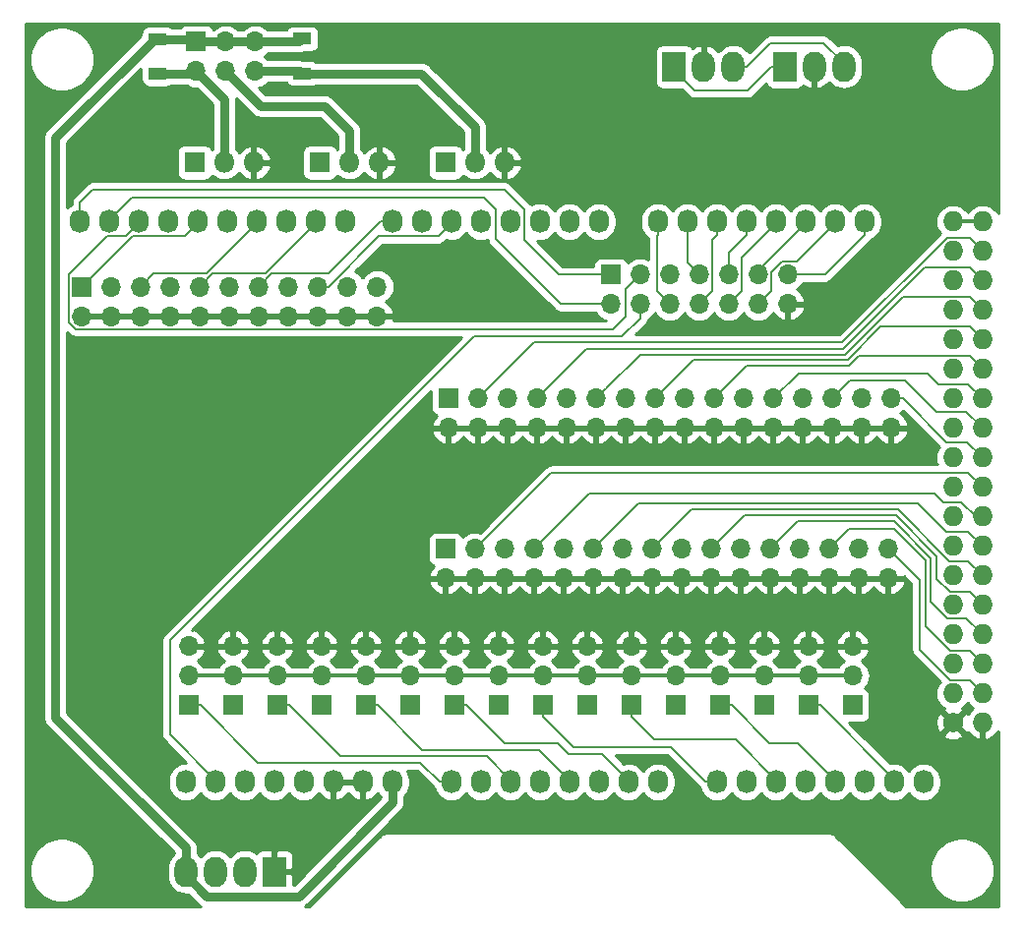
<source format=gbr>
G04 #@! TF.GenerationSoftware,KiCad,Pcbnew,(5.1.4)-1*
G04 #@! TF.CreationDate,2019-12-11T21:30:26-08:00*
G04 #@! TF.ProjectId,MEGA IO,4d454741-2049-44f2-9e6b-696361645f70,-*
G04 #@! TF.SameCoordinates,Original*
G04 #@! TF.FileFunction,Copper,L2,Bot*
G04 #@! TF.FilePolarity,Positive*
%FSLAX46Y46*%
G04 Gerber Fmt 4.6, Leading zero omitted, Abs format (unit mm)*
G04 Created by KiCad (PCBNEW (5.1.4)-1) date 2019-12-11 21:30:26*
%MOMM*%
%LPD*%
G04 APERTURE LIST*
%ADD10R,2.000000X2.600000*%
%ADD11O,2.000000X2.600000*%
%ADD12R,1.700000X1.700000*%
%ADD13O,1.700000X1.700000*%
%ADD14R,1.600000X1.000000*%
%ADD15R,1.800000X1.800000*%
%ADD16O,1.800000X1.800000*%
%ADD17C,1.727200*%
%ADD18O,1.727200X1.727200*%
%ADD19O,1.727200X2.032000*%
%ADD20C,0.152400*%
%ADD21C,0.304800*%
%ADD22C,0.762000*%
%ADD23C,0.228600*%
%ADD24C,0.254000*%
G04 APERTURE END LIST*
D10*
X136398000Y-126873000D03*
D11*
X133858000Y-126873000D03*
X131318000Y-126873000D03*
X128778000Y-126873000D03*
D12*
X129667000Y-55372000D03*
D13*
X129667000Y-57912000D03*
X132207000Y-55372000D03*
X132207000Y-57912000D03*
X134747000Y-55372000D03*
X134747000Y-57912000D03*
D14*
X138800000Y-55118000D03*
X138800000Y-58118000D03*
X126365000Y-55142000D03*
X126365000Y-58142000D03*
D15*
X140335000Y-65786000D03*
D16*
X142875000Y-65786000D03*
X145415000Y-65786000D03*
D17*
X194818000Y-114046000D03*
D18*
X197358000Y-114046000D03*
X194818000Y-111506000D03*
X197358000Y-111506000D03*
X194818000Y-108966000D03*
X197358000Y-108966000D03*
X194818000Y-106426000D03*
X197358000Y-106426000D03*
X194818000Y-103886000D03*
X197358000Y-103886000D03*
X194818000Y-101346000D03*
X197358000Y-101346000D03*
X194818000Y-98806000D03*
X197358000Y-98806000D03*
X194818000Y-96266000D03*
X197358000Y-96266000D03*
X194818000Y-93726000D03*
X197358000Y-93726000D03*
X194818000Y-91186000D03*
X197358000Y-91186000D03*
X194818000Y-88646000D03*
X197358000Y-88646000D03*
X194818000Y-86106000D03*
X197358000Y-86106000D03*
X194818000Y-83566000D03*
X197358000Y-83566000D03*
X194818000Y-81026000D03*
X197358000Y-81026000D03*
X194818000Y-78486000D03*
X197358000Y-78486000D03*
X194818000Y-75946000D03*
X197358000Y-75946000D03*
X194818000Y-73406000D03*
X197358000Y-73406000D03*
X194818000Y-70866000D03*
X197358000Y-70866000D03*
D19*
X128778000Y-119126000D03*
X131318000Y-119126000D03*
X133858000Y-119126000D03*
X136398000Y-119126000D03*
X138938000Y-119126000D03*
X141478000Y-119126000D03*
X144018000Y-119126000D03*
X146558000Y-119126000D03*
X151638000Y-119126000D03*
X154178000Y-119126000D03*
X156718000Y-119126000D03*
X159258000Y-119126000D03*
X161798000Y-119126000D03*
X164338000Y-119126000D03*
X166878000Y-119126000D03*
X169418000Y-119126000D03*
X174498000Y-119126000D03*
X177038000Y-119126000D03*
X179578000Y-119126000D03*
X182118000Y-119126000D03*
X184658000Y-119126000D03*
X187198000Y-119126000D03*
X189738000Y-119126000D03*
X192278000Y-119126000D03*
X119634000Y-70866000D03*
X122174000Y-70866000D03*
X124714000Y-70866000D03*
X127254000Y-70866000D03*
X129794000Y-70866000D03*
X132334000Y-70866000D03*
X134874000Y-70866000D03*
X137414000Y-70866000D03*
X139954000Y-70866000D03*
X142494000Y-70866000D03*
X146558000Y-70866000D03*
X149098000Y-70866000D03*
X151638000Y-70866000D03*
X154178000Y-70866000D03*
X156718000Y-70866000D03*
X159258000Y-70866000D03*
X161798000Y-70866000D03*
X164338000Y-70866000D03*
X169418000Y-70866000D03*
X171958000Y-70866000D03*
X174498000Y-70866000D03*
X177038000Y-70866000D03*
X179578000Y-70866000D03*
X182118000Y-70866000D03*
X184658000Y-70866000D03*
X187198000Y-70866000D03*
D10*
X170815000Y-57531000D03*
D11*
X173355000Y-57531000D03*
X175895000Y-57531000D03*
D10*
X180340000Y-57531000D03*
D11*
X182880000Y-57531000D03*
X185420000Y-57531000D03*
D15*
X129540000Y-65786000D03*
D16*
X132080000Y-65786000D03*
X134620000Y-65786000D03*
D15*
X151130000Y-65786000D03*
D16*
X153670000Y-65786000D03*
X156210000Y-65786000D03*
D12*
X119840000Y-76470000D03*
D13*
X119840000Y-79010000D03*
X122380000Y-76470000D03*
X122380000Y-79010000D03*
X124920000Y-76470000D03*
X124920000Y-79010000D03*
X127460000Y-76470000D03*
X127460000Y-79010000D03*
X130000000Y-76470000D03*
X130000000Y-79010000D03*
X132540000Y-76470000D03*
X132540000Y-79010000D03*
X135080000Y-76470000D03*
X135080000Y-79010000D03*
X137620000Y-76470000D03*
X137620000Y-79010000D03*
X140160000Y-76470000D03*
X140160000Y-79010000D03*
X142700000Y-76470000D03*
X142700000Y-79010000D03*
X145240000Y-76470000D03*
X145240000Y-79010000D03*
D12*
X151384000Y-86106000D03*
D13*
X151384000Y-88646000D03*
X153924000Y-86106000D03*
X153924000Y-88646000D03*
X156464000Y-86106000D03*
X156464000Y-88646000D03*
X159004000Y-86106000D03*
X159004000Y-88646000D03*
X161544000Y-86106000D03*
X161544000Y-88646000D03*
X164084000Y-86106000D03*
X164084000Y-88646000D03*
X166624000Y-86106000D03*
X166624000Y-88646000D03*
X169164000Y-86106000D03*
X169164000Y-88646000D03*
X171704000Y-86106000D03*
X171704000Y-88646000D03*
X174244000Y-86106000D03*
X174244000Y-88646000D03*
X176784000Y-86106000D03*
X176784000Y-88646000D03*
X179324000Y-86106000D03*
X179324000Y-88646000D03*
X181864000Y-86106000D03*
X181864000Y-88646000D03*
X184404000Y-86106000D03*
X184404000Y-88646000D03*
X186944000Y-86106000D03*
X186944000Y-88646000D03*
X189484000Y-86106000D03*
X189484000Y-88646000D03*
D12*
X151130000Y-99060000D03*
D13*
X151130000Y-101600000D03*
X153670000Y-99060000D03*
X153670000Y-101600000D03*
X156210000Y-99060000D03*
X156210000Y-101600000D03*
X158750000Y-99060000D03*
X158750000Y-101600000D03*
X161290000Y-99060000D03*
X161290000Y-101600000D03*
X163830000Y-99060000D03*
X163830000Y-101600000D03*
X166370000Y-99060000D03*
X166370000Y-101600000D03*
X168910000Y-99060000D03*
X168910000Y-101600000D03*
X171450000Y-99060000D03*
X171450000Y-101600000D03*
X173990000Y-99060000D03*
X173990000Y-101600000D03*
X176530000Y-99060000D03*
X176530000Y-101600000D03*
X179070000Y-99060000D03*
X179070000Y-101600000D03*
X181610000Y-99060000D03*
X181610000Y-101600000D03*
X184150000Y-99060000D03*
X184150000Y-101600000D03*
X186690000Y-99060000D03*
X186690000Y-101600000D03*
X189230000Y-99060000D03*
X189230000Y-101600000D03*
D12*
X129032000Y-112522000D03*
D13*
X129032000Y-109982000D03*
X129032000Y-107442000D03*
D12*
X132842000Y-112522000D03*
D13*
X132842000Y-109982000D03*
X132842000Y-107442000D03*
D12*
X136652000Y-112522000D03*
D13*
X136652000Y-109982000D03*
X136652000Y-107442000D03*
D12*
X140462000Y-112522000D03*
D13*
X140462000Y-109982000D03*
X140462000Y-107442000D03*
D12*
X144272000Y-112522000D03*
D13*
X144272000Y-109982000D03*
X144272000Y-107442000D03*
D12*
X148082000Y-112522000D03*
D13*
X148082000Y-109982000D03*
X148082000Y-107442000D03*
D12*
X151892000Y-112522000D03*
D13*
X151892000Y-109982000D03*
X151892000Y-107442000D03*
D12*
X155702000Y-112522000D03*
D13*
X155702000Y-109982000D03*
X155702000Y-107442000D03*
D12*
X159512000Y-112522000D03*
D13*
X159512000Y-109982000D03*
X159512000Y-107442000D03*
D12*
X163322000Y-112522000D03*
D13*
X163322000Y-109982000D03*
X163322000Y-107442000D03*
D12*
X167132000Y-112522000D03*
D13*
X167132000Y-109982000D03*
X167132000Y-107442000D03*
D12*
X170942000Y-112522000D03*
D13*
X170942000Y-109982000D03*
X170942000Y-107442000D03*
D12*
X174752000Y-112522000D03*
D13*
X174752000Y-109982000D03*
X174752000Y-107442000D03*
D12*
X178562000Y-112522000D03*
D13*
X178562000Y-109982000D03*
X178562000Y-107442000D03*
D12*
X182372000Y-112522000D03*
D13*
X182372000Y-109982000D03*
X182372000Y-107442000D03*
D12*
X186182000Y-112522000D03*
D13*
X186182000Y-109982000D03*
X186182000Y-107442000D03*
D12*
X165354000Y-75438000D03*
D13*
X165354000Y-77978000D03*
X167894000Y-75438000D03*
X167894000Y-77978000D03*
X170434000Y-75438000D03*
X170434000Y-77978000D03*
X172974000Y-75438000D03*
X172974000Y-77978000D03*
X175514000Y-75438000D03*
X175514000Y-77978000D03*
X178054000Y-75438000D03*
X178054000Y-77978000D03*
X180594000Y-75438000D03*
X180594000Y-77978000D03*
D20*
X197358000Y-111506000D02*
X196240399Y-110388399D01*
X191929679Y-101759679D02*
X189230000Y-99060000D01*
X196240399Y-110388399D02*
X194586349Y-110388399D01*
X194586349Y-110388399D02*
X191929679Y-107731729D01*
X191929679Y-107731729D02*
X191929679Y-101759679D01*
X197358000Y-108966000D02*
X196240399Y-107848399D01*
X185842713Y-97367287D02*
X184150000Y-99060000D01*
X196240399Y-107848399D02*
X194586349Y-107848399D01*
X194586349Y-107848399D02*
X192422116Y-105684166D01*
X192422116Y-105684166D02*
X192422116Y-100032970D01*
X192422116Y-100032970D02*
X189756433Y-97367287D01*
X189756433Y-97367287D02*
X185842713Y-97367287D01*
X197358000Y-106426000D02*
X195935601Y-105003601D01*
X195935601Y-105003601D02*
X194281551Y-105003601D01*
X194281551Y-105003601D02*
X192914554Y-103636604D01*
X189772076Y-96697800D02*
X181432200Y-96697800D01*
X181432200Y-96697800D02*
X179070000Y-99060000D01*
X192914554Y-103636604D02*
X192914554Y-99840278D01*
X192914554Y-99840278D02*
X189772076Y-96697800D01*
X197358000Y-103886000D02*
X196240399Y-102768399D01*
X176889787Y-96160213D02*
X173990000Y-99060000D01*
X196240399Y-102768399D02*
X194538599Y-102768399D01*
X194538599Y-102768399D02*
X193421000Y-101650800D01*
X193421000Y-101650800D02*
X193421000Y-99704414D01*
X193421000Y-99704414D02*
X189876799Y-96160213D01*
X189876799Y-96160213D02*
X176889787Y-96160213D01*
X197358000Y-101346000D02*
X196113400Y-100101400D01*
X196113400Y-100101400D02*
X194462400Y-100101400D01*
X194462400Y-100101400D02*
X190046298Y-95685298D01*
X190046298Y-95685298D02*
X172284702Y-95685298D01*
X172284702Y-95685298D02*
X168910000Y-99060000D01*
X197358000Y-98806000D02*
X196113367Y-97561367D01*
X194233767Y-97561367D02*
X191803631Y-95131231D01*
X196113367Y-97561367D02*
X194233767Y-97561367D01*
X191803631Y-95131231D02*
X167758769Y-95131231D01*
X167758769Y-95131231D02*
X163830000Y-99060000D01*
X197358000Y-96266000D02*
X196766407Y-96266000D01*
X195532701Y-95032293D02*
X193982395Y-95032293D01*
X196766407Y-96266000D02*
X195532701Y-95032293D01*
X193982395Y-95032293D02*
X193239982Y-94289880D01*
X193239982Y-94289880D02*
X163520120Y-94289880D01*
X163520120Y-94289880D02*
X158750000Y-99060000D01*
X197358000Y-93726000D02*
X196129090Y-92497090D01*
X196129090Y-92497090D02*
X160232910Y-92497090D01*
X160232910Y-92497090D02*
X153670000Y-99060000D01*
X197358000Y-91186000D02*
X196037200Y-89865200D01*
X196037200Y-89865200D02*
X194233800Y-89865200D01*
X194233800Y-89865200D02*
X190474600Y-86106000D01*
X190474600Y-86106000D02*
X189484000Y-86106000D01*
X197358000Y-88646000D02*
X195951223Y-87239223D01*
X195951223Y-87239223D02*
X193411223Y-87239223D01*
X193411223Y-87239223D02*
X190708018Y-84536018D01*
X190708018Y-84536018D02*
X185973982Y-84536018D01*
X185973982Y-84536018D02*
X184404000Y-86106000D01*
X197358000Y-86106000D02*
X196113400Y-84861400D01*
X181508400Y-83921600D02*
X179324000Y-86106000D01*
X196113400Y-84861400D02*
X193573400Y-84861400D01*
X192633600Y-83921600D02*
X181508400Y-83921600D01*
X193573400Y-84861400D02*
X192633600Y-83921600D01*
X197358000Y-83566000D02*
X196240399Y-82448399D01*
X196240399Y-82448399D02*
X186734415Y-82448399D01*
X186734415Y-82448399D02*
X185892366Y-83290448D01*
X185892366Y-83290448D02*
X177059552Y-83290448D01*
X177059552Y-83290448D02*
X175093999Y-85256001D01*
X175093999Y-85256001D02*
X174244000Y-86106000D01*
X170013999Y-85256001D02*
X169164000Y-86106000D01*
X172511853Y-82758147D02*
X170013999Y-85256001D01*
X197358000Y-81026000D02*
X196240399Y-79908399D01*
X196240399Y-79908399D02*
X188600849Y-79908399D01*
X188600849Y-79908399D02*
X185751101Y-82758147D01*
X185751101Y-82758147D02*
X172511853Y-82758147D01*
X185518921Y-82317623D02*
X167872377Y-82317623D01*
X164933999Y-85256001D02*
X164084000Y-86106000D01*
X190468145Y-77368399D02*
X185518921Y-82317623D01*
X196240399Y-77368399D02*
X190468145Y-77368399D01*
X197358000Y-78486000D02*
X196240399Y-77368399D01*
X167872377Y-82317623D02*
X164933999Y-85256001D01*
X163264575Y-81845425D02*
X159853999Y-85256001D01*
X197358000Y-75946000D02*
X196240399Y-74828399D01*
X196240399Y-74828399D02*
X192346381Y-74828399D01*
X192346381Y-74828399D02*
X185329355Y-81845425D01*
X185329355Y-81845425D02*
X163264575Y-81845425D01*
X159853999Y-85256001D02*
X159004000Y-86106000D01*
X196240399Y-72288399D02*
X194281551Y-72288399D01*
X185281889Y-81288061D02*
X158741939Y-81288061D01*
X197358000Y-73406000D02*
X196240399Y-72288399D01*
X194281551Y-72288399D02*
X185281889Y-81288061D01*
X158741939Y-81288061D02*
X153924000Y-86106000D01*
D21*
X131318000Y-126873000D02*
X131318000Y-126573000D01*
X138765000Y-119126000D02*
X138938000Y-119126000D01*
X194818000Y-70866000D02*
X197358000Y-70866000D01*
X132842000Y-109982000D02*
X129032000Y-109982000D01*
X136652000Y-109982000D02*
X132842000Y-109982000D01*
X140462000Y-109982000D02*
X136652000Y-109982000D01*
X144272000Y-109982000D02*
X140462000Y-109982000D01*
X148082000Y-109982000D02*
X144272000Y-109982000D01*
X151892000Y-109982000D02*
X148082000Y-109982000D01*
X155702000Y-109982000D02*
X151892000Y-109982000D01*
X159512000Y-109982000D02*
X155702000Y-109982000D01*
X163322000Y-109982000D02*
X159512000Y-109982000D01*
X167132000Y-109982000D02*
X163322000Y-109982000D01*
X170942000Y-109982000D02*
X167132000Y-109982000D01*
X174752000Y-109982000D02*
X170942000Y-109982000D01*
X178562000Y-109982000D02*
X174752000Y-109982000D01*
X182372000Y-109982000D02*
X178562000Y-109982000D01*
X186182000Y-109982000D02*
X182372000Y-109982000D01*
D20*
X167894000Y-77978000D02*
X167894000Y-79180081D01*
X167894000Y-79180081D02*
X166302081Y-80772000D01*
X127395051Y-106938217D02*
X127395051Y-115050651D01*
X166302081Y-80772000D02*
X153561268Y-80772000D01*
X153561268Y-80772000D02*
X127395051Y-106938217D01*
X127395051Y-115050651D02*
X131318000Y-118973600D01*
X131318000Y-118973600D02*
X131318000Y-119126000D01*
X129032000Y-112522000D02*
X130034400Y-112522000D01*
X130034400Y-112522000D02*
X134962000Y-117449600D01*
X134962000Y-117449600D02*
X148945600Y-117449600D01*
X148945600Y-117449600D02*
X150622000Y-119126000D01*
X150622000Y-119126000D02*
X151638000Y-119126000D01*
X156718000Y-118973600D02*
X156718000Y-119126000D01*
X136652000Y-112522000D02*
X137654400Y-112522000D01*
X137654400Y-112522000D02*
X142069695Y-116937295D01*
X154681695Y-116937295D02*
X156718000Y-118973600D01*
X142069695Y-116937295D02*
X154681695Y-116937295D01*
X144272000Y-112522000D02*
X145274400Y-112522000D01*
X145274400Y-112522000D02*
X149134723Y-116382323D01*
X149134723Y-116382323D02*
X159206723Y-116382323D01*
X159206723Y-116382323D02*
X161798000Y-118973600D01*
X161798000Y-118973600D02*
X161798000Y-119126000D01*
X151892000Y-112522000D02*
X152894400Y-112522000D01*
X152894400Y-112522000D02*
X156193613Y-115821213D01*
X156193613Y-115821213D02*
X160822440Y-115821213D01*
X160822440Y-115821213D02*
X161728096Y-116726869D01*
X161728096Y-116726869D02*
X164631269Y-116726869D01*
X164631269Y-116726869D02*
X166878000Y-118973600D01*
X166878000Y-118973600D02*
X166878000Y-119126000D01*
X159512000Y-112522000D02*
X159512000Y-113524400D01*
X159512000Y-113524400D02*
X162116400Y-116128800D01*
X162116400Y-116128800D02*
X170484800Y-116128800D01*
X170484800Y-116128800D02*
X173482000Y-119126000D01*
X173482000Y-119126000D02*
X174498000Y-119126000D01*
X167132000Y-112522000D02*
X167132000Y-113524400D01*
X167132000Y-113524400D02*
X169104622Y-115497022D01*
X169104622Y-115497022D02*
X176101422Y-115497022D01*
X176101422Y-115497022D02*
X179578000Y-118973600D01*
X179578000Y-118973600D02*
X179578000Y-119126000D01*
X174752000Y-112522000D02*
X175754400Y-112522000D01*
X175754400Y-112522000D02*
X179031000Y-115798600D01*
X179031000Y-115798600D02*
X181483000Y-115798600D01*
X181483000Y-115798600D02*
X184658000Y-118973600D01*
X184658000Y-118973600D02*
X184658000Y-119126000D01*
X182372000Y-112522000D02*
X183374400Y-112522000D01*
X183374400Y-112522000D02*
X189738000Y-118885600D01*
X189738000Y-118885600D02*
X189738000Y-119126000D01*
X165354000Y-75438000D02*
X160909000Y-75438000D01*
X160909000Y-75438000D02*
X157939574Y-72468574D01*
X157939574Y-72468574D02*
X157939574Y-69825383D01*
X157939574Y-69825383D02*
X156209405Y-68095214D01*
X120760786Y-68095214D02*
X119634000Y-69222000D01*
X156209405Y-68095214D02*
X120760786Y-68095214D01*
X119634000Y-69222000D02*
X119634000Y-70866000D01*
X119634000Y-70866000D02*
X119634000Y-70713600D01*
X122174000Y-70866000D02*
X122174000Y-70713600D01*
X161036000Y-77978000D02*
X164151919Y-77978000D01*
X122174000Y-70713600D02*
X124104400Y-68783200D01*
X124104400Y-68783200D02*
X154452152Y-68783200D01*
X154452152Y-68783200D02*
X155448000Y-69779048D01*
X155448000Y-69779048D02*
X155448000Y-72390000D01*
X155448000Y-72390000D02*
X161036000Y-77978000D01*
X164151919Y-77978000D02*
X165354000Y-77978000D01*
X167894000Y-75438000D02*
X166633116Y-76698884D01*
X119310079Y-80114001D02*
X118735999Y-79539921D01*
X166633116Y-76698884D02*
X166633116Y-79044946D01*
X166633116Y-79044946D02*
X165564061Y-80114001D01*
X165564061Y-80114001D02*
X119310079Y-80114001D01*
X124714000Y-71018400D02*
X124714000Y-70866000D01*
X118735999Y-79539921D02*
X118735999Y-75416799D01*
X118735999Y-75416799D02*
X122016788Y-72136010D01*
X122016788Y-72136010D02*
X123596390Y-72136010D01*
X123596390Y-72136010D02*
X124714000Y-71018400D01*
X129794000Y-71018400D02*
X129794000Y-70866000D01*
X128676390Y-72136010D02*
X129794000Y-71018400D01*
X124173990Y-72136010D02*
X128676390Y-72136010D01*
X119840000Y-76470000D02*
X124173990Y-72136010D01*
X124920000Y-76470000D02*
X126024001Y-75365999D01*
X126024001Y-75365999D02*
X130526401Y-75365999D01*
X130526401Y-75365999D02*
X134874000Y-71018400D01*
X134874000Y-71018400D02*
X134874000Y-70866000D01*
X130000000Y-76470000D02*
X131104001Y-75365999D01*
X139954000Y-71018400D02*
X139954000Y-70866000D01*
X131104001Y-75365999D02*
X135606401Y-75365999D01*
X135606401Y-75365999D02*
X139954000Y-71018400D01*
X135080000Y-76470000D02*
X136184001Y-75365999D01*
X136184001Y-75365999D02*
X141042001Y-75365999D01*
X141042001Y-75365999D02*
X145542000Y-70866000D01*
X145542000Y-70866000D02*
X146558000Y-70866000D01*
X140160000Y-76470000D02*
X141066078Y-76470000D01*
X141066078Y-76470000D02*
X145400068Y-72136010D01*
X145400068Y-72136010D02*
X150520390Y-72136010D01*
X150520390Y-72136010D02*
X151638000Y-71018400D01*
X151638000Y-71018400D02*
X151638000Y-70866000D01*
X156718000Y-71018400D02*
X156718000Y-70866000D01*
X159258000Y-70866000D02*
X159258000Y-70713600D01*
X184658000Y-70866000D02*
X184658000Y-71018400D01*
X179158001Y-76873999D02*
X178054000Y-77978000D01*
X184658000Y-71018400D02*
X181342401Y-74333999D01*
X181342401Y-74333999D02*
X180064079Y-74333999D01*
X180064079Y-74333999D02*
X179158001Y-75240077D01*
X179158001Y-75240077D02*
X179158001Y-76873999D01*
X187198000Y-70866000D02*
X187198000Y-72034400D01*
X187198000Y-72034400D02*
X183794400Y-75438000D01*
X183794400Y-75438000D02*
X180594000Y-75438000D01*
X169418000Y-70866000D02*
X169418000Y-72034400D01*
X169418000Y-72034400D02*
X169329999Y-72122401D01*
X169329999Y-72122401D02*
X169329999Y-76873999D01*
X169329999Y-76873999D02*
X170434000Y-77978000D01*
X171958000Y-70866000D02*
X171958000Y-74422000D01*
X171958000Y-74422000D02*
X172974000Y-75438000D01*
X174498000Y-70866000D02*
X174498000Y-72034400D01*
X174498000Y-72034400D02*
X174078001Y-72454399D01*
X174078001Y-72454399D02*
X174078001Y-76873999D01*
X174078001Y-76873999D02*
X172974000Y-77978000D01*
X177038000Y-70866000D02*
X177038000Y-72034400D01*
X177038000Y-72034400D02*
X175514000Y-73558400D01*
X175514000Y-73558400D02*
X175514000Y-75438000D01*
X179578000Y-70866000D02*
X179578000Y-71018400D01*
X179578000Y-71018400D02*
X176618001Y-73978399D01*
X176618001Y-73978399D02*
X176618001Y-76873999D01*
X176618001Y-76873999D02*
X175514000Y-77978000D01*
X182118000Y-70866000D02*
X182118000Y-71018400D01*
X182118000Y-71018400D02*
X178054000Y-75082400D01*
X178054000Y-75082400D02*
X178054000Y-75438000D01*
D22*
X134747000Y-55372000D02*
X138546000Y-55372000D01*
X138546000Y-55372000D02*
X138800000Y-55118000D01*
X117551200Y-63655800D02*
X117551200Y-113584200D01*
X128778000Y-126873000D02*
X128778000Y-124811000D01*
X128778000Y-124811000D02*
X117551200Y-113584200D01*
X117551200Y-63655800D02*
X126065000Y-55142000D01*
X126065000Y-55142000D02*
X126365000Y-55142000D01*
X128778000Y-126873000D02*
X128778000Y-127173000D01*
X128778000Y-127173000D02*
X130565401Y-128960401D01*
X130565401Y-128960401D02*
X138501599Y-128960401D01*
X138501599Y-128960401D02*
X146558000Y-120904000D01*
X146558000Y-120904000D02*
X146558000Y-119126000D01*
X134747000Y-55372000D02*
X132207000Y-55372000D01*
X135001000Y-55118000D02*
X134747000Y-55372000D01*
X129437000Y-55142000D02*
X129667000Y-55372000D01*
X132207000Y-55372000D02*
X129667000Y-55372000D01*
X126365000Y-55142000D02*
X129437000Y-55142000D01*
D20*
X170815000Y-57531000D02*
X170815000Y-57831000D01*
X170815000Y-57831000D02*
X172547000Y-59563000D01*
X172547000Y-59563000D02*
X177155600Y-59563000D01*
X179187600Y-57531000D02*
X180340000Y-57531000D01*
X177155600Y-59563000D02*
X179187600Y-57531000D01*
D22*
X134747000Y-57912000D02*
X138594000Y-57912000D01*
X138594000Y-57912000D02*
X138800000Y-58118000D01*
X134953000Y-58118000D02*
X134747000Y-57912000D01*
X153670000Y-65786000D02*
X153670000Y-62738000D01*
X149050000Y-58118000D02*
X138800000Y-58118000D01*
X153670000Y-62738000D02*
X149050000Y-58118000D01*
X142875000Y-63068200D02*
X142875000Y-65786000D01*
X140706595Y-60899795D02*
X142875000Y-63068200D01*
X132207000Y-57912000D02*
X135194795Y-60899795D01*
X135194795Y-60899795D02*
X140706595Y-60899795D01*
X129540000Y-58039000D02*
X129667000Y-57912000D01*
X126365000Y-58142000D02*
X129437000Y-58142000D01*
X129437000Y-58142000D02*
X129667000Y-57912000D01*
D23*
X132191145Y-65674855D02*
X132080000Y-65563710D01*
D22*
X132080000Y-60325000D02*
X129667000Y-57912000D01*
X132080000Y-65786000D02*
X132080000Y-60325000D01*
D20*
X175895000Y-57531000D02*
X177047400Y-57531000D01*
X177047400Y-57531000D02*
X179104800Y-55473600D01*
X179104800Y-55473600D02*
X183662600Y-55473600D01*
X183662600Y-55473600D02*
X185420000Y-57231000D01*
X185420000Y-57231000D02*
X185420000Y-57531000D01*
D24*
G36*
X198680001Y-70160227D02*
G01*
X198610069Y-70029394D01*
X198422797Y-69801203D01*
X198194606Y-69613931D01*
X197934264Y-69474775D01*
X197651777Y-69389084D01*
X197431619Y-69367400D01*
X197284381Y-69367400D01*
X197064223Y-69389084D01*
X196781736Y-69474775D01*
X196521394Y-69613931D01*
X196293203Y-69801203D01*
X196105931Y-70029394D01*
X196088000Y-70062940D01*
X196070069Y-70029394D01*
X195882797Y-69801203D01*
X195654606Y-69613931D01*
X195394264Y-69474775D01*
X195111777Y-69389084D01*
X194891619Y-69367400D01*
X194744381Y-69367400D01*
X194524223Y-69389084D01*
X194241736Y-69474775D01*
X193981394Y-69613931D01*
X193753203Y-69801203D01*
X193565931Y-70029394D01*
X193426775Y-70289736D01*
X193341084Y-70572223D01*
X193312149Y-70866000D01*
X193341084Y-71159777D01*
X193426775Y-71442264D01*
X193565931Y-71702606D01*
X193699185Y-71864977D01*
X184987302Y-80576861D01*
X167503008Y-80576861D01*
X168372196Y-79707674D01*
X168399327Y-79685408D01*
X168421593Y-79658277D01*
X168421597Y-79658273D01*
X168488202Y-79577114D01*
X168517053Y-79523137D01*
X168554242Y-79453562D01*
X168594909Y-79319501D01*
X168598269Y-79285383D01*
X168723014Y-79218706D01*
X168949134Y-79033134D01*
X169134706Y-78807014D01*
X169164000Y-78752209D01*
X169193294Y-78807014D01*
X169378866Y-79033134D01*
X169604986Y-79218706D01*
X169862966Y-79356599D01*
X170142889Y-79441513D01*
X170361050Y-79463000D01*
X170506950Y-79463000D01*
X170725111Y-79441513D01*
X171005034Y-79356599D01*
X171263014Y-79218706D01*
X171489134Y-79033134D01*
X171674706Y-78807014D01*
X171704000Y-78752209D01*
X171733294Y-78807014D01*
X171918866Y-79033134D01*
X172144986Y-79218706D01*
X172402966Y-79356599D01*
X172682889Y-79441513D01*
X172901050Y-79463000D01*
X173046950Y-79463000D01*
X173265111Y-79441513D01*
X173545034Y-79356599D01*
X173803014Y-79218706D01*
X174029134Y-79033134D01*
X174214706Y-78807014D01*
X174244000Y-78752209D01*
X174273294Y-78807014D01*
X174458866Y-79033134D01*
X174684986Y-79218706D01*
X174942966Y-79356599D01*
X175222889Y-79441513D01*
X175441050Y-79463000D01*
X175586950Y-79463000D01*
X175805111Y-79441513D01*
X176085034Y-79356599D01*
X176343014Y-79218706D01*
X176569134Y-79033134D01*
X176754706Y-78807014D01*
X176784000Y-78752209D01*
X176813294Y-78807014D01*
X176998866Y-79033134D01*
X177224986Y-79218706D01*
X177482966Y-79356599D01*
X177762889Y-79441513D01*
X177981050Y-79463000D01*
X178126950Y-79463000D01*
X178345111Y-79441513D01*
X178625034Y-79356599D01*
X178883014Y-79218706D01*
X179109134Y-79033134D01*
X179294706Y-78807014D01*
X179329201Y-78742477D01*
X179398822Y-78859355D01*
X179593731Y-79075588D01*
X179827080Y-79249641D01*
X180089901Y-79374825D01*
X180237110Y-79419476D01*
X180467000Y-79298155D01*
X180467000Y-78105000D01*
X180721000Y-78105000D01*
X180721000Y-79298155D01*
X180950890Y-79419476D01*
X181098099Y-79374825D01*
X181360920Y-79249641D01*
X181594269Y-79075588D01*
X181789178Y-78859355D01*
X181938157Y-78609252D01*
X182035481Y-78334891D01*
X181914814Y-78105000D01*
X180721000Y-78105000D01*
X180467000Y-78105000D01*
X180447000Y-78105000D01*
X180447000Y-77851000D01*
X180467000Y-77851000D01*
X180467000Y-77831000D01*
X180721000Y-77831000D01*
X180721000Y-77851000D01*
X181914814Y-77851000D01*
X182035481Y-77621109D01*
X181938157Y-77346748D01*
X181789178Y-77096645D01*
X181594269Y-76880412D01*
X181365244Y-76709584D01*
X181423014Y-76678706D01*
X181649134Y-76493134D01*
X181834706Y-76267014D01*
X181897679Y-76149200D01*
X183759474Y-76149200D01*
X183794400Y-76152640D01*
X183829326Y-76149200D01*
X183829336Y-76149200D01*
X183933820Y-76138909D01*
X184067881Y-76098242D01*
X184191433Y-76032202D01*
X184299727Y-75943327D01*
X184322002Y-75916185D01*
X187676196Y-72561993D01*
X187703327Y-72539727D01*
X187725593Y-72512596D01*
X187725597Y-72512592D01*
X187792202Y-72431433D01*
X187815696Y-72387479D01*
X188034606Y-72270469D01*
X188262797Y-72083197D01*
X188450069Y-71855006D01*
X188589225Y-71594663D01*
X188674916Y-71312176D01*
X188696600Y-71092018D01*
X188696600Y-70639981D01*
X188674916Y-70419823D01*
X188589225Y-70137336D01*
X188450069Y-69876994D01*
X188262797Y-69648803D01*
X188034605Y-69461531D01*
X187774263Y-69322375D01*
X187491776Y-69236684D01*
X187198000Y-69207749D01*
X186904223Y-69236684D01*
X186621736Y-69322375D01*
X186361394Y-69461531D01*
X186133203Y-69648803D01*
X185945931Y-69876995D01*
X185928000Y-69910541D01*
X185910069Y-69876994D01*
X185722797Y-69648803D01*
X185494605Y-69461531D01*
X185234263Y-69322375D01*
X184951776Y-69236684D01*
X184658000Y-69207749D01*
X184364223Y-69236684D01*
X184081736Y-69322375D01*
X183821394Y-69461531D01*
X183593203Y-69648803D01*
X183405931Y-69876995D01*
X183388000Y-69910541D01*
X183370069Y-69876994D01*
X183182797Y-69648803D01*
X182954605Y-69461531D01*
X182694263Y-69322375D01*
X182411776Y-69236684D01*
X182118000Y-69207749D01*
X181824223Y-69236684D01*
X181541736Y-69322375D01*
X181281394Y-69461531D01*
X181053203Y-69648803D01*
X180865931Y-69876995D01*
X180848000Y-69910541D01*
X180830069Y-69876994D01*
X180642797Y-69648803D01*
X180414605Y-69461531D01*
X180154263Y-69322375D01*
X179871776Y-69236684D01*
X179578000Y-69207749D01*
X179284223Y-69236684D01*
X179001736Y-69322375D01*
X178741394Y-69461531D01*
X178513203Y-69648803D01*
X178325931Y-69876995D01*
X178308000Y-69910541D01*
X178290069Y-69876994D01*
X178102797Y-69648803D01*
X177874605Y-69461531D01*
X177614263Y-69322375D01*
X177331776Y-69236684D01*
X177038000Y-69207749D01*
X176744223Y-69236684D01*
X176461736Y-69322375D01*
X176201394Y-69461531D01*
X175973203Y-69648803D01*
X175785931Y-69876995D01*
X175768000Y-69910541D01*
X175750069Y-69876994D01*
X175562797Y-69648803D01*
X175334605Y-69461531D01*
X175074263Y-69322375D01*
X174791776Y-69236684D01*
X174498000Y-69207749D01*
X174204223Y-69236684D01*
X173921736Y-69322375D01*
X173661394Y-69461531D01*
X173433203Y-69648803D01*
X173245931Y-69876995D01*
X173228000Y-69910541D01*
X173210069Y-69876994D01*
X173022797Y-69648803D01*
X172794605Y-69461531D01*
X172534263Y-69322375D01*
X172251776Y-69236684D01*
X171958000Y-69207749D01*
X171664223Y-69236684D01*
X171381736Y-69322375D01*
X171121394Y-69461531D01*
X170893203Y-69648803D01*
X170705931Y-69876995D01*
X170688000Y-69910541D01*
X170670069Y-69876994D01*
X170482797Y-69648803D01*
X170254605Y-69461531D01*
X169994263Y-69322375D01*
X169711776Y-69236684D01*
X169418000Y-69207749D01*
X169124223Y-69236684D01*
X168841736Y-69322375D01*
X168581394Y-69461531D01*
X168353203Y-69648803D01*
X168165931Y-69876995D01*
X168026775Y-70137337D01*
X167941084Y-70419824D01*
X167919400Y-70639982D01*
X167919400Y-71092019D01*
X167941084Y-71312177D01*
X168026775Y-71594664D01*
X168165931Y-71855006D01*
X168353203Y-72083197D01*
X168581395Y-72270469D01*
X168618799Y-72290462D01*
X168618799Y-74141590D01*
X168465034Y-74059401D01*
X168185111Y-73974487D01*
X167966950Y-73953000D01*
X167821050Y-73953000D01*
X167602889Y-73974487D01*
X167322966Y-74059401D01*
X167064986Y-74197294D01*
X166838866Y-74382866D01*
X166814393Y-74412687D01*
X166793502Y-74343820D01*
X166734537Y-74233506D01*
X166655185Y-74136815D01*
X166558494Y-74057463D01*
X166448180Y-73998498D01*
X166328482Y-73962188D01*
X166204000Y-73949928D01*
X164504000Y-73949928D01*
X164379518Y-73962188D01*
X164259820Y-73998498D01*
X164149506Y-74057463D01*
X164052815Y-74136815D01*
X163973463Y-74233506D01*
X163914498Y-74343820D01*
X163878188Y-74463518D01*
X163865928Y-74588000D01*
X163865928Y-74726800D01*
X161203589Y-74726800D01*
X158972964Y-72496177D01*
X159258000Y-72524251D01*
X159551777Y-72495316D01*
X159834264Y-72409625D01*
X160094606Y-72270469D01*
X160322797Y-72083197D01*
X160510069Y-71855006D01*
X160528000Y-71821459D01*
X160545931Y-71855006D01*
X160733203Y-72083197D01*
X160961395Y-72270469D01*
X161221737Y-72409625D01*
X161504224Y-72495316D01*
X161798000Y-72524251D01*
X162091777Y-72495316D01*
X162374264Y-72409625D01*
X162634606Y-72270469D01*
X162862797Y-72083197D01*
X163050069Y-71855006D01*
X163068000Y-71821459D01*
X163085931Y-71855006D01*
X163273203Y-72083197D01*
X163501395Y-72270469D01*
X163761737Y-72409625D01*
X164044224Y-72495316D01*
X164338000Y-72524251D01*
X164631777Y-72495316D01*
X164914264Y-72409625D01*
X165174606Y-72270469D01*
X165402797Y-72083197D01*
X165590069Y-71855006D01*
X165729225Y-71594663D01*
X165814916Y-71312176D01*
X165836600Y-71092018D01*
X165836600Y-70639981D01*
X165814916Y-70419823D01*
X165729225Y-70137336D01*
X165590069Y-69876994D01*
X165402797Y-69648803D01*
X165174605Y-69461531D01*
X164914263Y-69322375D01*
X164631776Y-69236684D01*
X164338000Y-69207749D01*
X164044223Y-69236684D01*
X163761736Y-69322375D01*
X163501394Y-69461531D01*
X163273203Y-69648803D01*
X163085931Y-69876995D01*
X163068000Y-69910541D01*
X163050069Y-69876994D01*
X162862797Y-69648803D01*
X162634605Y-69461531D01*
X162374263Y-69322375D01*
X162091776Y-69236684D01*
X161798000Y-69207749D01*
X161504223Y-69236684D01*
X161221736Y-69322375D01*
X160961394Y-69461531D01*
X160733203Y-69648803D01*
X160545931Y-69876995D01*
X160528000Y-69910541D01*
X160510069Y-69876994D01*
X160322797Y-69648803D01*
X160094605Y-69461531D01*
X159834263Y-69322375D01*
X159551776Y-69236684D01*
X159258000Y-69207749D01*
X158964223Y-69236684D01*
X158681736Y-69322375D01*
X158518438Y-69409660D01*
X158467171Y-69347191D01*
X158467167Y-69347187D01*
X158444901Y-69320056D01*
X158417770Y-69297790D01*
X156737007Y-67617029D01*
X156714732Y-67589887D01*
X156606438Y-67501012D01*
X156482886Y-67434972D01*
X156348825Y-67394305D01*
X156244341Y-67384014D01*
X156244331Y-67384014D01*
X156209405Y-67380574D01*
X156174479Y-67384014D01*
X120795711Y-67384014D01*
X120760785Y-67380574D01*
X120725859Y-67384014D01*
X120725850Y-67384014D01*
X120621366Y-67394305D01*
X120487305Y-67434972D01*
X120363753Y-67501012D01*
X120255459Y-67589887D01*
X120233189Y-67617023D01*
X119155810Y-68694403D01*
X119128673Y-68716674D01*
X119039798Y-68824968D01*
X118973758Y-68948520D01*
X118933091Y-69082581D01*
X118922800Y-69187065D01*
X118922800Y-69187074D01*
X118919360Y-69222000D01*
X118922800Y-69256926D01*
X118922800Y-69394500D01*
X118797394Y-69461531D01*
X118569203Y-69648803D01*
X118567200Y-69651244D01*
X118567200Y-64076640D01*
X124926928Y-57716913D01*
X124926928Y-58642000D01*
X124939188Y-58766482D01*
X124975498Y-58886180D01*
X125034463Y-58996494D01*
X125113815Y-59093185D01*
X125210506Y-59172537D01*
X125320820Y-59231502D01*
X125440518Y-59267812D01*
X125565000Y-59280072D01*
X127165000Y-59280072D01*
X127289482Y-59267812D01*
X127409180Y-59231502D01*
X127519494Y-59172537D01*
X127537207Y-59158000D01*
X128847890Y-59158000D01*
X129095966Y-59290599D01*
X129375889Y-59375513D01*
X129594050Y-59397000D01*
X129715160Y-59397000D01*
X131064001Y-60745842D01*
X131064000Y-64634066D01*
X131034495Y-64658280D01*
X131029502Y-64641820D01*
X130970537Y-64531506D01*
X130891185Y-64434815D01*
X130794494Y-64355463D01*
X130684180Y-64296498D01*
X130564482Y-64260188D01*
X130440000Y-64247928D01*
X128640000Y-64247928D01*
X128515518Y-64260188D01*
X128395820Y-64296498D01*
X128285506Y-64355463D01*
X128188815Y-64434815D01*
X128109463Y-64531506D01*
X128050498Y-64641820D01*
X128014188Y-64761518D01*
X128001928Y-64886000D01*
X128001928Y-66686000D01*
X128014188Y-66810482D01*
X128050498Y-66930180D01*
X128109463Y-67040494D01*
X128188815Y-67137185D01*
X128285506Y-67216537D01*
X128395820Y-67275502D01*
X128515518Y-67311812D01*
X128640000Y-67324072D01*
X130440000Y-67324072D01*
X130564482Y-67311812D01*
X130684180Y-67275502D01*
X130794494Y-67216537D01*
X130891185Y-67137185D01*
X130970537Y-67040494D01*
X131029502Y-66930180D01*
X131034495Y-66913720D01*
X131223073Y-67068481D01*
X131489739Y-67211017D01*
X131779087Y-67298790D01*
X132004592Y-67321000D01*
X132155408Y-67321000D01*
X132380913Y-67298790D01*
X132670261Y-67211017D01*
X132936927Y-67068481D01*
X133170661Y-66876661D01*
X133357614Y-66648858D01*
X133488351Y-66823116D01*
X133712427Y-67023962D01*
X133971380Y-67177234D01*
X134255259Y-67277041D01*
X134493000Y-67156992D01*
X134493000Y-65913000D01*
X134747000Y-65913000D01*
X134747000Y-67156992D01*
X134984741Y-67277041D01*
X135268620Y-67177234D01*
X135527573Y-67023962D01*
X135751649Y-66823116D01*
X135932236Y-66582414D01*
X136062394Y-66311107D01*
X136111036Y-66150740D01*
X135990378Y-65913000D01*
X134747000Y-65913000D01*
X134493000Y-65913000D01*
X134473000Y-65913000D01*
X134473000Y-65659000D01*
X134493000Y-65659000D01*
X134493000Y-64415008D01*
X134747000Y-64415008D01*
X134747000Y-65659000D01*
X135990378Y-65659000D01*
X136111036Y-65421260D01*
X136062394Y-65260893D01*
X135932236Y-64989586D01*
X135751649Y-64748884D01*
X135527573Y-64548038D01*
X135268620Y-64394766D01*
X134984741Y-64294959D01*
X134747000Y-64415008D01*
X134493000Y-64415008D01*
X134255259Y-64294959D01*
X133971380Y-64394766D01*
X133712427Y-64548038D01*
X133488351Y-64748884D01*
X133357614Y-64923142D01*
X133170661Y-64695339D01*
X133096000Y-64634066D01*
X133096000Y-60374893D01*
X133100914Y-60324999D01*
X133096000Y-60275105D01*
X133096000Y-60275098D01*
X133091929Y-60233770D01*
X134441087Y-61582928D01*
X134472899Y-61621691D01*
X134627605Y-61748655D01*
X134804108Y-61842997D01*
X134995624Y-61901093D01*
X135144893Y-61915795D01*
X135144900Y-61915795D01*
X135194794Y-61920709D01*
X135244688Y-61915795D01*
X140285755Y-61915795D01*
X141859000Y-63489041D01*
X141859001Y-64634066D01*
X141829495Y-64658280D01*
X141824502Y-64641820D01*
X141765537Y-64531506D01*
X141686185Y-64434815D01*
X141589494Y-64355463D01*
X141479180Y-64296498D01*
X141359482Y-64260188D01*
X141235000Y-64247928D01*
X139435000Y-64247928D01*
X139310518Y-64260188D01*
X139190820Y-64296498D01*
X139080506Y-64355463D01*
X138983815Y-64434815D01*
X138904463Y-64531506D01*
X138845498Y-64641820D01*
X138809188Y-64761518D01*
X138796928Y-64886000D01*
X138796928Y-66686000D01*
X138809188Y-66810482D01*
X138845498Y-66930180D01*
X138904463Y-67040494D01*
X138983815Y-67137185D01*
X139080506Y-67216537D01*
X139190820Y-67275502D01*
X139310518Y-67311812D01*
X139435000Y-67324072D01*
X141235000Y-67324072D01*
X141359482Y-67311812D01*
X141479180Y-67275502D01*
X141589494Y-67216537D01*
X141686185Y-67137185D01*
X141765537Y-67040494D01*
X141824502Y-66930180D01*
X141829495Y-66913720D01*
X142018073Y-67068481D01*
X142284739Y-67211017D01*
X142574087Y-67298790D01*
X142799592Y-67321000D01*
X142950408Y-67321000D01*
X143175913Y-67298790D01*
X143465261Y-67211017D01*
X143731927Y-67068481D01*
X143965661Y-66876661D01*
X144152614Y-66648858D01*
X144283351Y-66823116D01*
X144507427Y-67023962D01*
X144766380Y-67177234D01*
X145050259Y-67277041D01*
X145288000Y-67156992D01*
X145288000Y-65913000D01*
X145542000Y-65913000D01*
X145542000Y-67156992D01*
X145779741Y-67277041D01*
X146063620Y-67177234D01*
X146322573Y-67023962D01*
X146546649Y-66823116D01*
X146727236Y-66582414D01*
X146857394Y-66311107D01*
X146906036Y-66150740D01*
X146785378Y-65913000D01*
X145542000Y-65913000D01*
X145288000Y-65913000D01*
X145268000Y-65913000D01*
X145268000Y-65659000D01*
X145288000Y-65659000D01*
X145288000Y-64415008D01*
X145542000Y-64415008D01*
X145542000Y-65659000D01*
X146785378Y-65659000D01*
X146906036Y-65421260D01*
X146857394Y-65260893D01*
X146727236Y-64989586D01*
X146546649Y-64748884D01*
X146322573Y-64548038D01*
X146063620Y-64394766D01*
X145779741Y-64294959D01*
X145542000Y-64415008D01*
X145288000Y-64415008D01*
X145050259Y-64294959D01*
X144766380Y-64394766D01*
X144507427Y-64548038D01*
X144283351Y-64748884D01*
X144152614Y-64923142D01*
X143965661Y-64695339D01*
X143891000Y-64634066D01*
X143891000Y-63118102D01*
X143895915Y-63068200D01*
X143876298Y-62869029D01*
X143818202Y-62677513D01*
X143795417Y-62634885D01*
X143723860Y-62501010D01*
X143596896Y-62346304D01*
X143558133Y-62314492D01*
X141460307Y-60216667D01*
X141428491Y-60177899D01*
X141273785Y-60050935D01*
X141097282Y-59956593D01*
X140905766Y-59898497D01*
X140756497Y-59883795D01*
X140706595Y-59878880D01*
X140656693Y-59883795D01*
X135615636Y-59883795D01*
X135091238Y-59359397D01*
X135318034Y-59290599D01*
X135576014Y-59152706D01*
X135802134Y-58967134D01*
X135834250Y-58928000D01*
X137445680Y-58928000D01*
X137469463Y-58972494D01*
X137548815Y-59069185D01*
X137645506Y-59148537D01*
X137755820Y-59207502D01*
X137875518Y-59243812D01*
X138000000Y-59256072D01*
X139600000Y-59256072D01*
X139724482Y-59243812D01*
X139844180Y-59207502D01*
X139954494Y-59148537D01*
X139972207Y-59134000D01*
X148629160Y-59134000D01*
X152654001Y-63158842D01*
X152654000Y-64634066D01*
X152624495Y-64658280D01*
X152619502Y-64641820D01*
X152560537Y-64531506D01*
X152481185Y-64434815D01*
X152384494Y-64355463D01*
X152274180Y-64296498D01*
X152154482Y-64260188D01*
X152030000Y-64247928D01*
X150230000Y-64247928D01*
X150105518Y-64260188D01*
X149985820Y-64296498D01*
X149875506Y-64355463D01*
X149778815Y-64434815D01*
X149699463Y-64531506D01*
X149640498Y-64641820D01*
X149604188Y-64761518D01*
X149591928Y-64886000D01*
X149591928Y-66686000D01*
X149604188Y-66810482D01*
X149640498Y-66930180D01*
X149699463Y-67040494D01*
X149778815Y-67137185D01*
X149875506Y-67216537D01*
X149985820Y-67275502D01*
X150105518Y-67311812D01*
X150230000Y-67324072D01*
X152030000Y-67324072D01*
X152154482Y-67311812D01*
X152274180Y-67275502D01*
X152384494Y-67216537D01*
X152481185Y-67137185D01*
X152560537Y-67040494D01*
X152619502Y-66930180D01*
X152624495Y-66913720D01*
X152813073Y-67068481D01*
X153079739Y-67211017D01*
X153369087Y-67298790D01*
X153594592Y-67321000D01*
X153745408Y-67321000D01*
X153970913Y-67298790D01*
X154260261Y-67211017D01*
X154526927Y-67068481D01*
X154760661Y-66876661D01*
X154947614Y-66648858D01*
X155078351Y-66823116D01*
X155302427Y-67023962D01*
X155561380Y-67177234D01*
X155845259Y-67277041D01*
X156083000Y-67156992D01*
X156083000Y-65913000D01*
X156337000Y-65913000D01*
X156337000Y-67156992D01*
X156574741Y-67277041D01*
X156858620Y-67177234D01*
X157117573Y-67023962D01*
X157341649Y-66823116D01*
X157522236Y-66582414D01*
X157652394Y-66311107D01*
X157701036Y-66150740D01*
X157580378Y-65913000D01*
X156337000Y-65913000D01*
X156083000Y-65913000D01*
X156063000Y-65913000D01*
X156063000Y-65659000D01*
X156083000Y-65659000D01*
X156083000Y-64415008D01*
X156337000Y-64415008D01*
X156337000Y-65659000D01*
X157580378Y-65659000D01*
X157701036Y-65421260D01*
X157652394Y-65260893D01*
X157522236Y-64989586D01*
X157341649Y-64748884D01*
X157117573Y-64548038D01*
X156858620Y-64394766D01*
X156574741Y-64294959D01*
X156337000Y-64415008D01*
X156083000Y-64415008D01*
X155845259Y-64294959D01*
X155561380Y-64394766D01*
X155302427Y-64548038D01*
X155078351Y-64748884D01*
X154947614Y-64923142D01*
X154760661Y-64695339D01*
X154686000Y-64634066D01*
X154686000Y-62787902D01*
X154690915Y-62738000D01*
X154671298Y-62538829D01*
X154613202Y-62347313D01*
X154518860Y-62170810D01*
X154423706Y-62054865D01*
X154391896Y-62016104D01*
X154353133Y-61984292D01*
X149803712Y-57434872D01*
X149771896Y-57396104D01*
X149617190Y-57269140D01*
X149440687Y-57174798D01*
X149249171Y-57116702D01*
X149099902Y-57102000D01*
X149050000Y-57097085D01*
X149000098Y-57102000D01*
X139972207Y-57102000D01*
X139954494Y-57087463D01*
X139844180Y-57028498D01*
X139724482Y-56992188D01*
X139600000Y-56979928D01*
X139005510Y-56979928D01*
X138984687Y-56968798D01*
X138793171Y-56910702D01*
X138643902Y-56896000D01*
X138594000Y-56891085D01*
X138544098Y-56896000D01*
X135834250Y-56896000D01*
X135802134Y-56856866D01*
X135576014Y-56671294D01*
X135521209Y-56642000D01*
X135576014Y-56612706D01*
X135802134Y-56427134D01*
X135834250Y-56388000D01*
X138496098Y-56388000D01*
X138546000Y-56392915D01*
X138595902Y-56388000D01*
X138745171Y-56373298D01*
X138936687Y-56315202D01*
X139047312Y-56256072D01*
X139600000Y-56256072D01*
X139724482Y-56243812D01*
X139766717Y-56231000D01*
X169176928Y-56231000D01*
X169176928Y-58831000D01*
X169189188Y-58955482D01*
X169225498Y-59075180D01*
X169284463Y-59185494D01*
X169363815Y-59282185D01*
X169460506Y-59361537D01*
X169570820Y-59420502D01*
X169690518Y-59456812D01*
X169815000Y-59469072D01*
X171447284Y-59469072D01*
X172019403Y-60041191D01*
X172041673Y-60068327D01*
X172149967Y-60157202D01*
X172273519Y-60223242D01*
X172407580Y-60263909D01*
X172512064Y-60274200D01*
X172512071Y-60274200D01*
X172547000Y-60277640D01*
X172581928Y-60274200D01*
X177120674Y-60274200D01*
X177155600Y-60277640D01*
X177190526Y-60274200D01*
X177190536Y-60274200D01*
X177295020Y-60263909D01*
X177429081Y-60223242D01*
X177552633Y-60157202D01*
X177660927Y-60068327D01*
X177683202Y-60041185D01*
X178726923Y-58997464D01*
X178750498Y-59075180D01*
X178809463Y-59185494D01*
X178888815Y-59282185D01*
X178985506Y-59361537D01*
X179095820Y-59420502D01*
X179215518Y-59456812D01*
X179340000Y-59469072D01*
X181340000Y-59469072D01*
X181464482Y-59456812D01*
X181584180Y-59420502D01*
X181694494Y-59361537D01*
X181791185Y-59282185D01*
X181870537Y-59185494D01*
X181897338Y-59135353D01*
X182077239Y-59261010D01*
X182371645Y-59390144D01*
X182499566Y-59421124D01*
X182753000Y-59301777D01*
X182753000Y-57658000D01*
X182733000Y-57658000D01*
X182733000Y-57404000D01*
X182753000Y-57404000D01*
X182753000Y-57384000D01*
X183007000Y-57384000D01*
X183007000Y-57404000D01*
X183027000Y-57404000D01*
X183027000Y-57658000D01*
X183007000Y-57658000D01*
X183007000Y-59301777D01*
X183260434Y-59421124D01*
X183388355Y-59390144D01*
X183682761Y-59261010D01*
X183946317Y-59076922D01*
X184151716Y-58862858D01*
X184258286Y-58992714D01*
X184507249Y-59197031D01*
X184791286Y-59348852D01*
X185099485Y-59442343D01*
X185420000Y-59473911D01*
X185740516Y-59442343D01*
X186048715Y-59348852D01*
X186332752Y-59197031D01*
X186581714Y-58992714D01*
X186786031Y-58743752D01*
X186937852Y-58459715D01*
X187031343Y-58151515D01*
X187055000Y-57911321D01*
X187055000Y-57150678D01*
X187031343Y-56910484D01*
X186943742Y-56621701D01*
X192795000Y-56621701D01*
X192795000Y-57170299D01*
X192902026Y-57708354D01*
X193111965Y-58215192D01*
X193416750Y-58671334D01*
X193804666Y-59059250D01*
X194260808Y-59364035D01*
X194767646Y-59573974D01*
X195305701Y-59681000D01*
X195854299Y-59681000D01*
X196392354Y-59573974D01*
X196899192Y-59364035D01*
X197355334Y-59059250D01*
X197743250Y-58671334D01*
X198048035Y-58215192D01*
X198257974Y-57708354D01*
X198365000Y-57170299D01*
X198365000Y-56621701D01*
X198257974Y-56083646D01*
X198048035Y-55576808D01*
X197743250Y-55120666D01*
X197355334Y-54732750D01*
X196899192Y-54427965D01*
X196392354Y-54218026D01*
X195854299Y-54111000D01*
X195305701Y-54111000D01*
X194767646Y-54218026D01*
X194260808Y-54427965D01*
X193804666Y-54732750D01*
X193416750Y-55120666D01*
X193111965Y-55576808D01*
X192902026Y-56083646D01*
X192795000Y-56621701D01*
X186943742Y-56621701D01*
X186937852Y-56602285D01*
X186786031Y-56318248D01*
X186581714Y-56069286D01*
X186332751Y-55864969D01*
X186048714Y-55713148D01*
X185740515Y-55619657D01*
X185420000Y-55588089D01*
X185099484Y-55619657D01*
X184880786Y-55685998D01*
X184190202Y-54995415D01*
X184167927Y-54968273D01*
X184059633Y-54879398D01*
X183936081Y-54813358D01*
X183802020Y-54772691D01*
X183697536Y-54762400D01*
X183697526Y-54762400D01*
X183662600Y-54758960D01*
X183627674Y-54762400D01*
X179139728Y-54762400D01*
X179104800Y-54758960D01*
X179069871Y-54762400D01*
X179069864Y-54762400D01*
X178965380Y-54772691D01*
X178831319Y-54813358D01*
X178707767Y-54879398D01*
X178599473Y-54968273D01*
X178577203Y-54995409D01*
X177258026Y-56314587D01*
X177056714Y-56069286D01*
X176807751Y-55864969D01*
X176523714Y-55713148D01*
X176215515Y-55619657D01*
X175895000Y-55588089D01*
X175574484Y-55619657D01*
X175266285Y-55713148D01*
X174982248Y-55864969D01*
X174733286Y-56069286D01*
X174626716Y-56199143D01*
X174421317Y-55985078D01*
X174157761Y-55800990D01*
X173863355Y-55671856D01*
X173735434Y-55640876D01*
X173482000Y-55760223D01*
X173482000Y-57404000D01*
X173502000Y-57404000D01*
X173502000Y-57658000D01*
X173482000Y-57658000D01*
X173482000Y-57678000D01*
X173228000Y-57678000D01*
X173228000Y-57658000D01*
X173208000Y-57658000D01*
X173208000Y-57404000D01*
X173228000Y-57404000D01*
X173228000Y-55760223D01*
X172974566Y-55640876D01*
X172846645Y-55671856D01*
X172552239Y-55800990D01*
X172372338Y-55926647D01*
X172345537Y-55876506D01*
X172266185Y-55779815D01*
X172169494Y-55700463D01*
X172059180Y-55641498D01*
X171939482Y-55605188D01*
X171815000Y-55592928D01*
X169815000Y-55592928D01*
X169690518Y-55605188D01*
X169570820Y-55641498D01*
X169460506Y-55700463D01*
X169363815Y-55779815D01*
X169284463Y-55876506D01*
X169225498Y-55986820D01*
X169189188Y-56106518D01*
X169176928Y-56231000D01*
X139766717Y-56231000D01*
X139844180Y-56207502D01*
X139954494Y-56148537D01*
X140051185Y-56069185D01*
X140130537Y-55972494D01*
X140189502Y-55862180D01*
X140225812Y-55742482D01*
X140238072Y-55618000D01*
X140238072Y-54618000D01*
X140225812Y-54493518D01*
X140189502Y-54373820D01*
X140130537Y-54263506D01*
X140051185Y-54166815D01*
X139954494Y-54087463D01*
X139844180Y-54028498D01*
X139724482Y-53992188D01*
X139600000Y-53979928D01*
X138000000Y-53979928D01*
X137875518Y-53992188D01*
X137755820Y-54028498D01*
X137645506Y-54087463D01*
X137548815Y-54166815D01*
X137469463Y-54263506D01*
X137420023Y-54356000D01*
X135834250Y-54356000D01*
X135802134Y-54316866D01*
X135576014Y-54131294D01*
X135318034Y-53993401D01*
X135038111Y-53908487D01*
X134819950Y-53887000D01*
X134674050Y-53887000D01*
X134455889Y-53908487D01*
X134175966Y-53993401D01*
X133917986Y-54131294D01*
X133691866Y-54316866D01*
X133659750Y-54356000D01*
X133294250Y-54356000D01*
X133262134Y-54316866D01*
X133036014Y-54131294D01*
X132778034Y-53993401D01*
X132498111Y-53908487D01*
X132279950Y-53887000D01*
X132134050Y-53887000D01*
X131915889Y-53908487D01*
X131635966Y-53993401D01*
X131377986Y-54131294D01*
X131151866Y-54316866D01*
X131127393Y-54346687D01*
X131106502Y-54277820D01*
X131047537Y-54167506D01*
X130968185Y-54070815D01*
X130871494Y-53991463D01*
X130761180Y-53932498D01*
X130641482Y-53896188D01*
X130517000Y-53883928D01*
X128817000Y-53883928D01*
X128692518Y-53896188D01*
X128572820Y-53932498D01*
X128462506Y-53991463D01*
X128365815Y-54070815D01*
X128320526Y-54126000D01*
X127537207Y-54126000D01*
X127519494Y-54111463D01*
X127409180Y-54052498D01*
X127289482Y-54016188D01*
X127165000Y-54003928D01*
X125565000Y-54003928D01*
X125440518Y-54016188D01*
X125320820Y-54052498D01*
X125210506Y-54111463D01*
X125113815Y-54190815D01*
X125034463Y-54287506D01*
X124975498Y-54397820D01*
X124939188Y-54517518D01*
X124926928Y-54642000D01*
X124926928Y-54843231D01*
X116868072Y-62902088D01*
X116829304Y-62933904D01*
X116702340Y-63088610D01*
X116607998Y-63265114D01*
X116549902Y-63456629D01*
X116549902Y-63456630D01*
X116530285Y-63655800D01*
X116535200Y-63705702D01*
X116535201Y-113534288D01*
X116530285Y-113584200D01*
X116549902Y-113783370D01*
X116591784Y-113921433D01*
X116607999Y-113974887D01*
X116702341Y-114151390D01*
X116829305Y-114306096D01*
X116868068Y-114337908D01*
X127762001Y-125231842D01*
X127762001Y-125291702D01*
X127616286Y-125411286D01*
X127411969Y-125660248D01*
X127260148Y-125944285D01*
X127166657Y-126252484D01*
X127143000Y-126492678D01*
X127143000Y-127253321D01*
X127166657Y-127493515D01*
X127260148Y-127801714D01*
X127411969Y-128085751D01*
X127616286Y-128334714D01*
X127865248Y-128539031D01*
X128149285Y-128690852D01*
X128457484Y-128784343D01*
X128778000Y-128815911D01*
X128965594Y-128797435D01*
X129811693Y-129643534D01*
X129843505Y-129682297D01*
X129998211Y-129809261D01*
X130066945Y-129846000D01*
X115010000Y-129846000D01*
X115010000Y-126471701D01*
X115325000Y-126471701D01*
X115325000Y-127020299D01*
X115432026Y-127558354D01*
X115641965Y-128065192D01*
X115946750Y-128521334D01*
X116334666Y-128909250D01*
X116790808Y-129214035D01*
X117297646Y-129423974D01*
X117835701Y-129531000D01*
X118384299Y-129531000D01*
X118922354Y-129423974D01*
X119429192Y-129214035D01*
X119885334Y-128909250D01*
X120273250Y-128521334D01*
X120578035Y-128065192D01*
X120787974Y-127558354D01*
X120895000Y-127020299D01*
X120895000Y-126471701D01*
X120787974Y-125933646D01*
X120578035Y-125426808D01*
X120273250Y-124970666D01*
X119885334Y-124582750D01*
X119429192Y-124277965D01*
X118922354Y-124068026D01*
X118384299Y-123961000D01*
X117835701Y-123961000D01*
X117297646Y-124068026D01*
X116790808Y-124277965D01*
X116334666Y-124582750D01*
X115946750Y-124970666D01*
X115641965Y-125426808D01*
X115432026Y-125933646D01*
X115325000Y-126471701D01*
X115010000Y-126471701D01*
X115010000Y-56621701D01*
X115325000Y-56621701D01*
X115325000Y-57170299D01*
X115432026Y-57708354D01*
X115641965Y-58215192D01*
X115946750Y-58671334D01*
X116334666Y-59059250D01*
X116790808Y-59364035D01*
X117297646Y-59573974D01*
X117835701Y-59681000D01*
X118384299Y-59681000D01*
X118922354Y-59573974D01*
X119429192Y-59364035D01*
X119885334Y-59059250D01*
X120273250Y-58671334D01*
X120578035Y-58215192D01*
X120787974Y-57708354D01*
X120895000Y-57170299D01*
X120895000Y-56621701D01*
X120787974Y-56083646D01*
X120578035Y-55576808D01*
X120273250Y-55120666D01*
X119885334Y-54732750D01*
X119429192Y-54427965D01*
X118922354Y-54218026D01*
X118384299Y-54111000D01*
X117835701Y-54111000D01*
X117297646Y-54218026D01*
X116790808Y-54427965D01*
X116334666Y-54732750D01*
X115946750Y-55120666D01*
X115641965Y-55576808D01*
X115432026Y-56083646D01*
X115325000Y-56621701D01*
X115010000Y-56621701D01*
X115010000Y-53796000D01*
X198680001Y-53796000D01*
X198680001Y-70160227D01*
X198680001Y-70160227D01*
G37*
X198680001Y-70160227D02*
X198610069Y-70029394D01*
X198422797Y-69801203D01*
X198194606Y-69613931D01*
X197934264Y-69474775D01*
X197651777Y-69389084D01*
X197431619Y-69367400D01*
X197284381Y-69367400D01*
X197064223Y-69389084D01*
X196781736Y-69474775D01*
X196521394Y-69613931D01*
X196293203Y-69801203D01*
X196105931Y-70029394D01*
X196088000Y-70062940D01*
X196070069Y-70029394D01*
X195882797Y-69801203D01*
X195654606Y-69613931D01*
X195394264Y-69474775D01*
X195111777Y-69389084D01*
X194891619Y-69367400D01*
X194744381Y-69367400D01*
X194524223Y-69389084D01*
X194241736Y-69474775D01*
X193981394Y-69613931D01*
X193753203Y-69801203D01*
X193565931Y-70029394D01*
X193426775Y-70289736D01*
X193341084Y-70572223D01*
X193312149Y-70866000D01*
X193341084Y-71159777D01*
X193426775Y-71442264D01*
X193565931Y-71702606D01*
X193699185Y-71864977D01*
X184987302Y-80576861D01*
X167503008Y-80576861D01*
X168372196Y-79707674D01*
X168399327Y-79685408D01*
X168421593Y-79658277D01*
X168421597Y-79658273D01*
X168488202Y-79577114D01*
X168517053Y-79523137D01*
X168554242Y-79453562D01*
X168594909Y-79319501D01*
X168598269Y-79285383D01*
X168723014Y-79218706D01*
X168949134Y-79033134D01*
X169134706Y-78807014D01*
X169164000Y-78752209D01*
X169193294Y-78807014D01*
X169378866Y-79033134D01*
X169604986Y-79218706D01*
X169862966Y-79356599D01*
X170142889Y-79441513D01*
X170361050Y-79463000D01*
X170506950Y-79463000D01*
X170725111Y-79441513D01*
X171005034Y-79356599D01*
X171263014Y-79218706D01*
X171489134Y-79033134D01*
X171674706Y-78807014D01*
X171704000Y-78752209D01*
X171733294Y-78807014D01*
X171918866Y-79033134D01*
X172144986Y-79218706D01*
X172402966Y-79356599D01*
X172682889Y-79441513D01*
X172901050Y-79463000D01*
X173046950Y-79463000D01*
X173265111Y-79441513D01*
X173545034Y-79356599D01*
X173803014Y-79218706D01*
X174029134Y-79033134D01*
X174214706Y-78807014D01*
X174244000Y-78752209D01*
X174273294Y-78807014D01*
X174458866Y-79033134D01*
X174684986Y-79218706D01*
X174942966Y-79356599D01*
X175222889Y-79441513D01*
X175441050Y-79463000D01*
X175586950Y-79463000D01*
X175805111Y-79441513D01*
X176085034Y-79356599D01*
X176343014Y-79218706D01*
X176569134Y-79033134D01*
X176754706Y-78807014D01*
X176784000Y-78752209D01*
X176813294Y-78807014D01*
X176998866Y-79033134D01*
X177224986Y-79218706D01*
X177482966Y-79356599D01*
X177762889Y-79441513D01*
X177981050Y-79463000D01*
X178126950Y-79463000D01*
X178345111Y-79441513D01*
X178625034Y-79356599D01*
X178883014Y-79218706D01*
X179109134Y-79033134D01*
X179294706Y-78807014D01*
X179329201Y-78742477D01*
X179398822Y-78859355D01*
X179593731Y-79075588D01*
X179827080Y-79249641D01*
X180089901Y-79374825D01*
X180237110Y-79419476D01*
X180467000Y-79298155D01*
X180467000Y-78105000D01*
X180721000Y-78105000D01*
X180721000Y-79298155D01*
X180950890Y-79419476D01*
X181098099Y-79374825D01*
X181360920Y-79249641D01*
X181594269Y-79075588D01*
X181789178Y-78859355D01*
X181938157Y-78609252D01*
X182035481Y-78334891D01*
X181914814Y-78105000D01*
X180721000Y-78105000D01*
X180467000Y-78105000D01*
X180447000Y-78105000D01*
X180447000Y-77851000D01*
X180467000Y-77851000D01*
X180467000Y-77831000D01*
X180721000Y-77831000D01*
X180721000Y-77851000D01*
X181914814Y-77851000D01*
X182035481Y-77621109D01*
X181938157Y-77346748D01*
X181789178Y-77096645D01*
X181594269Y-76880412D01*
X181365244Y-76709584D01*
X181423014Y-76678706D01*
X181649134Y-76493134D01*
X181834706Y-76267014D01*
X181897679Y-76149200D01*
X183759474Y-76149200D01*
X183794400Y-76152640D01*
X183829326Y-76149200D01*
X183829336Y-76149200D01*
X183933820Y-76138909D01*
X184067881Y-76098242D01*
X184191433Y-76032202D01*
X184299727Y-75943327D01*
X184322002Y-75916185D01*
X187676196Y-72561993D01*
X187703327Y-72539727D01*
X187725593Y-72512596D01*
X187725597Y-72512592D01*
X187792202Y-72431433D01*
X187815696Y-72387479D01*
X188034606Y-72270469D01*
X188262797Y-72083197D01*
X188450069Y-71855006D01*
X188589225Y-71594663D01*
X188674916Y-71312176D01*
X188696600Y-71092018D01*
X188696600Y-70639981D01*
X188674916Y-70419823D01*
X188589225Y-70137336D01*
X188450069Y-69876994D01*
X188262797Y-69648803D01*
X188034605Y-69461531D01*
X187774263Y-69322375D01*
X187491776Y-69236684D01*
X187198000Y-69207749D01*
X186904223Y-69236684D01*
X186621736Y-69322375D01*
X186361394Y-69461531D01*
X186133203Y-69648803D01*
X185945931Y-69876995D01*
X185928000Y-69910541D01*
X185910069Y-69876994D01*
X185722797Y-69648803D01*
X185494605Y-69461531D01*
X185234263Y-69322375D01*
X184951776Y-69236684D01*
X184658000Y-69207749D01*
X184364223Y-69236684D01*
X184081736Y-69322375D01*
X183821394Y-69461531D01*
X183593203Y-69648803D01*
X183405931Y-69876995D01*
X183388000Y-69910541D01*
X183370069Y-69876994D01*
X183182797Y-69648803D01*
X182954605Y-69461531D01*
X182694263Y-69322375D01*
X182411776Y-69236684D01*
X182118000Y-69207749D01*
X181824223Y-69236684D01*
X181541736Y-69322375D01*
X181281394Y-69461531D01*
X181053203Y-69648803D01*
X180865931Y-69876995D01*
X180848000Y-69910541D01*
X180830069Y-69876994D01*
X180642797Y-69648803D01*
X180414605Y-69461531D01*
X180154263Y-69322375D01*
X179871776Y-69236684D01*
X179578000Y-69207749D01*
X179284223Y-69236684D01*
X179001736Y-69322375D01*
X178741394Y-69461531D01*
X178513203Y-69648803D01*
X178325931Y-69876995D01*
X178308000Y-69910541D01*
X178290069Y-69876994D01*
X178102797Y-69648803D01*
X177874605Y-69461531D01*
X177614263Y-69322375D01*
X177331776Y-69236684D01*
X177038000Y-69207749D01*
X176744223Y-69236684D01*
X176461736Y-69322375D01*
X176201394Y-69461531D01*
X175973203Y-69648803D01*
X175785931Y-69876995D01*
X175768000Y-69910541D01*
X175750069Y-69876994D01*
X175562797Y-69648803D01*
X175334605Y-69461531D01*
X175074263Y-69322375D01*
X174791776Y-69236684D01*
X174498000Y-69207749D01*
X174204223Y-69236684D01*
X173921736Y-69322375D01*
X173661394Y-69461531D01*
X173433203Y-69648803D01*
X173245931Y-69876995D01*
X173228000Y-69910541D01*
X173210069Y-69876994D01*
X173022797Y-69648803D01*
X172794605Y-69461531D01*
X172534263Y-69322375D01*
X172251776Y-69236684D01*
X171958000Y-69207749D01*
X171664223Y-69236684D01*
X171381736Y-69322375D01*
X171121394Y-69461531D01*
X170893203Y-69648803D01*
X170705931Y-69876995D01*
X170688000Y-69910541D01*
X170670069Y-69876994D01*
X170482797Y-69648803D01*
X170254605Y-69461531D01*
X169994263Y-69322375D01*
X169711776Y-69236684D01*
X169418000Y-69207749D01*
X169124223Y-69236684D01*
X168841736Y-69322375D01*
X168581394Y-69461531D01*
X168353203Y-69648803D01*
X168165931Y-69876995D01*
X168026775Y-70137337D01*
X167941084Y-70419824D01*
X167919400Y-70639982D01*
X167919400Y-71092019D01*
X167941084Y-71312177D01*
X168026775Y-71594664D01*
X168165931Y-71855006D01*
X168353203Y-72083197D01*
X168581395Y-72270469D01*
X168618799Y-72290462D01*
X168618799Y-74141590D01*
X168465034Y-74059401D01*
X168185111Y-73974487D01*
X167966950Y-73953000D01*
X167821050Y-73953000D01*
X167602889Y-73974487D01*
X167322966Y-74059401D01*
X167064986Y-74197294D01*
X166838866Y-74382866D01*
X166814393Y-74412687D01*
X166793502Y-74343820D01*
X166734537Y-74233506D01*
X166655185Y-74136815D01*
X166558494Y-74057463D01*
X166448180Y-73998498D01*
X166328482Y-73962188D01*
X166204000Y-73949928D01*
X164504000Y-73949928D01*
X164379518Y-73962188D01*
X164259820Y-73998498D01*
X164149506Y-74057463D01*
X164052815Y-74136815D01*
X163973463Y-74233506D01*
X163914498Y-74343820D01*
X163878188Y-74463518D01*
X163865928Y-74588000D01*
X163865928Y-74726800D01*
X161203589Y-74726800D01*
X158972964Y-72496177D01*
X159258000Y-72524251D01*
X159551777Y-72495316D01*
X159834264Y-72409625D01*
X160094606Y-72270469D01*
X160322797Y-72083197D01*
X160510069Y-71855006D01*
X160528000Y-71821459D01*
X160545931Y-71855006D01*
X160733203Y-72083197D01*
X160961395Y-72270469D01*
X161221737Y-72409625D01*
X161504224Y-72495316D01*
X161798000Y-72524251D01*
X162091777Y-72495316D01*
X162374264Y-72409625D01*
X162634606Y-72270469D01*
X162862797Y-72083197D01*
X163050069Y-71855006D01*
X163068000Y-71821459D01*
X163085931Y-71855006D01*
X163273203Y-72083197D01*
X163501395Y-72270469D01*
X163761737Y-72409625D01*
X164044224Y-72495316D01*
X164338000Y-72524251D01*
X164631777Y-72495316D01*
X164914264Y-72409625D01*
X165174606Y-72270469D01*
X165402797Y-72083197D01*
X165590069Y-71855006D01*
X165729225Y-71594663D01*
X165814916Y-71312176D01*
X165836600Y-71092018D01*
X165836600Y-70639981D01*
X165814916Y-70419823D01*
X165729225Y-70137336D01*
X165590069Y-69876994D01*
X165402797Y-69648803D01*
X165174605Y-69461531D01*
X164914263Y-69322375D01*
X164631776Y-69236684D01*
X164338000Y-69207749D01*
X164044223Y-69236684D01*
X163761736Y-69322375D01*
X163501394Y-69461531D01*
X163273203Y-69648803D01*
X163085931Y-69876995D01*
X163068000Y-69910541D01*
X163050069Y-69876994D01*
X162862797Y-69648803D01*
X162634605Y-69461531D01*
X162374263Y-69322375D01*
X162091776Y-69236684D01*
X161798000Y-69207749D01*
X161504223Y-69236684D01*
X161221736Y-69322375D01*
X160961394Y-69461531D01*
X160733203Y-69648803D01*
X160545931Y-69876995D01*
X160528000Y-69910541D01*
X160510069Y-69876994D01*
X160322797Y-69648803D01*
X160094605Y-69461531D01*
X159834263Y-69322375D01*
X159551776Y-69236684D01*
X159258000Y-69207749D01*
X158964223Y-69236684D01*
X158681736Y-69322375D01*
X158518438Y-69409660D01*
X158467171Y-69347191D01*
X158467167Y-69347187D01*
X158444901Y-69320056D01*
X158417770Y-69297790D01*
X156737007Y-67617029D01*
X156714732Y-67589887D01*
X156606438Y-67501012D01*
X156482886Y-67434972D01*
X156348825Y-67394305D01*
X156244341Y-67384014D01*
X156244331Y-67384014D01*
X156209405Y-67380574D01*
X156174479Y-67384014D01*
X120795711Y-67384014D01*
X120760785Y-67380574D01*
X120725859Y-67384014D01*
X120725850Y-67384014D01*
X120621366Y-67394305D01*
X120487305Y-67434972D01*
X120363753Y-67501012D01*
X120255459Y-67589887D01*
X120233189Y-67617023D01*
X119155810Y-68694403D01*
X119128673Y-68716674D01*
X119039798Y-68824968D01*
X118973758Y-68948520D01*
X118933091Y-69082581D01*
X118922800Y-69187065D01*
X118922800Y-69187074D01*
X118919360Y-69222000D01*
X118922800Y-69256926D01*
X118922800Y-69394500D01*
X118797394Y-69461531D01*
X118569203Y-69648803D01*
X118567200Y-69651244D01*
X118567200Y-64076640D01*
X124926928Y-57716913D01*
X124926928Y-58642000D01*
X124939188Y-58766482D01*
X124975498Y-58886180D01*
X125034463Y-58996494D01*
X125113815Y-59093185D01*
X125210506Y-59172537D01*
X125320820Y-59231502D01*
X125440518Y-59267812D01*
X125565000Y-59280072D01*
X127165000Y-59280072D01*
X127289482Y-59267812D01*
X127409180Y-59231502D01*
X127519494Y-59172537D01*
X127537207Y-59158000D01*
X128847890Y-59158000D01*
X129095966Y-59290599D01*
X129375889Y-59375513D01*
X129594050Y-59397000D01*
X129715160Y-59397000D01*
X131064001Y-60745842D01*
X131064000Y-64634066D01*
X131034495Y-64658280D01*
X131029502Y-64641820D01*
X130970537Y-64531506D01*
X130891185Y-64434815D01*
X130794494Y-64355463D01*
X130684180Y-64296498D01*
X130564482Y-64260188D01*
X130440000Y-64247928D01*
X128640000Y-64247928D01*
X128515518Y-64260188D01*
X128395820Y-64296498D01*
X128285506Y-64355463D01*
X128188815Y-64434815D01*
X128109463Y-64531506D01*
X128050498Y-64641820D01*
X128014188Y-64761518D01*
X128001928Y-64886000D01*
X128001928Y-66686000D01*
X128014188Y-66810482D01*
X128050498Y-66930180D01*
X128109463Y-67040494D01*
X128188815Y-67137185D01*
X128285506Y-67216537D01*
X128395820Y-67275502D01*
X128515518Y-67311812D01*
X128640000Y-67324072D01*
X130440000Y-67324072D01*
X130564482Y-67311812D01*
X130684180Y-67275502D01*
X130794494Y-67216537D01*
X130891185Y-67137185D01*
X130970537Y-67040494D01*
X131029502Y-66930180D01*
X131034495Y-66913720D01*
X131223073Y-67068481D01*
X131489739Y-67211017D01*
X131779087Y-67298790D01*
X132004592Y-67321000D01*
X132155408Y-67321000D01*
X132380913Y-67298790D01*
X132670261Y-67211017D01*
X132936927Y-67068481D01*
X133170661Y-66876661D01*
X133357614Y-66648858D01*
X133488351Y-66823116D01*
X133712427Y-67023962D01*
X133971380Y-67177234D01*
X134255259Y-67277041D01*
X134493000Y-67156992D01*
X134493000Y-65913000D01*
X134747000Y-65913000D01*
X134747000Y-67156992D01*
X134984741Y-67277041D01*
X135268620Y-67177234D01*
X135527573Y-67023962D01*
X135751649Y-66823116D01*
X135932236Y-66582414D01*
X136062394Y-66311107D01*
X136111036Y-66150740D01*
X135990378Y-65913000D01*
X134747000Y-65913000D01*
X134493000Y-65913000D01*
X134473000Y-65913000D01*
X134473000Y-65659000D01*
X134493000Y-65659000D01*
X134493000Y-64415008D01*
X134747000Y-64415008D01*
X134747000Y-65659000D01*
X135990378Y-65659000D01*
X136111036Y-65421260D01*
X136062394Y-65260893D01*
X135932236Y-64989586D01*
X135751649Y-64748884D01*
X135527573Y-64548038D01*
X135268620Y-64394766D01*
X134984741Y-64294959D01*
X134747000Y-64415008D01*
X134493000Y-64415008D01*
X134255259Y-64294959D01*
X133971380Y-64394766D01*
X133712427Y-64548038D01*
X133488351Y-64748884D01*
X133357614Y-64923142D01*
X133170661Y-64695339D01*
X133096000Y-64634066D01*
X133096000Y-60374893D01*
X133100914Y-60324999D01*
X133096000Y-60275105D01*
X133096000Y-60275098D01*
X133091929Y-60233770D01*
X134441087Y-61582928D01*
X134472899Y-61621691D01*
X134627605Y-61748655D01*
X134804108Y-61842997D01*
X134995624Y-61901093D01*
X135144893Y-61915795D01*
X135144900Y-61915795D01*
X135194794Y-61920709D01*
X135244688Y-61915795D01*
X140285755Y-61915795D01*
X141859000Y-63489041D01*
X141859001Y-64634066D01*
X141829495Y-64658280D01*
X141824502Y-64641820D01*
X141765537Y-64531506D01*
X141686185Y-64434815D01*
X141589494Y-64355463D01*
X141479180Y-64296498D01*
X141359482Y-64260188D01*
X141235000Y-64247928D01*
X139435000Y-64247928D01*
X139310518Y-64260188D01*
X139190820Y-64296498D01*
X139080506Y-64355463D01*
X138983815Y-64434815D01*
X138904463Y-64531506D01*
X138845498Y-64641820D01*
X138809188Y-64761518D01*
X138796928Y-64886000D01*
X138796928Y-66686000D01*
X138809188Y-66810482D01*
X138845498Y-66930180D01*
X138904463Y-67040494D01*
X138983815Y-67137185D01*
X139080506Y-67216537D01*
X139190820Y-67275502D01*
X139310518Y-67311812D01*
X139435000Y-67324072D01*
X141235000Y-67324072D01*
X141359482Y-67311812D01*
X141479180Y-67275502D01*
X141589494Y-67216537D01*
X141686185Y-67137185D01*
X141765537Y-67040494D01*
X141824502Y-66930180D01*
X141829495Y-66913720D01*
X142018073Y-67068481D01*
X142284739Y-67211017D01*
X142574087Y-67298790D01*
X142799592Y-67321000D01*
X142950408Y-67321000D01*
X143175913Y-67298790D01*
X143465261Y-67211017D01*
X143731927Y-67068481D01*
X143965661Y-66876661D01*
X144152614Y-66648858D01*
X144283351Y-66823116D01*
X144507427Y-67023962D01*
X144766380Y-67177234D01*
X145050259Y-67277041D01*
X145288000Y-67156992D01*
X145288000Y-65913000D01*
X145542000Y-65913000D01*
X145542000Y-67156992D01*
X145779741Y-67277041D01*
X146063620Y-67177234D01*
X146322573Y-67023962D01*
X146546649Y-66823116D01*
X146727236Y-66582414D01*
X146857394Y-66311107D01*
X146906036Y-66150740D01*
X146785378Y-65913000D01*
X145542000Y-65913000D01*
X145288000Y-65913000D01*
X145268000Y-65913000D01*
X145268000Y-65659000D01*
X145288000Y-65659000D01*
X145288000Y-64415008D01*
X145542000Y-64415008D01*
X145542000Y-65659000D01*
X146785378Y-65659000D01*
X146906036Y-65421260D01*
X146857394Y-65260893D01*
X146727236Y-64989586D01*
X146546649Y-64748884D01*
X146322573Y-64548038D01*
X146063620Y-64394766D01*
X145779741Y-64294959D01*
X145542000Y-64415008D01*
X145288000Y-64415008D01*
X145050259Y-64294959D01*
X144766380Y-64394766D01*
X144507427Y-64548038D01*
X144283351Y-64748884D01*
X144152614Y-64923142D01*
X143965661Y-64695339D01*
X143891000Y-64634066D01*
X143891000Y-63118102D01*
X143895915Y-63068200D01*
X143876298Y-62869029D01*
X143818202Y-62677513D01*
X143795417Y-62634885D01*
X143723860Y-62501010D01*
X143596896Y-62346304D01*
X143558133Y-62314492D01*
X141460307Y-60216667D01*
X141428491Y-60177899D01*
X141273785Y-60050935D01*
X141097282Y-59956593D01*
X140905766Y-59898497D01*
X140756497Y-59883795D01*
X140706595Y-59878880D01*
X140656693Y-59883795D01*
X135615636Y-59883795D01*
X135091238Y-59359397D01*
X135318034Y-59290599D01*
X135576014Y-59152706D01*
X135802134Y-58967134D01*
X135834250Y-58928000D01*
X137445680Y-58928000D01*
X137469463Y-58972494D01*
X137548815Y-59069185D01*
X137645506Y-59148537D01*
X137755820Y-59207502D01*
X137875518Y-59243812D01*
X138000000Y-59256072D01*
X139600000Y-59256072D01*
X139724482Y-59243812D01*
X139844180Y-59207502D01*
X139954494Y-59148537D01*
X139972207Y-59134000D01*
X148629160Y-59134000D01*
X152654001Y-63158842D01*
X152654000Y-64634066D01*
X152624495Y-64658280D01*
X152619502Y-64641820D01*
X152560537Y-64531506D01*
X152481185Y-64434815D01*
X152384494Y-64355463D01*
X152274180Y-64296498D01*
X152154482Y-64260188D01*
X152030000Y-64247928D01*
X150230000Y-64247928D01*
X150105518Y-64260188D01*
X149985820Y-64296498D01*
X149875506Y-64355463D01*
X149778815Y-64434815D01*
X149699463Y-64531506D01*
X149640498Y-64641820D01*
X149604188Y-64761518D01*
X149591928Y-64886000D01*
X149591928Y-66686000D01*
X149604188Y-66810482D01*
X149640498Y-66930180D01*
X149699463Y-67040494D01*
X149778815Y-67137185D01*
X149875506Y-67216537D01*
X149985820Y-67275502D01*
X150105518Y-67311812D01*
X150230000Y-67324072D01*
X152030000Y-67324072D01*
X152154482Y-67311812D01*
X152274180Y-67275502D01*
X152384494Y-67216537D01*
X152481185Y-67137185D01*
X152560537Y-67040494D01*
X152619502Y-66930180D01*
X152624495Y-66913720D01*
X152813073Y-67068481D01*
X153079739Y-67211017D01*
X153369087Y-67298790D01*
X153594592Y-67321000D01*
X153745408Y-67321000D01*
X153970913Y-67298790D01*
X154260261Y-67211017D01*
X154526927Y-67068481D01*
X154760661Y-66876661D01*
X154947614Y-66648858D01*
X155078351Y-66823116D01*
X155302427Y-67023962D01*
X155561380Y-67177234D01*
X155845259Y-67277041D01*
X156083000Y-67156992D01*
X156083000Y-65913000D01*
X156337000Y-65913000D01*
X156337000Y-67156992D01*
X156574741Y-67277041D01*
X156858620Y-67177234D01*
X157117573Y-67023962D01*
X157341649Y-66823116D01*
X157522236Y-66582414D01*
X157652394Y-66311107D01*
X157701036Y-66150740D01*
X157580378Y-65913000D01*
X156337000Y-65913000D01*
X156083000Y-65913000D01*
X156063000Y-65913000D01*
X156063000Y-65659000D01*
X156083000Y-65659000D01*
X156083000Y-64415008D01*
X156337000Y-64415008D01*
X156337000Y-65659000D01*
X157580378Y-65659000D01*
X157701036Y-65421260D01*
X157652394Y-65260893D01*
X157522236Y-64989586D01*
X157341649Y-64748884D01*
X157117573Y-64548038D01*
X156858620Y-64394766D01*
X156574741Y-64294959D01*
X156337000Y-64415008D01*
X156083000Y-64415008D01*
X155845259Y-64294959D01*
X155561380Y-64394766D01*
X155302427Y-64548038D01*
X155078351Y-64748884D01*
X154947614Y-64923142D01*
X154760661Y-64695339D01*
X154686000Y-64634066D01*
X154686000Y-62787902D01*
X154690915Y-62738000D01*
X154671298Y-62538829D01*
X154613202Y-62347313D01*
X154518860Y-62170810D01*
X154423706Y-62054865D01*
X154391896Y-62016104D01*
X154353133Y-61984292D01*
X149803712Y-57434872D01*
X149771896Y-57396104D01*
X149617190Y-57269140D01*
X149440687Y-57174798D01*
X149249171Y-57116702D01*
X149099902Y-57102000D01*
X149050000Y-57097085D01*
X149000098Y-57102000D01*
X139972207Y-57102000D01*
X139954494Y-57087463D01*
X139844180Y-57028498D01*
X139724482Y-56992188D01*
X139600000Y-56979928D01*
X139005510Y-56979928D01*
X138984687Y-56968798D01*
X138793171Y-56910702D01*
X138643902Y-56896000D01*
X138594000Y-56891085D01*
X138544098Y-56896000D01*
X135834250Y-56896000D01*
X135802134Y-56856866D01*
X135576014Y-56671294D01*
X135521209Y-56642000D01*
X135576014Y-56612706D01*
X135802134Y-56427134D01*
X135834250Y-56388000D01*
X138496098Y-56388000D01*
X138546000Y-56392915D01*
X138595902Y-56388000D01*
X138745171Y-56373298D01*
X138936687Y-56315202D01*
X139047312Y-56256072D01*
X139600000Y-56256072D01*
X139724482Y-56243812D01*
X139766717Y-56231000D01*
X169176928Y-56231000D01*
X169176928Y-58831000D01*
X169189188Y-58955482D01*
X169225498Y-59075180D01*
X169284463Y-59185494D01*
X169363815Y-59282185D01*
X169460506Y-59361537D01*
X169570820Y-59420502D01*
X169690518Y-59456812D01*
X169815000Y-59469072D01*
X171447284Y-59469072D01*
X172019403Y-60041191D01*
X172041673Y-60068327D01*
X172149967Y-60157202D01*
X172273519Y-60223242D01*
X172407580Y-60263909D01*
X172512064Y-60274200D01*
X172512071Y-60274200D01*
X172547000Y-60277640D01*
X172581928Y-60274200D01*
X177120674Y-60274200D01*
X177155600Y-60277640D01*
X177190526Y-60274200D01*
X177190536Y-60274200D01*
X177295020Y-60263909D01*
X177429081Y-60223242D01*
X177552633Y-60157202D01*
X177660927Y-60068327D01*
X177683202Y-60041185D01*
X178726923Y-58997464D01*
X178750498Y-59075180D01*
X178809463Y-59185494D01*
X178888815Y-59282185D01*
X178985506Y-59361537D01*
X179095820Y-59420502D01*
X179215518Y-59456812D01*
X179340000Y-59469072D01*
X181340000Y-59469072D01*
X181464482Y-59456812D01*
X181584180Y-59420502D01*
X181694494Y-59361537D01*
X181791185Y-59282185D01*
X181870537Y-59185494D01*
X181897338Y-59135353D01*
X182077239Y-59261010D01*
X182371645Y-59390144D01*
X182499566Y-59421124D01*
X182753000Y-59301777D01*
X182753000Y-57658000D01*
X182733000Y-57658000D01*
X182733000Y-57404000D01*
X182753000Y-57404000D01*
X182753000Y-57384000D01*
X183007000Y-57384000D01*
X183007000Y-57404000D01*
X183027000Y-57404000D01*
X183027000Y-57658000D01*
X183007000Y-57658000D01*
X183007000Y-59301777D01*
X183260434Y-59421124D01*
X183388355Y-59390144D01*
X183682761Y-59261010D01*
X183946317Y-59076922D01*
X184151716Y-58862858D01*
X184258286Y-58992714D01*
X184507249Y-59197031D01*
X184791286Y-59348852D01*
X185099485Y-59442343D01*
X185420000Y-59473911D01*
X185740516Y-59442343D01*
X186048715Y-59348852D01*
X186332752Y-59197031D01*
X186581714Y-58992714D01*
X186786031Y-58743752D01*
X186937852Y-58459715D01*
X187031343Y-58151515D01*
X187055000Y-57911321D01*
X187055000Y-57150678D01*
X187031343Y-56910484D01*
X186943742Y-56621701D01*
X192795000Y-56621701D01*
X192795000Y-57170299D01*
X192902026Y-57708354D01*
X193111965Y-58215192D01*
X193416750Y-58671334D01*
X193804666Y-59059250D01*
X194260808Y-59364035D01*
X194767646Y-59573974D01*
X195305701Y-59681000D01*
X195854299Y-59681000D01*
X196392354Y-59573974D01*
X196899192Y-59364035D01*
X197355334Y-59059250D01*
X197743250Y-58671334D01*
X198048035Y-58215192D01*
X198257974Y-57708354D01*
X198365000Y-57170299D01*
X198365000Y-56621701D01*
X198257974Y-56083646D01*
X198048035Y-55576808D01*
X197743250Y-55120666D01*
X197355334Y-54732750D01*
X196899192Y-54427965D01*
X196392354Y-54218026D01*
X195854299Y-54111000D01*
X195305701Y-54111000D01*
X194767646Y-54218026D01*
X194260808Y-54427965D01*
X193804666Y-54732750D01*
X193416750Y-55120666D01*
X193111965Y-55576808D01*
X192902026Y-56083646D01*
X192795000Y-56621701D01*
X186943742Y-56621701D01*
X186937852Y-56602285D01*
X186786031Y-56318248D01*
X186581714Y-56069286D01*
X186332751Y-55864969D01*
X186048714Y-55713148D01*
X185740515Y-55619657D01*
X185420000Y-55588089D01*
X185099484Y-55619657D01*
X184880786Y-55685998D01*
X184190202Y-54995415D01*
X184167927Y-54968273D01*
X184059633Y-54879398D01*
X183936081Y-54813358D01*
X183802020Y-54772691D01*
X183697536Y-54762400D01*
X183697526Y-54762400D01*
X183662600Y-54758960D01*
X183627674Y-54762400D01*
X179139728Y-54762400D01*
X179104800Y-54758960D01*
X179069871Y-54762400D01*
X179069864Y-54762400D01*
X178965380Y-54772691D01*
X178831319Y-54813358D01*
X178707767Y-54879398D01*
X178599473Y-54968273D01*
X178577203Y-54995409D01*
X177258026Y-56314587D01*
X177056714Y-56069286D01*
X176807751Y-55864969D01*
X176523714Y-55713148D01*
X176215515Y-55619657D01*
X175895000Y-55588089D01*
X175574484Y-55619657D01*
X175266285Y-55713148D01*
X174982248Y-55864969D01*
X174733286Y-56069286D01*
X174626716Y-56199143D01*
X174421317Y-55985078D01*
X174157761Y-55800990D01*
X173863355Y-55671856D01*
X173735434Y-55640876D01*
X173482000Y-55760223D01*
X173482000Y-57404000D01*
X173502000Y-57404000D01*
X173502000Y-57658000D01*
X173482000Y-57658000D01*
X173482000Y-57678000D01*
X173228000Y-57678000D01*
X173228000Y-57658000D01*
X173208000Y-57658000D01*
X173208000Y-57404000D01*
X173228000Y-57404000D01*
X173228000Y-55760223D01*
X172974566Y-55640876D01*
X172846645Y-55671856D01*
X172552239Y-55800990D01*
X172372338Y-55926647D01*
X172345537Y-55876506D01*
X172266185Y-55779815D01*
X172169494Y-55700463D01*
X172059180Y-55641498D01*
X171939482Y-55605188D01*
X171815000Y-55592928D01*
X169815000Y-55592928D01*
X169690518Y-55605188D01*
X169570820Y-55641498D01*
X169460506Y-55700463D01*
X169363815Y-55779815D01*
X169284463Y-55876506D01*
X169225498Y-55986820D01*
X169189188Y-56106518D01*
X169176928Y-56231000D01*
X139766717Y-56231000D01*
X139844180Y-56207502D01*
X139954494Y-56148537D01*
X140051185Y-56069185D01*
X140130537Y-55972494D01*
X140189502Y-55862180D01*
X140225812Y-55742482D01*
X140238072Y-55618000D01*
X140238072Y-54618000D01*
X140225812Y-54493518D01*
X140189502Y-54373820D01*
X140130537Y-54263506D01*
X140051185Y-54166815D01*
X139954494Y-54087463D01*
X139844180Y-54028498D01*
X139724482Y-53992188D01*
X139600000Y-53979928D01*
X138000000Y-53979928D01*
X137875518Y-53992188D01*
X137755820Y-54028498D01*
X137645506Y-54087463D01*
X137548815Y-54166815D01*
X137469463Y-54263506D01*
X137420023Y-54356000D01*
X135834250Y-54356000D01*
X135802134Y-54316866D01*
X135576014Y-54131294D01*
X135318034Y-53993401D01*
X135038111Y-53908487D01*
X134819950Y-53887000D01*
X134674050Y-53887000D01*
X134455889Y-53908487D01*
X134175966Y-53993401D01*
X133917986Y-54131294D01*
X133691866Y-54316866D01*
X133659750Y-54356000D01*
X133294250Y-54356000D01*
X133262134Y-54316866D01*
X133036014Y-54131294D01*
X132778034Y-53993401D01*
X132498111Y-53908487D01*
X132279950Y-53887000D01*
X132134050Y-53887000D01*
X131915889Y-53908487D01*
X131635966Y-53993401D01*
X131377986Y-54131294D01*
X131151866Y-54316866D01*
X131127393Y-54346687D01*
X131106502Y-54277820D01*
X131047537Y-54167506D01*
X130968185Y-54070815D01*
X130871494Y-53991463D01*
X130761180Y-53932498D01*
X130641482Y-53896188D01*
X130517000Y-53883928D01*
X128817000Y-53883928D01*
X128692518Y-53896188D01*
X128572820Y-53932498D01*
X128462506Y-53991463D01*
X128365815Y-54070815D01*
X128320526Y-54126000D01*
X127537207Y-54126000D01*
X127519494Y-54111463D01*
X127409180Y-54052498D01*
X127289482Y-54016188D01*
X127165000Y-54003928D01*
X125565000Y-54003928D01*
X125440518Y-54016188D01*
X125320820Y-54052498D01*
X125210506Y-54111463D01*
X125113815Y-54190815D01*
X125034463Y-54287506D01*
X124975498Y-54397820D01*
X124939188Y-54517518D01*
X124926928Y-54642000D01*
X124926928Y-54843231D01*
X116868072Y-62902088D01*
X116829304Y-62933904D01*
X116702340Y-63088610D01*
X116607998Y-63265114D01*
X116549902Y-63456629D01*
X116549902Y-63456630D01*
X116530285Y-63655800D01*
X116535200Y-63705702D01*
X116535201Y-113534288D01*
X116530285Y-113584200D01*
X116549902Y-113783370D01*
X116591784Y-113921433D01*
X116607999Y-113974887D01*
X116702341Y-114151390D01*
X116829305Y-114306096D01*
X116868068Y-114337908D01*
X127762001Y-125231842D01*
X127762001Y-125291702D01*
X127616286Y-125411286D01*
X127411969Y-125660248D01*
X127260148Y-125944285D01*
X127166657Y-126252484D01*
X127143000Y-126492678D01*
X127143000Y-127253321D01*
X127166657Y-127493515D01*
X127260148Y-127801714D01*
X127411969Y-128085751D01*
X127616286Y-128334714D01*
X127865248Y-128539031D01*
X128149285Y-128690852D01*
X128457484Y-128784343D01*
X128778000Y-128815911D01*
X128965594Y-128797435D01*
X129811693Y-129643534D01*
X129843505Y-129682297D01*
X129998211Y-129809261D01*
X130066945Y-129846000D01*
X115010000Y-129846000D01*
X115010000Y-126471701D01*
X115325000Y-126471701D01*
X115325000Y-127020299D01*
X115432026Y-127558354D01*
X115641965Y-128065192D01*
X115946750Y-128521334D01*
X116334666Y-128909250D01*
X116790808Y-129214035D01*
X117297646Y-129423974D01*
X117835701Y-129531000D01*
X118384299Y-129531000D01*
X118922354Y-129423974D01*
X119429192Y-129214035D01*
X119885334Y-128909250D01*
X120273250Y-128521334D01*
X120578035Y-128065192D01*
X120787974Y-127558354D01*
X120895000Y-127020299D01*
X120895000Y-126471701D01*
X120787974Y-125933646D01*
X120578035Y-125426808D01*
X120273250Y-124970666D01*
X119885334Y-124582750D01*
X119429192Y-124277965D01*
X118922354Y-124068026D01*
X118384299Y-123961000D01*
X117835701Y-123961000D01*
X117297646Y-124068026D01*
X116790808Y-124277965D01*
X116334666Y-124582750D01*
X115946750Y-124970666D01*
X115641965Y-125426808D01*
X115432026Y-125933646D01*
X115325000Y-126471701D01*
X115010000Y-126471701D01*
X115010000Y-56621701D01*
X115325000Y-56621701D01*
X115325000Y-57170299D01*
X115432026Y-57708354D01*
X115641965Y-58215192D01*
X115946750Y-58671334D01*
X116334666Y-59059250D01*
X116790808Y-59364035D01*
X117297646Y-59573974D01*
X117835701Y-59681000D01*
X118384299Y-59681000D01*
X118922354Y-59573974D01*
X119429192Y-59364035D01*
X119885334Y-59059250D01*
X120273250Y-58671334D01*
X120578035Y-58215192D01*
X120787974Y-57708354D01*
X120895000Y-57170299D01*
X120895000Y-56621701D01*
X120787974Y-56083646D01*
X120578035Y-55576808D01*
X120273250Y-55120666D01*
X119885334Y-54732750D01*
X119429192Y-54427965D01*
X118922354Y-54218026D01*
X118384299Y-54111000D01*
X117835701Y-54111000D01*
X117297646Y-54218026D01*
X116790808Y-54427965D01*
X116334666Y-54732750D01*
X115946750Y-55120666D01*
X115641965Y-55576808D01*
X115432026Y-56083646D01*
X115325000Y-56621701D01*
X115010000Y-56621701D01*
X115010000Y-53796000D01*
X198680001Y-53796000D01*
X198680001Y-70160227D01*
G36*
X149895928Y-86956000D02*
G01*
X149908188Y-87080482D01*
X149944498Y-87200180D01*
X150003463Y-87310494D01*
X150082815Y-87407185D01*
X150179506Y-87486537D01*
X150289820Y-87545502D01*
X150365626Y-87568498D01*
X150188822Y-87764645D01*
X150039843Y-88014748D01*
X149942519Y-88289109D01*
X150063186Y-88519000D01*
X151257000Y-88519000D01*
X151257000Y-88499000D01*
X151511000Y-88499000D01*
X151511000Y-88519000D01*
X153797000Y-88519000D01*
X153797000Y-88499000D01*
X154051000Y-88499000D01*
X154051000Y-88519000D01*
X156337000Y-88519000D01*
X156337000Y-88499000D01*
X156591000Y-88499000D01*
X156591000Y-88519000D01*
X158877000Y-88519000D01*
X158877000Y-88499000D01*
X159131000Y-88499000D01*
X159131000Y-88519000D01*
X161417000Y-88519000D01*
X161417000Y-88499000D01*
X161671000Y-88499000D01*
X161671000Y-88519000D01*
X163957000Y-88519000D01*
X163957000Y-88499000D01*
X164211000Y-88499000D01*
X164211000Y-88519000D01*
X166497000Y-88519000D01*
X166497000Y-88499000D01*
X166751000Y-88499000D01*
X166751000Y-88519000D01*
X169037000Y-88519000D01*
X169037000Y-88499000D01*
X169291000Y-88499000D01*
X169291000Y-88519000D01*
X171577000Y-88519000D01*
X171577000Y-88499000D01*
X171831000Y-88499000D01*
X171831000Y-88519000D01*
X174117000Y-88519000D01*
X174117000Y-88499000D01*
X174371000Y-88499000D01*
X174371000Y-88519000D01*
X176657000Y-88519000D01*
X176657000Y-88499000D01*
X176911000Y-88499000D01*
X176911000Y-88519000D01*
X179197000Y-88519000D01*
X179197000Y-88499000D01*
X179451000Y-88499000D01*
X179451000Y-88519000D01*
X181737000Y-88519000D01*
X181737000Y-88499000D01*
X181991000Y-88499000D01*
X181991000Y-88519000D01*
X184277000Y-88519000D01*
X184277000Y-88499000D01*
X184531000Y-88499000D01*
X184531000Y-88519000D01*
X186817000Y-88519000D01*
X186817000Y-88499000D01*
X187071000Y-88499000D01*
X187071000Y-88519000D01*
X189357000Y-88519000D01*
X189357000Y-88499000D01*
X189611000Y-88499000D01*
X189611000Y-88519000D01*
X190804814Y-88519000D01*
X190925481Y-88289109D01*
X190828157Y-88014748D01*
X190679178Y-87764645D01*
X190484269Y-87548412D01*
X190255244Y-87377584D01*
X190313014Y-87346706D01*
X190530792Y-87167980D01*
X193631865Y-90269054D01*
X193565931Y-90349394D01*
X193426775Y-90609736D01*
X193341084Y-90892223D01*
X193312149Y-91186000D01*
X193341084Y-91479777D01*
X193426775Y-91762264D01*
X193439403Y-91785890D01*
X160267835Y-91785890D01*
X160232909Y-91782450D01*
X160197983Y-91785890D01*
X160197974Y-91785890D01*
X160093490Y-91796181D01*
X159959429Y-91836848D01*
X159840083Y-91900640D01*
X159835877Y-91902888D01*
X159754718Y-91969493D01*
X159754714Y-91969497D01*
X159727583Y-91991763D01*
X159705317Y-92018894D01*
X154088947Y-97635266D01*
X153961111Y-97596487D01*
X153742950Y-97575000D01*
X153597050Y-97575000D01*
X153378889Y-97596487D01*
X153098966Y-97681401D01*
X152840986Y-97819294D01*
X152614866Y-98004866D01*
X152590393Y-98034687D01*
X152569502Y-97965820D01*
X152510537Y-97855506D01*
X152431185Y-97758815D01*
X152334494Y-97679463D01*
X152224180Y-97620498D01*
X152104482Y-97584188D01*
X151980000Y-97571928D01*
X150280000Y-97571928D01*
X150155518Y-97584188D01*
X150035820Y-97620498D01*
X149925506Y-97679463D01*
X149828815Y-97758815D01*
X149749463Y-97855506D01*
X149690498Y-97965820D01*
X149654188Y-98085518D01*
X149641928Y-98210000D01*
X149641928Y-99910000D01*
X149654188Y-100034482D01*
X149690498Y-100154180D01*
X149749463Y-100264494D01*
X149828815Y-100361185D01*
X149925506Y-100440537D01*
X150035820Y-100499502D01*
X150111626Y-100522498D01*
X149934822Y-100718645D01*
X149785843Y-100968748D01*
X149688519Y-101243109D01*
X149809186Y-101473000D01*
X151003000Y-101473000D01*
X151003000Y-101453000D01*
X151257000Y-101453000D01*
X151257000Y-101473000D01*
X153543000Y-101473000D01*
X153543000Y-101453000D01*
X153797000Y-101453000D01*
X153797000Y-101473000D01*
X156083000Y-101473000D01*
X156083000Y-101453000D01*
X156337000Y-101453000D01*
X156337000Y-101473000D01*
X158623000Y-101473000D01*
X158623000Y-101453000D01*
X158877000Y-101453000D01*
X158877000Y-101473000D01*
X161163000Y-101473000D01*
X161163000Y-101453000D01*
X161417000Y-101453000D01*
X161417000Y-101473000D01*
X163703000Y-101473000D01*
X163703000Y-101453000D01*
X163957000Y-101453000D01*
X163957000Y-101473000D01*
X166243000Y-101473000D01*
X166243000Y-101453000D01*
X166497000Y-101453000D01*
X166497000Y-101473000D01*
X168783000Y-101473000D01*
X168783000Y-101453000D01*
X169037000Y-101453000D01*
X169037000Y-101473000D01*
X171323000Y-101473000D01*
X171323000Y-101453000D01*
X171577000Y-101453000D01*
X171577000Y-101473000D01*
X173863000Y-101473000D01*
X173863000Y-101453000D01*
X174117000Y-101453000D01*
X174117000Y-101473000D01*
X176403000Y-101473000D01*
X176403000Y-101453000D01*
X176657000Y-101453000D01*
X176657000Y-101473000D01*
X178943000Y-101473000D01*
X178943000Y-101453000D01*
X179197000Y-101453000D01*
X179197000Y-101473000D01*
X181483000Y-101473000D01*
X181483000Y-101453000D01*
X181737000Y-101453000D01*
X181737000Y-101473000D01*
X184023000Y-101473000D01*
X184023000Y-101453000D01*
X184277000Y-101453000D01*
X184277000Y-101473000D01*
X186563000Y-101473000D01*
X186563000Y-101453000D01*
X186817000Y-101453000D01*
X186817000Y-101473000D01*
X189103000Y-101473000D01*
X189103000Y-101453000D01*
X189357000Y-101453000D01*
X189357000Y-101473000D01*
X190550814Y-101473000D01*
X190580553Y-101416342D01*
X191218480Y-102054269D01*
X191218479Y-107696803D01*
X191215039Y-107731729D01*
X191218479Y-107766655D01*
X191218479Y-107766664D01*
X191228770Y-107871148D01*
X191269437Y-108005209D01*
X191335477Y-108128761D01*
X191424352Y-108237055D01*
X191451489Y-108259326D01*
X193699185Y-110507024D01*
X193565931Y-110669394D01*
X193426775Y-110929736D01*
X193341084Y-111212223D01*
X193312149Y-111506000D01*
X193341084Y-111799777D01*
X193426775Y-112082264D01*
X193565931Y-112342606D01*
X193753203Y-112570797D01*
X193981394Y-112758069D01*
X194030305Y-112784213D01*
X193959501Y-113007896D01*
X194818000Y-113866395D01*
X195676499Y-113007896D01*
X195605695Y-112784213D01*
X195654606Y-112758069D01*
X195882797Y-112570797D01*
X196070069Y-112342606D01*
X196088000Y-112309060D01*
X196105931Y-112342606D01*
X196293203Y-112570797D01*
X196521394Y-112758069D01*
X196561433Y-112779470D01*
X196347707Y-112939146D01*
X196151183Y-113157512D01*
X196089434Y-113261359D01*
X195856104Y-113187501D01*
X194997605Y-114046000D01*
X195856104Y-114904499D01*
X196089434Y-114830641D01*
X196151183Y-114934488D01*
X196347707Y-115152854D01*
X196583056Y-115328684D01*
X196848186Y-115455222D01*
X196998974Y-115500958D01*
X197231000Y-115379817D01*
X197231000Y-114173000D01*
X197211000Y-114173000D01*
X197211000Y-113919000D01*
X197231000Y-113919000D01*
X197231000Y-113899000D01*
X197485000Y-113899000D01*
X197485000Y-113919000D01*
X197505000Y-113919000D01*
X197505000Y-114173000D01*
X197485000Y-114173000D01*
X197485000Y-115379817D01*
X197717026Y-115500958D01*
X197867814Y-115455222D01*
X198132944Y-115328684D01*
X198368293Y-115152854D01*
X198564817Y-114934488D01*
X198680000Y-114740778D01*
X198680000Y-129846000D01*
X190794092Y-129846000D01*
X187419793Y-126471701D01*
X192795000Y-126471701D01*
X192795000Y-127020299D01*
X192902026Y-127558354D01*
X193111965Y-128065192D01*
X193416750Y-128521334D01*
X193804666Y-128909250D01*
X194260808Y-129214035D01*
X194767646Y-129423974D01*
X195305701Y-129531000D01*
X195854299Y-129531000D01*
X196392354Y-129423974D01*
X196899192Y-129214035D01*
X197355334Y-128909250D01*
X197743250Y-128521334D01*
X198048035Y-128065192D01*
X198257974Y-127558354D01*
X198365000Y-127020299D01*
X198365000Y-126471701D01*
X198257974Y-125933646D01*
X198048035Y-125426808D01*
X197743250Y-124970666D01*
X197355334Y-124582750D01*
X196899192Y-124277965D01*
X196392354Y-124068026D01*
X195854299Y-123961000D01*
X195305701Y-123961000D01*
X194767646Y-124068026D01*
X194260808Y-124277965D01*
X193804666Y-124582750D01*
X193416750Y-124970666D01*
X193111965Y-125426808D01*
X192902026Y-125933646D01*
X192795000Y-126471701D01*
X187419793Y-126471701D01*
X184676712Y-123728621D01*
X184654475Y-123701525D01*
X184546363Y-123612800D01*
X184423020Y-123546872D01*
X184289184Y-123506273D01*
X184184877Y-123496000D01*
X184184875Y-123496000D01*
X184150000Y-123492565D01*
X184115125Y-123496000D01*
X146084874Y-123496000D01*
X146049999Y-123492565D01*
X146015124Y-123496000D01*
X146015123Y-123496000D01*
X145910816Y-123506273D01*
X145776980Y-123546872D01*
X145653637Y-123612800D01*
X145545525Y-123701525D01*
X145523292Y-123728616D01*
X144302616Y-124949293D01*
X139405909Y-129846000D01*
X139000055Y-129846000D01*
X139068789Y-129809261D01*
X139223495Y-129682297D01*
X139255311Y-129643529D01*
X147241133Y-121657708D01*
X147279896Y-121625896D01*
X147406860Y-121471190D01*
X147501202Y-121294687D01*
X147559298Y-121103171D01*
X147574000Y-120953902D01*
X147574000Y-120953901D01*
X147578915Y-120904000D01*
X147574000Y-120854098D01*
X147574000Y-120383244D01*
X147622797Y-120343197D01*
X147810069Y-120115006D01*
X147949225Y-119854663D01*
X148034916Y-119572176D01*
X148056600Y-119352018D01*
X148056600Y-118899981D01*
X148034916Y-118679823D01*
X147949225Y-118397336D01*
X147822794Y-118160800D01*
X148651013Y-118160800D01*
X150094407Y-119604196D01*
X150116673Y-119631327D01*
X150143804Y-119653593D01*
X150143809Y-119653598D01*
X150199695Y-119699462D01*
X150246775Y-119854664D01*
X150385931Y-120115006D01*
X150573203Y-120343197D01*
X150801395Y-120530469D01*
X151061737Y-120669625D01*
X151344224Y-120755316D01*
X151638000Y-120784251D01*
X151931777Y-120755316D01*
X152214264Y-120669625D01*
X152474606Y-120530469D01*
X152702797Y-120343197D01*
X152890069Y-120115006D01*
X152908000Y-120081459D01*
X152925931Y-120115006D01*
X153113203Y-120343197D01*
X153341395Y-120530469D01*
X153601737Y-120669625D01*
X153884224Y-120755316D01*
X154178000Y-120784251D01*
X154471777Y-120755316D01*
X154754264Y-120669625D01*
X155014606Y-120530469D01*
X155242797Y-120343197D01*
X155430069Y-120115006D01*
X155448000Y-120081459D01*
X155465931Y-120115006D01*
X155653203Y-120343197D01*
X155881395Y-120530469D01*
X156141737Y-120669625D01*
X156424224Y-120755316D01*
X156718000Y-120784251D01*
X157011777Y-120755316D01*
X157294264Y-120669625D01*
X157554606Y-120530469D01*
X157782797Y-120343197D01*
X157970069Y-120115006D01*
X157988000Y-120081459D01*
X158005931Y-120115006D01*
X158193203Y-120343197D01*
X158421395Y-120530469D01*
X158681737Y-120669625D01*
X158964224Y-120755316D01*
X159258000Y-120784251D01*
X159551777Y-120755316D01*
X159834264Y-120669625D01*
X160094606Y-120530469D01*
X160322797Y-120343197D01*
X160510069Y-120115006D01*
X160528000Y-120081459D01*
X160545931Y-120115006D01*
X160733203Y-120343197D01*
X160961395Y-120530469D01*
X161221737Y-120669625D01*
X161504224Y-120755316D01*
X161798000Y-120784251D01*
X162091777Y-120755316D01*
X162374264Y-120669625D01*
X162634606Y-120530469D01*
X162862797Y-120343197D01*
X163050069Y-120115006D01*
X163068000Y-120081459D01*
X163085931Y-120115006D01*
X163273203Y-120343197D01*
X163501395Y-120530469D01*
X163761737Y-120669625D01*
X164044224Y-120755316D01*
X164338000Y-120784251D01*
X164631777Y-120755316D01*
X164914264Y-120669625D01*
X165174606Y-120530469D01*
X165402797Y-120343197D01*
X165590069Y-120115006D01*
X165608000Y-120081459D01*
X165625931Y-120115006D01*
X165813203Y-120343197D01*
X166041395Y-120530469D01*
X166301737Y-120669625D01*
X166584224Y-120755316D01*
X166878000Y-120784251D01*
X167171777Y-120755316D01*
X167454264Y-120669625D01*
X167714606Y-120530469D01*
X167942797Y-120343197D01*
X168130069Y-120115006D01*
X168148000Y-120081459D01*
X168165931Y-120115006D01*
X168353203Y-120343197D01*
X168581395Y-120530469D01*
X168841737Y-120669625D01*
X169124224Y-120755316D01*
X169418000Y-120784251D01*
X169711777Y-120755316D01*
X169994264Y-120669625D01*
X170254606Y-120530469D01*
X170482797Y-120343197D01*
X170670069Y-120115006D01*
X170809225Y-119854663D01*
X170894916Y-119572176D01*
X170916600Y-119352018D01*
X170916600Y-118899981D01*
X170894916Y-118679823D01*
X170809225Y-118397336D01*
X170670069Y-118136994D01*
X170482797Y-117908803D01*
X170254605Y-117721531D01*
X169994263Y-117582375D01*
X169711776Y-117496684D01*
X169418000Y-117467749D01*
X169124223Y-117496684D01*
X168841736Y-117582375D01*
X168581394Y-117721531D01*
X168353203Y-117908803D01*
X168165931Y-118136995D01*
X168148000Y-118170541D01*
X168130069Y-118136994D01*
X167942797Y-117908803D01*
X167714605Y-117721531D01*
X167454263Y-117582375D01*
X167171776Y-117496684D01*
X166878000Y-117467749D01*
X166584223Y-117496684D01*
X166448149Y-117537961D01*
X165750188Y-116840000D01*
X170190213Y-116840000D01*
X172954403Y-119604191D01*
X172976673Y-119631327D01*
X173059695Y-119699462D01*
X173106775Y-119854664D01*
X173245931Y-120115006D01*
X173433203Y-120343197D01*
X173661395Y-120530469D01*
X173921737Y-120669625D01*
X174204224Y-120755316D01*
X174498000Y-120784251D01*
X174791777Y-120755316D01*
X175074264Y-120669625D01*
X175334606Y-120530469D01*
X175562797Y-120343197D01*
X175750069Y-120115006D01*
X175768000Y-120081459D01*
X175785931Y-120115006D01*
X175973203Y-120343197D01*
X176201395Y-120530469D01*
X176461737Y-120669625D01*
X176744224Y-120755316D01*
X177038000Y-120784251D01*
X177331777Y-120755316D01*
X177614264Y-120669625D01*
X177874606Y-120530469D01*
X178102797Y-120343197D01*
X178290069Y-120115006D01*
X178308000Y-120081459D01*
X178325931Y-120115006D01*
X178513203Y-120343197D01*
X178741395Y-120530469D01*
X179001737Y-120669625D01*
X179284224Y-120755316D01*
X179578000Y-120784251D01*
X179871777Y-120755316D01*
X180154264Y-120669625D01*
X180414606Y-120530469D01*
X180642797Y-120343197D01*
X180830069Y-120115006D01*
X180848000Y-120081459D01*
X180865931Y-120115006D01*
X181053203Y-120343197D01*
X181281395Y-120530469D01*
X181541737Y-120669625D01*
X181824224Y-120755316D01*
X182118000Y-120784251D01*
X182411777Y-120755316D01*
X182694264Y-120669625D01*
X182954606Y-120530469D01*
X183182797Y-120343197D01*
X183370069Y-120115006D01*
X183388000Y-120081459D01*
X183405931Y-120115006D01*
X183593203Y-120343197D01*
X183821395Y-120530469D01*
X184081737Y-120669625D01*
X184364224Y-120755316D01*
X184658000Y-120784251D01*
X184951777Y-120755316D01*
X185234264Y-120669625D01*
X185494606Y-120530469D01*
X185722797Y-120343197D01*
X185910069Y-120115006D01*
X185928000Y-120081459D01*
X185945931Y-120115006D01*
X186133203Y-120343197D01*
X186361395Y-120530469D01*
X186621737Y-120669625D01*
X186904224Y-120755316D01*
X187198000Y-120784251D01*
X187491777Y-120755316D01*
X187774264Y-120669625D01*
X188034606Y-120530469D01*
X188262797Y-120343197D01*
X188450069Y-120115006D01*
X188468000Y-120081459D01*
X188485931Y-120115006D01*
X188673203Y-120343197D01*
X188901395Y-120530469D01*
X189161737Y-120669625D01*
X189444224Y-120755316D01*
X189738000Y-120784251D01*
X190031777Y-120755316D01*
X190314264Y-120669625D01*
X190574606Y-120530469D01*
X190802797Y-120343197D01*
X190990069Y-120115006D01*
X191008000Y-120081459D01*
X191025931Y-120115006D01*
X191213203Y-120343197D01*
X191441395Y-120530469D01*
X191701737Y-120669625D01*
X191984224Y-120755316D01*
X192278000Y-120784251D01*
X192571777Y-120755316D01*
X192854264Y-120669625D01*
X193114606Y-120530469D01*
X193342797Y-120343197D01*
X193530069Y-120115006D01*
X193669225Y-119854663D01*
X193754916Y-119572176D01*
X193776600Y-119352018D01*
X193776600Y-118899981D01*
X193754916Y-118679823D01*
X193669225Y-118397336D01*
X193530069Y-118136994D01*
X193342797Y-117908803D01*
X193114605Y-117721531D01*
X192854263Y-117582375D01*
X192571776Y-117496684D01*
X192278000Y-117467749D01*
X191984223Y-117496684D01*
X191701736Y-117582375D01*
X191441394Y-117721531D01*
X191213203Y-117908803D01*
X191025931Y-118136995D01*
X191008000Y-118170541D01*
X190990069Y-118136994D01*
X190802797Y-117908803D01*
X190574605Y-117721531D01*
X190314263Y-117582375D01*
X190031776Y-117496684D01*
X189738000Y-117467749D01*
X189444223Y-117496684D01*
X189375668Y-117517480D01*
X186942292Y-115084104D01*
X193959501Y-115084104D01*
X194038782Y-115334567D01*
X194305141Y-115461826D01*
X194591210Y-115534675D01*
X194885993Y-115550315D01*
X195178164Y-115508145D01*
X195456493Y-115409786D01*
X195597218Y-115334567D01*
X195676499Y-115084104D01*
X194818000Y-114225605D01*
X193959501Y-115084104D01*
X186942292Y-115084104D01*
X185972181Y-114113993D01*
X193313685Y-114113993D01*
X193355855Y-114406164D01*
X193454214Y-114684493D01*
X193529433Y-114825218D01*
X193779896Y-114904499D01*
X194638395Y-114046000D01*
X193779896Y-113187501D01*
X193529433Y-113266782D01*
X193402174Y-113533141D01*
X193329325Y-113819210D01*
X193313685Y-114113993D01*
X185972181Y-114113993D01*
X185868260Y-114010072D01*
X187032000Y-114010072D01*
X187156482Y-113997812D01*
X187276180Y-113961502D01*
X187386494Y-113902537D01*
X187483185Y-113823185D01*
X187562537Y-113726494D01*
X187621502Y-113616180D01*
X187657812Y-113496482D01*
X187670072Y-113372000D01*
X187670072Y-111672000D01*
X187657812Y-111547518D01*
X187621502Y-111427820D01*
X187562537Y-111317506D01*
X187483185Y-111220815D01*
X187386494Y-111141463D01*
X187276180Y-111082498D01*
X187207313Y-111061607D01*
X187237134Y-111037134D01*
X187422706Y-110811014D01*
X187560599Y-110553034D01*
X187645513Y-110273111D01*
X187674185Y-109982000D01*
X187645513Y-109690889D01*
X187560599Y-109410966D01*
X187422706Y-109152986D01*
X187237134Y-108926866D01*
X187011014Y-108741294D01*
X186946477Y-108706799D01*
X187063355Y-108637178D01*
X187279588Y-108442269D01*
X187453641Y-108208920D01*
X187578825Y-107946099D01*
X187623476Y-107798890D01*
X187502155Y-107569000D01*
X186309000Y-107569000D01*
X186309000Y-107589000D01*
X186055000Y-107589000D01*
X186055000Y-107569000D01*
X184861845Y-107569000D01*
X184740524Y-107798890D01*
X184785175Y-107946099D01*
X184910359Y-108208920D01*
X185084412Y-108442269D01*
X185300645Y-108637178D01*
X185417523Y-108706799D01*
X185352986Y-108741294D01*
X185126866Y-108926866D01*
X184941294Y-109152986D01*
X184919051Y-109194600D01*
X183634949Y-109194600D01*
X183612706Y-109152986D01*
X183427134Y-108926866D01*
X183201014Y-108741294D01*
X183136477Y-108706799D01*
X183253355Y-108637178D01*
X183469588Y-108442269D01*
X183643641Y-108208920D01*
X183768825Y-107946099D01*
X183813476Y-107798890D01*
X183692155Y-107569000D01*
X182499000Y-107569000D01*
X182499000Y-107589000D01*
X182245000Y-107589000D01*
X182245000Y-107569000D01*
X181051845Y-107569000D01*
X180930524Y-107798890D01*
X180975175Y-107946099D01*
X181100359Y-108208920D01*
X181274412Y-108442269D01*
X181490645Y-108637178D01*
X181607523Y-108706799D01*
X181542986Y-108741294D01*
X181316866Y-108926866D01*
X181131294Y-109152986D01*
X181109051Y-109194600D01*
X179824949Y-109194600D01*
X179802706Y-109152986D01*
X179617134Y-108926866D01*
X179391014Y-108741294D01*
X179326477Y-108706799D01*
X179443355Y-108637178D01*
X179659588Y-108442269D01*
X179833641Y-108208920D01*
X179958825Y-107946099D01*
X180003476Y-107798890D01*
X179882155Y-107569000D01*
X178689000Y-107569000D01*
X178689000Y-107589000D01*
X178435000Y-107589000D01*
X178435000Y-107569000D01*
X177241845Y-107569000D01*
X177120524Y-107798890D01*
X177165175Y-107946099D01*
X177290359Y-108208920D01*
X177464412Y-108442269D01*
X177680645Y-108637178D01*
X177797523Y-108706799D01*
X177732986Y-108741294D01*
X177506866Y-108926866D01*
X177321294Y-109152986D01*
X177299051Y-109194600D01*
X176014949Y-109194600D01*
X175992706Y-109152986D01*
X175807134Y-108926866D01*
X175581014Y-108741294D01*
X175516477Y-108706799D01*
X175633355Y-108637178D01*
X175849588Y-108442269D01*
X176023641Y-108208920D01*
X176148825Y-107946099D01*
X176193476Y-107798890D01*
X176072155Y-107569000D01*
X174879000Y-107569000D01*
X174879000Y-107589000D01*
X174625000Y-107589000D01*
X174625000Y-107569000D01*
X173431845Y-107569000D01*
X173310524Y-107798890D01*
X173355175Y-107946099D01*
X173480359Y-108208920D01*
X173654412Y-108442269D01*
X173870645Y-108637178D01*
X173987523Y-108706799D01*
X173922986Y-108741294D01*
X173696866Y-108926866D01*
X173511294Y-109152986D01*
X173489051Y-109194600D01*
X172204949Y-109194600D01*
X172182706Y-109152986D01*
X171997134Y-108926866D01*
X171771014Y-108741294D01*
X171706477Y-108706799D01*
X171823355Y-108637178D01*
X172039588Y-108442269D01*
X172213641Y-108208920D01*
X172338825Y-107946099D01*
X172383476Y-107798890D01*
X172262155Y-107569000D01*
X171069000Y-107569000D01*
X171069000Y-107589000D01*
X170815000Y-107589000D01*
X170815000Y-107569000D01*
X169621845Y-107569000D01*
X169500524Y-107798890D01*
X169545175Y-107946099D01*
X169670359Y-108208920D01*
X169844412Y-108442269D01*
X170060645Y-108637178D01*
X170177523Y-108706799D01*
X170112986Y-108741294D01*
X169886866Y-108926866D01*
X169701294Y-109152986D01*
X169679051Y-109194600D01*
X168394949Y-109194600D01*
X168372706Y-109152986D01*
X168187134Y-108926866D01*
X167961014Y-108741294D01*
X167896477Y-108706799D01*
X168013355Y-108637178D01*
X168229588Y-108442269D01*
X168403641Y-108208920D01*
X168528825Y-107946099D01*
X168573476Y-107798890D01*
X168452155Y-107569000D01*
X167259000Y-107569000D01*
X167259000Y-107589000D01*
X167005000Y-107589000D01*
X167005000Y-107569000D01*
X165811845Y-107569000D01*
X165690524Y-107798890D01*
X165735175Y-107946099D01*
X165860359Y-108208920D01*
X166034412Y-108442269D01*
X166250645Y-108637178D01*
X166367523Y-108706799D01*
X166302986Y-108741294D01*
X166076866Y-108926866D01*
X165891294Y-109152986D01*
X165869051Y-109194600D01*
X164584949Y-109194600D01*
X164562706Y-109152986D01*
X164377134Y-108926866D01*
X164151014Y-108741294D01*
X164086477Y-108706799D01*
X164203355Y-108637178D01*
X164419588Y-108442269D01*
X164593641Y-108208920D01*
X164718825Y-107946099D01*
X164763476Y-107798890D01*
X164642155Y-107569000D01*
X163449000Y-107569000D01*
X163449000Y-107589000D01*
X163195000Y-107589000D01*
X163195000Y-107569000D01*
X162001845Y-107569000D01*
X161880524Y-107798890D01*
X161925175Y-107946099D01*
X162050359Y-108208920D01*
X162224412Y-108442269D01*
X162440645Y-108637178D01*
X162557523Y-108706799D01*
X162492986Y-108741294D01*
X162266866Y-108926866D01*
X162081294Y-109152986D01*
X162059051Y-109194600D01*
X160774949Y-109194600D01*
X160752706Y-109152986D01*
X160567134Y-108926866D01*
X160341014Y-108741294D01*
X160276477Y-108706799D01*
X160393355Y-108637178D01*
X160609588Y-108442269D01*
X160783641Y-108208920D01*
X160908825Y-107946099D01*
X160953476Y-107798890D01*
X160832155Y-107569000D01*
X159639000Y-107569000D01*
X159639000Y-107589000D01*
X159385000Y-107589000D01*
X159385000Y-107569000D01*
X158191845Y-107569000D01*
X158070524Y-107798890D01*
X158115175Y-107946099D01*
X158240359Y-108208920D01*
X158414412Y-108442269D01*
X158630645Y-108637178D01*
X158747523Y-108706799D01*
X158682986Y-108741294D01*
X158456866Y-108926866D01*
X158271294Y-109152986D01*
X158249051Y-109194600D01*
X156964949Y-109194600D01*
X156942706Y-109152986D01*
X156757134Y-108926866D01*
X156531014Y-108741294D01*
X156466477Y-108706799D01*
X156583355Y-108637178D01*
X156799588Y-108442269D01*
X156973641Y-108208920D01*
X157098825Y-107946099D01*
X157143476Y-107798890D01*
X157022155Y-107569000D01*
X155829000Y-107569000D01*
X155829000Y-107589000D01*
X155575000Y-107589000D01*
X155575000Y-107569000D01*
X154381845Y-107569000D01*
X154260524Y-107798890D01*
X154305175Y-107946099D01*
X154430359Y-108208920D01*
X154604412Y-108442269D01*
X154820645Y-108637178D01*
X154937523Y-108706799D01*
X154872986Y-108741294D01*
X154646866Y-108926866D01*
X154461294Y-109152986D01*
X154439051Y-109194600D01*
X153154949Y-109194600D01*
X153132706Y-109152986D01*
X152947134Y-108926866D01*
X152721014Y-108741294D01*
X152656477Y-108706799D01*
X152773355Y-108637178D01*
X152989588Y-108442269D01*
X153163641Y-108208920D01*
X153288825Y-107946099D01*
X153333476Y-107798890D01*
X153212155Y-107569000D01*
X152019000Y-107569000D01*
X152019000Y-107589000D01*
X151765000Y-107589000D01*
X151765000Y-107569000D01*
X150571845Y-107569000D01*
X150450524Y-107798890D01*
X150495175Y-107946099D01*
X150620359Y-108208920D01*
X150794412Y-108442269D01*
X151010645Y-108637178D01*
X151127523Y-108706799D01*
X151062986Y-108741294D01*
X150836866Y-108926866D01*
X150651294Y-109152986D01*
X150629051Y-109194600D01*
X149344949Y-109194600D01*
X149322706Y-109152986D01*
X149137134Y-108926866D01*
X148911014Y-108741294D01*
X148846477Y-108706799D01*
X148963355Y-108637178D01*
X149179588Y-108442269D01*
X149353641Y-108208920D01*
X149478825Y-107946099D01*
X149523476Y-107798890D01*
X149402155Y-107569000D01*
X148209000Y-107569000D01*
X148209000Y-107589000D01*
X147955000Y-107589000D01*
X147955000Y-107569000D01*
X146761845Y-107569000D01*
X146640524Y-107798890D01*
X146685175Y-107946099D01*
X146810359Y-108208920D01*
X146984412Y-108442269D01*
X147200645Y-108637178D01*
X147317523Y-108706799D01*
X147252986Y-108741294D01*
X147026866Y-108926866D01*
X146841294Y-109152986D01*
X146819051Y-109194600D01*
X145534949Y-109194600D01*
X145512706Y-109152986D01*
X145327134Y-108926866D01*
X145101014Y-108741294D01*
X145036477Y-108706799D01*
X145153355Y-108637178D01*
X145369588Y-108442269D01*
X145543641Y-108208920D01*
X145668825Y-107946099D01*
X145713476Y-107798890D01*
X145592155Y-107569000D01*
X144399000Y-107569000D01*
X144399000Y-107589000D01*
X144145000Y-107589000D01*
X144145000Y-107569000D01*
X142951845Y-107569000D01*
X142830524Y-107798890D01*
X142875175Y-107946099D01*
X143000359Y-108208920D01*
X143174412Y-108442269D01*
X143390645Y-108637178D01*
X143507523Y-108706799D01*
X143442986Y-108741294D01*
X143216866Y-108926866D01*
X143031294Y-109152986D01*
X143009051Y-109194600D01*
X141724949Y-109194600D01*
X141702706Y-109152986D01*
X141517134Y-108926866D01*
X141291014Y-108741294D01*
X141226477Y-108706799D01*
X141343355Y-108637178D01*
X141559588Y-108442269D01*
X141733641Y-108208920D01*
X141858825Y-107946099D01*
X141903476Y-107798890D01*
X141782155Y-107569000D01*
X140589000Y-107569000D01*
X140589000Y-107589000D01*
X140335000Y-107589000D01*
X140335000Y-107569000D01*
X139141845Y-107569000D01*
X139020524Y-107798890D01*
X139065175Y-107946099D01*
X139190359Y-108208920D01*
X139364412Y-108442269D01*
X139580645Y-108637178D01*
X139697523Y-108706799D01*
X139632986Y-108741294D01*
X139406866Y-108926866D01*
X139221294Y-109152986D01*
X139199051Y-109194600D01*
X137914949Y-109194600D01*
X137892706Y-109152986D01*
X137707134Y-108926866D01*
X137481014Y-108741294D01*
X137416477Y-108706799D01*
X137533355Y-108637178D01*
X137749588Y-108442269D01*
X137923641Y-108208920D01*
X138048825Y-107946099D01*
X138093476Y-107798890D01*
X137972155Y-107569000D01*
X136779000Y-107569000D01*
X136779000Y-107589000D01*
X136525000Y-107589000D01*
X136525000Y-107569000D01*
X135331845Y-107569000D01*
X135210524Y-107798890D01*
X135255175Y-107946099D01*
X135380359Y-108208920D01*
X135554412Y-108442269D01*
X135770645Y-108637178D01*
X135887523Y-108706799D01*
X135822986Y-108741294D01*
X135596866Y-108926866D01*
X135411294Y-109152986D01*
X135389051Y-109194600D01*
X134104949Y-109194600D01*
X134082706Y-109152986D01*
X133897134Y-108926866D01*
X133671014Y-108741294D01*
X133606477Y-108706799D01*
X133723355Y-108637178D01*
X133939588Y-108442269D01*
X134113641Y-108208920D01*
X134238825Y-107946099D01*
X134283476Y-107798890D01*
X134162155Y-107569000D01*
X132969000Y-107569000D01*
X132969000Y-107589000D01*
X132715000Y-107589000D01*
X132715000Y-107569000D01*
X131521845Y-107569000D01*
X131400524Y-107798890D01*
X131445175Y-107946099D01*
X131570359Y-108208920D01*
X131744412Y-108442269D01*
X131960645Y-108637178D01*
X132077523Y-108706799D01*
X132012986Y-108741294D01*
X131786866Y-108926866D01*
X131601294Y-109152986D01*
X131579051Y-109194600D01*
X130294949Y-109194600D01*
X130272706Y-109152986D01*
X130087134Y-108926866D01*
X129861014Y-108741294D01*
X129796477Y-108706799D01*
X129913355Y-108637178D01*
X130129588Y-108442269D01*
X130303641Y-108208920D01*
X130428825Y-107946099D01*
X130473476Y-107798890D01*
X130352155Y-107569000D01*
X129159000Y-107569000D01*
X129159000Y-107589000D01*
X128905000Y-107589000D01*
X128905000Y-107569000D01*
X128885000Y-107569000D01*
X128885000Y-107315000D01*
X128905000Y-107315000D01*
X128905000Y-107295000D01*
X129159000Y-107295000D01*
X129159000Y-107315000D01*
X130352155Y-107315000D01*
X130473476Y-107085110D01*
X131400524Y-107085110D01*
X131521845Y-107315000D01*
X132715000Y-107315000D01*
X132715000Y-106121186D01*
X132969000Y-106121186D01*
X132969000Y-107315000D01*
X134162155Y-107315000D01*
X134283476Y-107085110D01*
X135210524Y-107085110D01*
X135331845Y-107315000D01*
X136525000Y-107315000D01*
X136525000Y-106121186D01*
X136779000Y-106121186D01*
X136779000Y-107315000D01*
X137972155Y-107315000D01*
X138093476Y-107085110D01*
X139020524Y-107085110D01*
X139141845Y-107315000D01*
X140335000Y-107315000D01*
X140335000Y-106121186D01*
X140589000Y-106121186D01*
X140589000Y-107315000D01*
X141782155Y-107315000D01*
X141903476Y-107085110D01*
X142830524Y-107085110D01*
X142951845Y-107315000D01*
X144145000Y-107315000D01*
X144145000Y-106121186D01*
X144399000Y-106121186D01*
X144399000Y-107315000D01*
X145592155Y-107315000D01*
X145713476Y-107085110D01*
X146640524Y-107085110D01*
X146761845Y-107315000D01*
X147955000Y-107315000D01*
X147955000Y-106121186D01*
X148209000Y-106121186D01*
X148209000Y-107315000D01*
X149402155Y-107315000D01*
X149523476Y-107085110D01*
X150450524Y-107085110D01*
X150571845Y-107315000D01*
X151765000Y-107315000D01*
X151765000Y-106121186D01*
X152019000Y-106121186D01*
X152019000Y-107315000D01*
X153212155Y-107315000D01*
X153333476Y-107085110D01*
X154260524Y-107085110D01*
X154381845Y-107315000D01*
X155575000Y-107315000D01*
X155575000Y-106121186D01*
X155829000Y-106121186D01*
X155829000Y-107315000D01*
X157022155Y-107315000D01*
X157143476Y-107085110D01*
X158070524Y-107085110D01*
X158191845Y-107315000D01*
X159385000Y-107315000D01*
X159385000Y-106121186D01*
X159639000Y-106121186D01*
X159639000Y-107315000D01*
X160832155Y-107315000D01*
X160953476Y-107085110D01*
X161880524Y-107085110D01*
X162001845Y-107315000D01*
X163195000Y-107315000D01*
X163195000Y-106121186D01*
X163449000Y-106121186D01*
X163449000Y-107315000D01*
X164642155Y-107315000D01*
X164763476Y-107085110D01*
X165690524Y-107085110D01*
X165811845Y-107315000D01*
X167005000Y-107315000D01*
X167005000Y-106121186D01*
X167259000Y-106121186D01*
X167259000Y-107315000D01*
X168452155Y-107315000D01*
X168573476Y-107085110D01*
X169500524Y-107085110D01*
X169621845Y-107315000D01*
X170815000Y-107315000D01*
X170815000Y-106121186D01*
X171069000Y-106121186D01*
X171069000Y-107315000D01*
X172262155Y-107315000D01*
X172383476Y-107085110D01*
X173310524Y-107085110D01*
X173431845Y-107315000D01*
X174625000Y-107315000D01*
X174625000Y-106121186D01*
X174879000Y-106121186D01*
X174879000Y-107315000D01*
X176072155Y-107315000D01*
X176193476Y-107085110D01*
X177120524Y-107085110D01*
X177241845Y-107315000D01*
X178435000Y-107315000D01*
X178435000Y-106121186D01*
X178689000Y-106121186D01*
X178689000Y-107315000D01*
X179882155Y-107315000D01*
X180003476Y-107085110D01*
X180930524Y-107085110D01*
X181051845Y-107315000D01*
X182245000Y-107315000D01*
X182245000Y-106121186D01*
X182499000Y-106121186D01*
X182499000Y-107315000D01*
X183692155Y-107315000D01*
X183813476Y-107085110D01*
X184740524Y-107085110D01*
X184861845Y-107315000D01*
X186055000Y-107315000D01*
X186055000Y-106121186D01*
X186309000Y-106121186D01*
X186309000Y-107315000D01*
X187502155Y-107315000D01*
X187623476Y-107085110D01*
X187578825Y-106937901D01*
X187453641Y-106675080D01*
X187279588Y-106441731D01*
X187063355Y-106246822D01*
X186813252Y-106097843D01*
X186538891Y-106000519D01*
X186309000Y-106121186D01*
X186055000Y-106121186D01*
X185825109Y-106000519D01*
X185550748Y-106097843D01*
X185300645Y-106246822D01*
X185084412Y-106441731D01*
X184910359Y-106675080D01*
X184785175Y-106937901D01*
X184740524Y-107085110D01*
X183813476Y-107085110D01*
X183768825Y-106937901D01*
X183643641Y-106675080D01*
X183469588Y-106441731D01*
X183253355Y-106246822D01*
X183003252Y-106097843D01*
X182728891Y-106000519D01*
X182499000Y-106121186D01*
X182245000Y-106121186D01*
X182015109Y-106000519D01*
X181740748Y-106097843D01*
X181490645Y-106246822D01*
X181274412Y-106441731D01*
X181100359Y-106675080D01*
X180975175Y-106937901D01*
X180930524Y-107085110D01*
X180003476Y-107085110D01*
X179958825Y-106937901D01*
X179833641Y-106675080D01*
X179659588Y-106441731D01*
X179443355Y-106246822D01*
X179193252Y-106097843D01*
X178918891Y-106000519D01*
X178689000Y-106121186D01*
X178435000Y-106121186D01*
X178205109Y-106000519D01*
X177930748Y-106097843D01*
X177680645Y-106246822D01*
X177464412Y-106441731D01*
X177290359Y-106675080D01*
X177165175Y-106937901D01*
X177120524Y-107085110D01*
X176193476Y-107085110D01*
X176148825Y-106937901D01*
X176023641Y-106675080D01*
X175849588Y-106441731D01*
X175633355Y-106246822D01*
X175383252Y-106097843D01*
X175108891Y-106000519D01*
X174879000Y-106121186D01*
X174625000Y-106121186D01*
X174395109Y-106000519D01*
X174120748Y-106097843D01*
X173870645Y-106246822D01*
X173654412Y-106441731D01*
X173480359Y-106675080D01*
X173355175Y-106937901D01*
X173310524Y-107085110D01*
X172383476Y-107085110D01*
X172338825Y-106937901D01*
X172213641Y-106675080D01*
X172039588Y-106441731D01*
X171823355Y-106246822D01*
X171573252Y-106097843D01*
X171298891Y-106000519D01*
X171069000Y-106121186D01*
X170815000Y-106121186D01*
X170585109Y-106000519D01*
X170310748Y-106097843D01*
X170060645Y-106246822D01*
X169844412Y-106441731D01*
X169670359Y-106675080D01*
X169545175Y-106937901D01*
X169500524Y-107085110D01*
X168573476Y-107085110D01*
X168528825Y-106937901D01*
X168403641Y-106675080D01*
X168229588Y-106441731D01*
X168013355Y-106246822D01*
X167763252Y-106097843D01*
X167488891Y-106000519D01*
X167259000Y-106121186D01*
X167005000Y-106121186D01*
X166775109Y-106000519D01*
X166500748Y-106097843D01*
X166250645Y-106246822D01*
X166034412Y-106441731D01*
X165860359Y-106675080D01*
X165735175Y-106937901D01*
X165690524Y-107085110D01*
X164763476Y-107085110D01*
X164718825Y-106937901D01*
X164593641Y-106675080D01*
X164419588Y-106441731D01*
X164203355Y-106246822D01*
X163953252Y-106097843D01*
X163678891Y-106000519D01*
X163449000Y-106121186D01*
X163195000Y-106121186D01*
X162965109Y-106000519D01*
X162690748Y-106097843D01*
X162440645Y-106246822D01*
X162224412Y-106441731D01*
X162050359Y-106675080D01*
X161925175Y-106937901D01*
X161880524Y-107085110D01*
X160953476Y-107085110D01*
X160908825Y-106937901D01*
X160783641Y-106675080D01*
X160609588Y-106441731D01*
X160393355Y-106246822D01*
X160143252Y-106097843D01*
X159868891Y-106000519D01*
X159639000Y-106121186D01*
X159385000Y-106121186D01*
X159155109Y-106000519D01*
X158880748Y-106097843D01*
X158630645Y-106246822D01*
X158414412Y-106441731D01*
X158240359Y-106675080D01*
X158115175Y-106937901D01*
X158070524Y-107085110D01*
X157143476Y-107085110D01*
X157098825Y-106937901D01*
X156973641Y-106675080D01*
X156799588Y-106441731D01*
X156583355Y-106246822D01*
X156333252Y-106097843D01*
X156058891Y-106000519D01*
X155829000Y-106121186D01*
X155575000Y-106121186D01*
X155345109Y-106000519D01*
X155070748Y-106097843D01*
X154820645Y-106246822D01*
X154604412Y-106441731D01*
X154430359Y-106675080D01*
X154305175Y-106937901D01*
X154260524Y-107085110D01*
X153333476Y-107085110D01*
X153288825Y-106937901D01*
X153163641Y-106675080D01*
X152989588Y-106441731D01*
X152773355Y-106246822D01*
X152523252Y-106097843D01*
X152248891Y-106000519D01*
X152019000Y-106121186D01*
X151765000Y-106121186D01*
X151535109Y-106000519D01*
X151260748Y-106097843D01*
X151010645Y-106246822D01*
X150794412Y-106441731D01*
X150620359Y-106675080D01*
X150495175Y-106937901D01*
X150450524Y-107085110D01*
X149523476Y-107085110D01*
X149478825Y-106937901D01*
X149353641Y-106675080D01*
X149179588Y-106441731D01*
X148963355Y-106246822D01*
X148713252Y-106097843D01*
X148438891Y-106000519D01*
X148209000Y-106121186D01*
X147955000Y-106121186D01*
X147725109Y-106000519D01*
X147450748Y-106097843D01*
X147200645Y-106246822D01*
X146984412Y-106441731D01*
X146810359Y-106675080D01*
X146685175Y-106937901D01*
X146640524Y-107085110D01*
X145713476Y-107085110D01*
X145668825Y-106937901D01*
X145543641Y-106675080D01*
X145369588Y-106441731D01*
X145153355Y-106246822D01*
X144903252Y-106097843D01*
X144628891Y-106000519D01*
X144399000Y-106121186D01*
X144145000Y-106121186D01*
X143915109Y-106000519D01*
X143640748Y-106097843D01*
X143390645Y-106246822D01*
X143174412Y-106441731D01*
X143000359Y-106675080D01*
X142875175Y-106937901D01*
X142830524Y-107085110D01*
X141903476Y-107085110D01*
X141858825Y-106937901D01*
X141733641Y-106675080D01*
X141559588Y-106441731D01*
X141343355Y-106246822D01*
X141093252Y-106097843D01*
X140818891Y-106000519D01*
X140589000Y-106121186D01*
X140335000Y-106121186D01*
X140105109Y-106000519D01*
X139830748Y-106097843D01*
X139580645Y-106246822D01*
X139364412Y-106441731D01*
X139190359Y-106675080D01*
X139065175Y-106937901D01*
X139020524Y-107085110D01*
X138093476Y-107085110D01*
X138048825Y-106937901D01*
X137923641Y-106675080D01*
X137749588Y-106441731D01*
X137533355Y-106246822D01*
X137283252Y-106097843D01*
X137008891Y-106000519D01*
X136779000Y-106121186D01*
X136525000Y-106121186D01*
X136295109Y-106000519D01*
X136020748Y-106097843D01*
X135770645Y-106246822D01*
X135554412Y-106441731D01*
X135380359Y-106675080D01*
X135255175Y-106937901D01*
X135210524Y-107085110D01*
X134283476Y-107085110D01*
X134238825Y-106937901D01*
X134113641Y-106675080D01*
X133939588Y-106441731D01*
X133723355Y-106246822D01*
X133473252Y-106097843D01*
X133198891Y-106000519D01*
X132969000Y-106121186D01*
X132715000Y-106121186D01*
X132485109Y-106000519D01*
X132210748Y-106097843D01*
X131960645Y-106246822D01*
X131744412Y-106441731D01*
X131570359Y-106675080D01*
X131445175Y-106937901D01*
X131400524Y-107085110D01*
X130473476Y-107085110D01*
X130428825Y-106937901D01*
X130303641Y-106675080D01*
X130129588Y-106441731D01*
X129913355Y-106246822D01*
X129663252Y-106097843D01*
X129388891Y-106000519D01*
X129282906Y-106056149D01*
X133382164Y-101956891D01*
X149688519Y-101956891D01*
X149785843Y-102231252D01*
X149934822Y-102481355D01*
X150129731Y-102697588D01*
X150363080Y-102871641D01*
X150625901Y-102996825D01*
X150773110Y-103041476D01*
X151003000Y-102920155D01*
X151003000Y-101727000D01*
X151257000Y-101727000D01*
X151257000Y-102920155D01*
X151486890Y-103041476D01*
X151634099Y-102996825D01*
X151896920Y-102871641D01*
X152130269Y-102697588D01*
X152325178Y-102481355D01*
X152400000Y-102355745D01*
X152474822Y-102481355D01*
X152669731Y-102697588D01*
X152903080Y-102871641D01*
X153165901Y-102996825D01*
X153313110Y-103041476D01*
X153543000Y-102920155D01*
X153543000Y-101727000D01*
X153797000Y-101727000D01*
X153797000Y-102920155D01*
X154026890Y-103041476D01*
X154174099Y-102996825D01*
X154436920Y-102871641D01*
X154670269Y-102697588D01*
X154865178Y-102481355D01*
X154940000Y-102355745D01*
X155014822Y-102481355D01*
X155209731Y-102697588D01*
X155443080Y-102871641D01*
X155705901Y-102996825D01*
X155853110Y-103041476D01*
X156083000Y-102920155D01*
X156083000Y-101727000D01*
X156337000Y-101727000D01*
X156337000Y-102920155D01*
X156566890Y-103041476D01*
X156714099Y-102996825D01*
X156976920Y-102871641D01*
X157210269Y-102697588D01*
X157405178Y-102481355D01*
X157480000Y-102355745D01*
X157554822Y-102481355D01*
X157749731Y-102697588D01*
X157983080Y-102871641D01*
X158245901Y-102996825D01*
X158393110Y-103041476D01*
X158623000Y-102920155D01*
X158623000Y-101727000D01*
X158877000Y-101727000D01*
X158877000Y-102920155D01*
X159106890Y-103041476D01*
X159254099Y-102996825D01*
X159516920Y-102871641D01*
X159750269Y-102697588D01*
X159945178Y-102481355D01*
X160020000Y-102355745D01*
X160094822Y-102481355D01*
X160289731Y-102697588D01*
X160523080Y-102871641D01*
X160785901Y-102996825D01*
X160933110Y-103041476D01*
X161163000Y-102920155D01*
X161163000Y-101727000D01*
X161417000Y-101727000D01*
X161417000Y-102920155D01*
X161646890Y-103041476D01*
X161794099Y-102996825D01*
X162056920Y-102871641D01*
X162290269Y-102697588D01*
X162485178Y-102481355D01*
X162560000Y-102355745D01*
X162634822Y-102481355D01*
X162829731Y-102697588D01*
X163063080Y-102871641D01*
X163325901Y-102996825D01*
X163473110Y-103041476D01*
X163703000Y-102920155D01*
X163703000Y-101727000D01*
X163957000Y-101727000D01*
X163957000Y-102920155D01*
X164186890Y-103041476D01*
X164334099Y-102996825D01*
X164596920Y-102871641D01*
X164830269Y-102697588D01*
X165025178Y-102481355D01*
X165100000Y-102355745D01*
X165174822Y-102481355D01*
X165369731Y-102697588D01*
X165603080Y-102871641D01*
X165865901Y-102996825D01*
X166013110Y-103041476D01*
X166243000Y-102920155D01*
X166243000Y-101727000D01*
X166497000Y-101727000D01*
X166497000Y-102920155D01*
X166726890Y-103041476D01*
X166874099Y-102996825D01*
X167136920Y-102871641D01*
X167370269Y-102697588D01*
X167565178Y-102481355D01*
X167640000Y-102355745D01*
X167714822Y-102481355D01*
X167909731Y-102697588D01*
X168143080Y-102871641D01*
X168405901Y-102996825D01*
X168553110Y-103041476D01*
X168783000Y-102920155D01*
X168783000Y-101727000D01*
X169037000Y-101727000D01*
X169037000Y-102920155D01*
X169266890Y-103041476D01*
X169414099Y-102996825D01*
X169676920Y-102871641D01*
X169910269Y-102697588D01*
X170105178Y-102481355D01*
X170180000Y-102355745D01*
X170254822Y-102481355D01*
X170449731Y-102697588D01*
X170683080Y-102871641D01*
X170945901Y-102996825D01*
X171093110Y-103041476D01*
X171323000Y-102920155D01*
X171323000Y-101727000D01*
X171577000Y-101727000D01*
X171577000Y-102920155D01*
X171806890Y-103041476D01*
X171954099Y-102996825D01*
X172216920Y-102871641D01*
X172450269Y-102697588D01*
X172645178Y-102481355D01*
X172720000Y-102355745D01*
X172794822Y-102481355D01*
X172989731Y-102697588D01*
X173223080Y-102871641D01*
X173485901Y-102996825D01*
X173633110Y-103041476D01*
X173863000Y-102920155D01*
X173863000Y-101727000D01*
X174117000Y-101727000D01*
X174117000Y-102920155D01*
X174346890Y-103041476D01*
X174494099Y-102996825D01*
X174756920Y-102871641D01*
X174990269Y-102697588D01*
X175185178Y-102481355D01*
X175260000Y-102355745D01*
X175334822Y-102481355D01*
X175529731Y-102697588D01*
X175763080Y-102871641D01*
X176025901Y-102996825D01*
X176173110Y-103041476D01*
X176403000Y-102920155D01*
X176403000Y-101727000D01*
X176657000Y-101727000D01*
X176657000Y-102920155D01*
X176886890Y-103041476D01*
X177034099Y-102996825D01*
X177296920Y-102871641D01*
X177530269Y-102697588D01*
X177725178Y-102481355D01*
X177800000Y-102355745D01*
X177874822Y-102481355D01*
X178069731Y-102697588D01*
X178303080Y-102871641D01*
X178565901Y-102996825D01*
X178713110Y-103041476D01*
X178943000Y-102920155D01*
X178943000Y-101727000D01*
X179197000Y-101727000D01*
X179197000Y-102920155D01*
X179426890Y-103041476D01*
X179574099Y-102996825D01*
X179836920Y-102871641D01*
X180070269Y-102697588D01*
X180265178Y-102481355D01*
X180340000Y-102355745D01*
X180414822Y-102481355D01*
X180609731Y-102697588D01*
X180843080Y-102871641D01*
X181105901Y-102996825D01*
X181253110Y-103041476D01*
X181483000Y-102920155D01*
X181483000Y-101727000D01*
X181737000Y-101727000D01*
X181737000Y-102920155D01*
X181966890Y-103041476D01*
X182114099Y-102996825D01*
X182376920Y-102871641D01*
X182610269Y-102697588D01*
X182805178Y-102481355D01*
X182880000Y-102355745D01*
X182954822Y-102481355D01*
X183149731Y-102697588D01*
X183383080Y-102871641D01*
X183645901Y-102996825D01*
X183793110Y-103041476D01*
X184023000Y-102920155D01*
X184023000Y-101727000D01*
X184277000Y-101727000D01*
X184277000Y-102920155D01*
X184506890Y-103041476D01*
X184654099Y-102996825D01*
X184916920Y-102871641D01*
X185150269Y-102697588D01*
X185345178Y-102481355D01*
X185420000Y-102355745D01*
X185494822Y-102481355D01*
X185689731Y-102697588D01*
X185923080Y-102871641D01*
X186185901Y-102996825D01*
X186333110Y-103041476D01*
X186563000Y-102920155D01*
X186563000Y-101727000D01*
X186817000Y-101727000D01*
X186817000Y-102920155D01*
X187046890Y-103041476D01*
X187194099Y-102996825D01*
X187456920Y-102871641D01*
X187690269Y-102697588D01*
X187885178Y-102481355D01*
X187960000Y-102355745D01*
X188034822Y-102481355D01*
X188229731Y-102697588D01*
X188463080Y-102871641D01*
X188725901Y-102996825D01*
X188873110Y-103041476D01*
X189103000Y-102920155D01*
X189103000Y-101727000D01*
X189357000Y-101727000D01*
X189357000Y-102920155D01*
X189586890Y-103041476D01*
X189734099Y-102996825D01*
X189996920Y-102871641D01*
X190230269Y-102697588D01*
X190425178Y-102481355D01*
X190574157Y-102231252D01*
X190671481Y-101956891D01*
X190550814Y-101727000D01*
X189357000Y-101727000D01*
X189103000Y-101727000D01*
X186817000Y-101727000D01*
X186563000Y-101727000D01*
X184277000Y-101727000D01*
X184023000Y-101727000D01*
X181737000Y-101727000D01*
X181483000Y-101727000D01*
X179197000Y-101727000D01*
X178943000Y-101727000D01*
X176657000Y-101727000D01*
X176403000Y-101727000D01*
X174117000Y-101727000D01*
X173863000Y-101727000D01*
X171577000Y-101727000D01*
X171323000Y-101727000D01*
X169037000Y-101727000D01*
X168783000Y-101727000D01*
X166497000Y-101727000D01*
X166243000Y-101727000D01*
X163957000Y-101727000D01*
X163703000Y-101727000D01*
X161417000Y-101727000D01*
X161163000Y-101727000D01*
X158877000Y-101727000D01*
X158623000Y-101727000D01*
X156337000Y-101727000D01*
X156083000Y-101727000D01*
X153797000Y-101727000D01*
X153543000Y-101727000D01*
X151257000Y-101727000D01*
X151003000Y-101727000D01*
X149809186Y-101727000D01*
X149688519Y-101956891D01*
X133382164Y-101956891D01*
X146336164Y-89002891D01*
X149942519Y-89002891D01*
X150039843Y-89277252D01*
X150188822Y-89527355D01*
X150383731Y-89743588D01*
X150617080Y-89917641D01*
X150879901Y-90042825D01*
X151027110Y-90087476D01*
X151257000Y-89966155D01*
X151257000Y-88773000D01*
X151511000Y-88773000D01*
X151511000Y-89966155D01*
X151740890Y-90087476D01*
X151888099Y-90042825D01*
X152150920Y-89917641D01*
X152384269Y-89743588D01*
X152579178Y-89527355D01*
X152654000Y-89401745D01*
X152728822Y-89527355D01*
X152923731Y-89743588D01*
X153157080Y-89917641D01*
X153419901Y-90042825D01*
X153567110Y-90087476D01*
X153797000Y-89966155D01*
X153797000Y-88773000D01*
X154051000Y-88773000D01*
X154051000Y-89966155D01*
X154280890Y-90087476D01*
X154428099Y-90042825D01*
X154690920Y-89917641D01*
X154924269Y-89743588D01*
X155119178Y-89527355D01*
X155194000Y-89401745D01*
X155268822Y-89527355D01*
X155463731Y-89743588D01*
X155697080Y-89917641D01*
X155959901Y-90042825D01*
X156107110Y-90087476D01*
X156337000Y-89966155D01*
X156337000Y-88773000D01*
X156591000Y-88773000D01*
X156591000Y-89966155D01*
X156820890Y-90087476D01*
X156968099Y-90042825D01*
X157230920Y-89917641D01*
X157464269Y-89743588D01*
X157659178Y-89527355D01*
X157734000Y-89401745D01*
X157808822Y-89527355D01*
X158003731Y-89743588D01*
X158237080Y-89917641D01*
X158499901Y-90042825D01*
X158647110Y-90087476D01*
X158877000Y-89966155D01*
X158877000Y-88773000D01*
X159131000Y-88773000D01*
X159131000Y-89966155D01*
X159360890Y-90087476D01*
X159508099Y-90042825D01*
X159770920Y-89917641D01*
X160004269Y-89743588D01*
X160199178Y-89527355D01*
X160274000Y-89401745D01*
X160348822Y-89527355D01*
X160543731Y-89743588D01*
X160777080Y-89917641D01*
X161039901Y-90042825D01*
X161187110Y-90087476D01*
X161417000Y-89966155D01*
X161417000Y-88773000D01*
X161671000Y-88773000D01*
X161671000Y-89966155D01*
X161900890Y-90087476D01*
X162048099Y-90042825D01*
X162310920Y-89917641D01*
X162544269Y-89743588D01*
X162739178Y-89527355D01*
X162814000Y-89401745D01*
X162888822Y-89527355D01*
X163083731Y-89743588D01*
X163317080Y-89917641D01*
X163579901Y-90042825D01*
X163727110Y-90087476D01*
X163957000Y-89966155D01*
X163957000Y-88773000D01*
X164211000Y-88773000D01*
X164211000Y-89966155D01*
X164440890Y-90087476D01*
X164588099Y-90042825D01*
X164850920Y-89917641D01*
X165084269Y-89743588D01*
X165279178Y-89527355D01*
X165354000Y-89401745D01*
X165428822Y-89527355D01*
X165623731Y-89743588D01*
X165857080Y-89917641D01*
X166119901Y-90042825D01*
X166267110Y-90087476D01*
X166497000Y-89966155D01*
X166497000Y-88773000D01*
X166751000Y-88773000D01*
X166751000Y-89966155D01*
X166980890Y-90087476D01*
X167128099Y-90042825D01*
X167390920Y-89917641D01*
X167624269Y-89743588D01*
X167819178Y-89527355D01*
X167894000Y-89401745D01*
X167968822Y-89527355D01*
X168163731Y-89743588D01*
X168397080Y-89917641D01*
X168659901Y-90042825D01*
X168807110Y-90087476D01*
X169037000Y-89966155D01*
X169037000Y-88773000D01*
X169291000Y-88773000D01*
X169291000Y-89966155D01*
X169520890Y-90087476D01*
X169668099Y-90042825D01*
X169930920Y-89917641D01*
X170164269Y-89743588D01*
X170359178Y-89527355D01*
X170434000Y-89401745D01*
X170508822Y-89527355D01*
X170703731Y-89743588D01*
X170937080Y-89917641D01*
X171199901Y-90042825D01*
X171347110Y-90087476D01*
X171577000Y-89966155D01*
X171577000Y-88773000D01*
X171831000Y-88773000D01*
X171831000Y-89966155D01*
X172060890Y-90087476D01*
X172208099Y-90042825D01*
X172470920Y-89917641D01*
X172704269Y-89743588D01*
X172899178Y-89527355D01*
X172974000Y-89401745D01*
X173048822Y-89527355D01*
X173243731Y-89743588D01*
X173477080Y-89917641D01*
X173739901Y-90042825D01*
X173887110Y-90087476D01*
X174117000Y-89966155D01*
X174117000Y-88773000D01*
X174371000Y-88773000D01*
X174371000Y-89966155D01*
X174600890Y-90087476D01*
X174748099Y-90042825D01*
X175010920Y-89917641D01*
X175244269Y-89743588D01*
X175439178Y-89527355D01*
X175514000Y-89401745D01*
X175588822Y-89527355D01*
X175783731Y-89743588D01*
X176017080Y-89917641D01*
X176279901Y-90042825D01*
X176427110Y-90087476D01*
X176657000Y-89966155D01*
X176657000Y-88773000D01*
X176911000Y-88773000D01*
X176911000Y-89966155D01*
X177140890Y-90087476D01*
X177288099Y-90042825D01*
X177550920Y-89917641D01*
X177784269Y-89743588D01*
X177979178Y-89527355D01*
X178054000Y-89401745D01*
X178128822Y-89527355D01*
X178323731Y-89743588D01*
X178557080Y-89917641D01*
X178819901Y-90042825D01*
X178967110Y-90087476D01*
X179197000Y-89966155D01*
X179197000Y-88773000D01*
X179451000Y-88773000D01*
X179451000Y-89966155D01*
X179680890Y-90087476D01*
X179828099Y-90042825D01*
X180090920Y-89917641D01*
X180324269Y-89743588D01*
X180519178Y-89527355D01*
X180594000Y-89401745D01*
X180668822Y-89527355D01*
X180863731Y-89743588D01*
X181097080Y-89917641D01*
X181359901Y-90042825D01*
X181507110Y-90087476D01*
X181737000Y-89966155D01*
X181737000Y-88773000D01*
X181991000Y-88773000D01*
X181991000Y-89966155D01*
X182220890Y-90087476D01*
X182368099Y-90042825D01*
X182630920Y-89917641D01*
X182864269Y-89743588D01*
X183059178Y-89527355D01*
X183134000Y-89401745D01*
X183208822Y-89527355D01*
X183403731Y-89743588D01*
X183637080Y-89917641D01*
X183899901Y-90042825D01*
X184047110Y-90087476D01*
X184277000Y-89966155D01*
X184277000Y-88773000D01*
X184531000Y-88773000D01*
X184531000Y-89966155D01*
X184760890Y-90087476D01*
X184908099Y-90042825D01*
X185170920Y-89917641D01*
X185404269Y-89743588D01*
X185599178Y-89527355D01*
X185674000Y-89401745D01*
X185748822Y-89527355D01*
X185943731Y-89743588D01*
X186177080Y-89917641D01*
X186439901Y-90042825D01*
X186587110Y-90087476D01*
X186817000Y-89966155D01*
X186817000Y-88773000D01*
X187071000Y-88773000D01*
X187071000Y-89966155D01*
X187300890Y-90087476D01*
X187448099Y-90042825D01*
X187710920Y-89917641D01*
X187944269Y-89743588D01*
X188139178Y-89527355D01*
X188214000Y-89401745D01*
X188288822Y-89527355D01*
X188483731Y-89743588D01*
X188717080Y-89917641D01*
X188979901Y-90042825D01*
X189127110Y-90087476D01*
X189357000Y-89966155D01*
X189357000Y-88773000D01*
X189611000Y-88773000D01*
X189611000Y-89966155D01*
X189840890Y-90087476D01*
X189988099Y-90042825D01*
X190250920Y-89917641D01*
X190484269Y-89743588D01*
X190679178Y-89527355D01*
X190828157Y-89277252D01*
X190925481Y-89002891D01*
X190804814Y-88773000D01*
X189611000Y-88773000D01*
X189357000Y-88773000D01*
X187071000Y-88773000D01*
X186817000Y-88773000D01*
X184531000Y-88773000D01*
X184277000Y-88773000D01*
X181991000Y-88773000D01*
X181737000Y-88773000D01*
X179451000Y-88773000D01*
X179197000Y-88773000D01*
X176911000Y-88773000D01*
X176657000Y-88773000D01*
X174371000Y-88773000D01*
X174117000Y-88773000D01*
X171831000Y-88773000D01*
X171577000Y-88773000D01*
X169291000Y-88773000D01*
X169037000Y-88773000D01*
X166751000Y-88773000D01*
X166497000Y-88773000D01*
X164211000Y-88773000D01*
X163957000Y-88773000D01*
X161671000Y-88773000D01*
X161417000Y-88773000D01*
X159131000Y-88773000D01*
X158877000Y-88773000D01*
X156591000Y-88773000D01*
X156337000Y-88773000D01*
X154051000Y-88773000D01*
X153797000Y-88773000D01*
X151511000Y-88773000D01*
X151257000Y-88773000D01*
X150063186Y-88773000D01*
X149942519Y-89002891D01*
X146336164Y-89002891D01*
X149895928Y-85443128D01*
X149895928Y-86956000D01*
X149895928Y-86956000D01*
G37*
X149895928Y-86956000D02*
X149908188Y-87080482D01*
X149944498Y-87200180D01*
X150003463Y-87310494D01*
X150082815Y-87407185D01*
X150179506Y-87486537D01*
X150289820Y-87545502D01*
X150365626Y-87568498D01*
X150188822Y-87764645D01*
X150039843Y-88014748D01*
X149942519Y-88289109D01*
X150063186Y-88519000D01*
X151257000Y-88519000D01*
X151257000Y-88499000D01*
X151511000Y-88499000D01*
X151511000Y-88519000D01*
X153797000Y-88519000D01*
X153797000Y-88499000D01*
X154051000Y-88499000D01*
X154051000Y-88519000D01*
X156337000Y-88519000D01*
X156337000Y-88499000D01*
X156591000Y-88499000D01*
X156591000Y-88519000D01*
X158877000Y-88519000D01*
X158877000Y-88499000D01*
X159131000Y-88499000D01*
X159131000Y-88519000D01*
X161417000Y-88519000D01*
X161417000Y-88499000D01*
X161671000Y-88499000D01*
X161671000Y-88519000D01*
X163957000Y-88519000D01*
X163957000Y-88499000D01*
X164211000Y-88499000D01*
X164211000Y-88519000D01*
X166497000Y-88519000D01*
X166497000Y-88499000D01*
X166751000Y-88499000D01*
X166751000Y-88519000D01*
X169037000Y-88519000D01*
X169037000Y-88499000D01*
X169291000Y-88499000D01*
X169291000Y-88519000D01*
X171577000Y-88519000D01*
X171577000Y-88499000D01*
X171831000Y-88499000D01*
X171831000Y-88519000D01*
X174117000Y-88519000D01*
X174117000Y-88499000D01*
X174371000Y-88499000D01*
X174371000Y-88519000D01*
X176657000Y-88519000D01*
X176657000Y-88499000D01*
X176911000Y-88499000D01*
X176911000Y-88519000D01*
X179197000Y-88519000D01*
X179197000Y-88499000D01*
X179451000Y-88499000D01*
X179451000Y-88519000D01*
X181737000Y-88519000D01*
X181737000Y-88499000D01*
X181991000Y-88499000D01*
X181991000Y-88519000D01*
X184277000Y-88519000D01*
X184277000Y-88499000D01*
X184531000Y-88499000D01*
X184531000Y-88519000D01*
X186817000Y-88519000D01*
X186817000Y-88499000D01*
X187071000Y-88499000D01*
X187071000Y-88519000D01*
X189357000Y-88519000D01*
X189357000Y-88499000D01*
X189611000Y-88499000D01*
X189611000Y-88519000D01*
X190804814Y-88519000D01*
X190925481Y-88289109D01*
X190828157Y-88014748D01*
X190679178Y-87764645D01*
X190484269Y-87548412D01*
X190255244Y-87377584D01*
X190313014Y-87346706D01*
X190530792Y-87167980D01*
X193631865Y-90269054D01*
X193565931Y-90349394D01*
X193426775Y-90609736D01*
X193341084Y-90892223D01*
X193312149Y-91186000D01*
X193341084Y-91479777D01*
X193426775Y-91762264D01*
X193439403Y-91785890D01*
X160267835Y-91785890D01*
X160232909Y-91782450D01*
X160197983Y-91785890D01*
X160197974Y-91785890D01*
X160093490Y-91796181D01*
X159959429Y-91836848D01*
X159840083Y-91900640D01*
X159835877Y-91902888D01*
X159754718Y-91969493D01*
X159754714Y-91969497D01*
X159727583Y-91991763D01*
X159705317Y-92018894D01*
X154088947Y-97635266D01*
X153961111Y-97596487D01*
X153742950Y-97575000D01*
X153597050Y-97575000D01*
X153378889Y-97596487D01*
X153098966Y-97681401D01*
X152840986Y-97819294D01*
X152614866Y-98004866D01*
X152590393Y-98034687D01*
X152569502Y-97965820D01*
X152510537Y-97855506D01*
X152431185Y-97758815D01*
X152334494Y-97679463D01*
X152224180Y-97620498D01*
X152104482Y-97584188D01*
X151980000Y-97571928D01*
X150280000Y-97571928D01*
X150155518Y-97584188D01*
X150035820Y-97620498D01*
X149925506Y-97679463D01*
X149828815Y-97758815D01*
X149749463Y-97855506D01*
X149690498Y-97965820D01*
X149654188Y-98085518D01*
X149641928Y-98210000D01*
X149641928Y-99910000D01*
X149654188Y-100034482D01*
X149690498Y-100154180D01*
X149749463Y-100264494D01*
X149828815Y-100361185D01*
X149925506Y-100440537D01*
X150035820Y-100499502D01*
X150111626Y-100522498D01*
X149934822Y-100718645D01*
X149785843Y-100968748D01*
X149688519Y-101243109D01*
X149809186Y-101473000D01*
X151003000Y-101473000D01*
X151003000Y-101453000D01*
X151257000Y-101453000D01*
X151257000Y-101473000D01*
X153543000Y-101473000D01*
X153543000Y-101453000D01*
X153797000Y-101453000D01*
X153797000Y-101473000D01*
X156083000Y-101473000D01*
X156083000Y-101453000D01*
X156337000Y-101453000D01*
X156337000Y-101473000D01*
X158623000Y-101473000D01*
X158623000Y-101453000D01*
X158877000Y-101453000D01*
X158877000Y-101473000D01*
X161163000Y-101473000D01*
X161163000Y-101453000D01*
X161417000Y-101453000D01*
X161417000Y-101473000D01*
X163703000Y-101473000D01*
X163703000Y-101453000D01*
X163957000Y-101453000D01*
X163957000Y-101473000D01*
X166243000Y-101473000D01*
X166243000Y-101453000D01*
X166497000Y-101453000D01*
X166497000Y-101473000D01*
X168783000Y-101473000D01*
X168783000Y-101453000D01*
X169037000Y-101453000D01*
X169037000Y-101473000D01*
X171323000Y-101473000D01*
X171323000Y-101453000D01*
X171577000Y-101453000D01*
X171577000Y-101473000D01*
X173863000Y-101473000D01*
X173863000Y-101453000D01*
X174117000Y-101453000D01*
X174117000Y-101473000D01*
X176403000Y-101473000D01*
X176403000Y-101453000D01*
X176657000Y-101453000D01*
X176657000Y-101473000D01*
X178943000Y-101473000D01*
X178943000Y-101453000D01*
X179197000Y-101453000D01*
X179197000Y-101473000D01*
X181483000Y-101473000D01*
X181483000Y-101453000D01*
X181737000Y-101453000D01*
X181737000Y-101473000D01*
X184023000Y-101473000D01*
X184023000Y-101453000D01*
X184277000Y-101453000D01*
X184277000Y-101473000D01*
X186563000Y-101473000D01*
X186563000Y-101453000D01*
X186817000Y-101453000D01*
X186817000Y-101473000D01*
X189103000Y-101473000D01*
X189103000Y-101453000D01*
X189357000Y-101453000D01*
X189357000Y-101473000D01*
X190550814Y-101473000D01*
X190580553Y-101416342D01*
X191218480Y-102054269D01*
X191218479Y-107696803D01*
X191215039Y-107731729D01*
X191218479Y-107766655D01*
X191218479Y-107766664D01*
X191228770Y-107871148D01*
X191269437Y-108005209D01*
X191335477Y-108128761D01*
X191424352Y-108237055D01*
X191451489Y-108259326D01*
X193699185Y-110507024D01*
X193565931Y-110669394D01*
X193426775Y-110929736D01*
X193341084Y-111212223D01*
X193312149Y-111506000D01*
X193341084Y-111799777D01*
X193426775Y-112082264D01*
X193565931Y-112342606D01*
X193753203Y-112570797D01*
X193981394Y-112758069D01*
X194030305Y-112784213D01*
X193959501Y-113007896D01*
X194818000Y-113866395D01*
X195676499Y-113007896D01*
X195605695Y-112784213D01*
X195654606Y-112758069D01*
X195882797Y-112570797D01*
X196070069Y-112342606D01*
X196088000Y-112309060D01*
X196105931Y-112342606D01*
X196293203Y-112570797D01*
X196521394Y-112758069D01*
X196561433Y-112779470D01*
X196347707Y-112939146D01*
X196151183Y-113157512D01*
X196089434Y-113261359D01*
X195856104Y-113187501D01*
X194997605Y-114046000D01*
X195856104Y-114904499D01*
X196089434Y-114830641D01*
X196151183Y-114934488D01*
X196347707Y-115152854D01*
X196583056Y-115328684D01*
X196848186Y-115455222D01*
X196998974Y-115500958D01*
X197231000Y-115379817D01*
X197231000Y-114173000D01*
X197211000Y-114173000D01*
X197211000Y-113919000D01*
X197231000Y-113919000D01*
X197231000Y-113899000D01*
X197485000Y-113899000D01*
X197485000Y-113919000D01*
X197505000Y-113919000D01*
X197505000Y-114173000D01*
X197485000Y-114173000D01*
X197485000Y-115379817D01*
X197717026Y-115500958D01*
X197867814Y-115455222D01*
X198132944Y-115328684D01*
X198368293Y-115152854D01*
X198564817Y-114934488D01*
X198680000Y-114740778D01*
X198680000Y-129846000D01*
X190794092Y-129846000D01*
X187419793Y-126471701D01*
X192795000Y-126471701D01*
X192795000Y-127020299D01*
X192902026Y-127558354D01*
X193111965Y-128065192D01*
X193416750Y-128521334D01*
X193804666Y-128909250D01*
X194260808Y-129214035D01*
X194767646Y-129423974D01*
X195305701Y-129531000D01*
X195854299Y-129531000D01*
X196392354Y-129423974D01*
X196899192Y-129214035D01*
X197355334Y-128909250D01*
X197743250Y-128521334D01*
X198048035Y-128065192D01*
X198257974Y-127558354D01*
X198365000Y-127020299D01*
X198365000Y-126471701D01*
X198257974Y-125933646D01*
X198048035Y-125426808D01*
X197743250Y-124970666D01*
X197355334Y-124582750D01*
X196899192Y-124277965D01*
X196392354Y-124068026D01*
X195854299Y-123961000D01*
X195305701Y-123961000D01*
X194767646Y-124068026D01*
X194260808Y-124277965D01*
X193804666Y-124582750D01*
X193416750Y-124970666D01*
X193111965Y-125426808D01*
X192902026Y-125933646D01*
X192795000Y-126471701D01*
X187419793Y-126471701D01*
X184676712Y-123728621D01*
X184654475Y-123701525D01*
X184546363Y-123612800D01*
X184423020Y-123546872D01*
X184289184Y-123506273D01*
X184184877Y-123496000D01*
X184184875Y-123496000D01*
X184150000Y-123492565D01*
X184115125Y-123496000D01*
X146084874Y-123496000D01*
X146049999Y-123492565D01*
X146015124Y-123496000D01*
X146015123Y-123496000D01*
X145910816Y-123506273D01*
X145776980Y-123546872D01*
X145653637Y-123612800D01*
X145545525Y-123701525D01*
X145523292Y-123728616D01*
X144302616Y-124949293D01*
X139405909Y-129846000D01*
X139000055Y-129846000D01*
X139068789Y-129809261D01*
X139223495Y-129682297D01*
X139255311Y-129643529D01*
X147241133Y-121657708D01*
X147279896Y-121625896D01*
X147406860Y-121471190D01*
X147501202Y-121294687D01*
X147559298Y-121103171D01*
X147574000Y-120953902D01*
X147574000Y-120953901D01*
X147578915Y-120904000D01*
X147574000Y-120854098D01*
X147574000Y-120383244D01*
X147622797Y-120343197D01*
X147810069Y-120115006D01*
X147949225Y-119854663D01*
X148034916Y-119572176D01*
X148056600Y-119352018D01*
X148056600Y-118899981D01*
X148034916Y-118679823D01*
X147949225Y-118397336D01*
X147822794Y-118160800D01*
X148651013Y-118160800D01*
X150094407Y-119604196D01*
X150116673Y-119631327D01*
X150143804Y-119653593D01*
X150143809Y-119653598D01*
X150199695Y-119699462D01*
X150246775Y-119854664D01*
X150385931Y-120115006D01*
X150573203Y-120343197D01*
X150801395Y-120530469D01*
X151061737Y-120669625D01*
X151344224Y-120755316D01*
X151638000Y-120784251D01*
X151931777Y-120755316D01*
X152214264Y-120669625D01*
X152474606Y-120530469D01*
X152702797Y-120343197D01*
X152890069Y-120115006D01*
X152908000Y-120081459D01*
X152925931Y-120115006D01*
X153113203Y-120343197D01*
X153341395Y-120530469D01*
X153601737Y-120669625D01*
X153884224Y-120755316D01*
X154178000Y-120784251D01*
X154471777Y-120755316D01*
X154754264Y-120669625D01*
X155014606Y-120530469D01*
X155242797Y-120343197D01*
X155430069Y-120115006D01*
X155448000Y-120081459D01*
X155465931Y-120115006D01*
X155653203Y-120343197D01*
X155881395Y-120530469D01*
X156141737Y-120669625D01*
X156424224Y-120755316D01*
X156718000Y-120784251D01*
X157011777Y-120755316D01*
X157294264Y-120669625D01*
X157554606Y-120530469D01*
X157782797Y-120343197D01*
X157970069Y-120115006D01*
X157988000Y-120081459D01*
X158005931Y-120115006D01*
X158193203Y-120343197D01*
X158421395Y-120530469D01*
X158681737Y-120669625D01*
X158964224Y-120755316D01*
X159258000Y-120784251D01*
X159551777Y-120755316D01*
X159834264Y-120669625D01*
X160094606Y-120530469D01*
X160322797Y-120343197D01*
X160510069Y-120115006D01*
X160528000Y-120081459D01*
X160545931Y-120115006D01*
X160733203Y-120343197D01*
X160961395Y-120530469D01*
X161221737Y-120669625D01*
X161504224Y-120755316D01*
X161798000Y-120784251D01*
X162091777Y-120755316D01*
X162374264Y-120669625D01*
X162634606Y-120530469D01*
X162862797Y-120343197D01*
X163050069Y-120115006D01*
X163068000Y-120081459D01*
X163085931Y-120115006D01*
X163273203Y-120343197D01*
X163501395Y-120530469D01*
X163761737Y-120669625D01*
X164044224Y-120755316D01*
X164338000Y-120784251D01*
X164631777Y-120755316D01*
X164914264Y-120669625D01*
X165174606Y-120530469D01*
X165402797Y-120343197D01*
X165590069Y-120115006D01*
X165608000Y-120081459D01*
X165625931Y-120115006D01*
X165813203Y-120343197D01*
X166041395Y-120530469D01*
X166301737Y-120669625D01*
X166584224Y-120755316D01*
X166878000Y-120784251D01*
X167171777Y-120755316D01*
X167454264Y-120669625D01*
X167714606Y-120530469D01*
X167942797Y-120343197D01*
X168130069Y-120115006D01*
X168148000Y-120081459D01*
X168165931Y-120115006D01*
X168353203Y-120343197D01*
X168581395Y-120530469D01*
X168841737Y-120669625D01*
X169124224Y-120755316D01*
X169418000Y-120784251D01*
X169711777Y-120755316D01*
X169994264Y-120669625D01*
X170254606Y-120530469D01*
X170482797Y-120343197D01*
X170670069Y-120115006D01*
X170809225Y-119854663D01*
X170894916Y-119572176D01*
X170916600Y-119352018D01*
X170916600Y-118899981D01*
X170894916Y-118679823D01*
X170809225Y-118397336D01*
X170670069Y-118136994D01*
X170482797Y-117908803D01*
X170254605Y-117721531D01*
X169994263Y-117582375D01*
X169711776Y-117496684D01*
X169418000Y-117467749D01*
X169124223Y-117496684D01*
X168841736Y-117582375D01*
X168581394Y-117721531D01*
X168353203Y-117908803D01*
X168165931Y-118136995D01*
X168148000Y-118170541D01*
X168130069Y-118136994D01*
X167942797Y-117908803D01*
X167714605Y-117721531D01*
X167454263Y-117582375D01*
X167171776Y-117496684D01*
X166878000Y-117467749D01*
X166584223Y-117496684D01*
X166448149Y-117537961D01*
X165750188Y-116840000D01*
X170190213Y-116840000D01*
X172954403Y-119604191D01*
X172976673Y-119631327D01*
X173059695Y-119699462D01*
X173106775Y-119854664D01*
X173245931Y-120115006D01*
X173433203Y-120343197D01*
X173661395Y-120530469D01*
X173921737Y-120669625D01*
X174204224Y-120755316D01*
X174498000Y-120784251D01*
X174791777Y-120755316D01*
X175074264Y-120669625D01*
X175334606Y-120530469D01*
X175562797Y-120343197D01*
X175750069Y-120115006D01*
X175768000Y-120081459D01*
X175785931Y-120115006D01*
X175973203Y-120343197D01*
X176201395Y-120530469D01*
X176461737Y-120669625D01*
X176744224Y-120755316D01*
X177038000Y-120784251D01*
X177331777Y-120755316D01*
X177614264Y-120669625D01*
X177874606Y-120530469D01*
X178102797Y-120343197D01*
X178290069Y-120115006D01*
X178308000Y-120081459D01*
X178325931Y-120115006D01*
X178513203Y-120343197D01*
X178741395Y-120530469D01*
X179001737Y-120669625D01*
X179284224Y-120755316D01*
X179578000Y-120784251D01*
X179871777Y-120755316D01*
X180154264Y-120669625D01*
X180414606Y-120530469D01*
X180642797Y-120343197D01*
X180830069Y-120115006D01*
X180848000Y-120081459D01*
X180865931Y-120115006D01*
X181053203Y-120343197D01*
X181281395Y-120530469D01*
X181541737Y-120669625D01*
X181824224Y-120755316D01*
X182118000Y-120784251D01*
X182411777Y-120755316D01*
X182694264Y-120669625D01*
X182954606Y-120530469D01*
X183182797Y-120343197D01*
X183370069Y-120115006D01*
X183388000Y-120081459D01*
X183405931Y-120115006D01*
X183593203Y-120343197D01*
X183821395Y-120530469D01*
X184081737Y-120669625D01*
X184364224Y-120755316D01*
X184658000Y-120784251D01*
X184951777Y-120755316D01*
X185234264Y-120669625D01*
X185494606Y-120530469D01*
X185722797Y-120343197D01*
X185910069Y-120115006D01*
X185928000Y-120081459D01*
X185945931Y-120115006D01*
X186133203Y-120343197D01*
X186361395Y-120530469D01*
X186621737Y-120669625D01*
X186904224Y-120755316D01*
X187198000Y-120784251D01*
X187491777Y-120755316D01*
X187774264Y-120669625D01*
X188034606Y-120530469D01*
X188262797Y-120343197D01*
X188450069Y-120115006D01*
X188468000Y-120081459D01*
X188485931Y-120115006D01*
X188673203Y-120343197D01*
X188901395Y-120530469D01*
X189161737Y-120669625D01*
X189444224Y-120755316D01*
X189738000Y-120784251D01*
X190031777Y-120755316D01*
X190314264Y-120669625D01*
X190574606Y-120530469D01*
X190802797Y-120343197D01*
X190990069Y-120115006D01*
X191008000Y-120081459D01*
X191025931Y-120115006D01*
X191213203Y-120343197D01*
X191441395Y-120530469D01*
X191701737Y-120669625D01*
X191984224Y-120755316D01*
X192278000Y-120784251D01*
X192571777Y-120755316D01*
X192854264Y-120669625D01*
X193114606Y-120530469D01*
X193342797Y-120343197D01*
X193530069Y-120115006D01*
X193669225Y-119854663D01*
X193754916Y-119572176D01*
X193776600Y-119352018D01*
X193776600Y-118899981D01*
X193754916Y-118679823D01*
X193669225Y-118397336D01*
X193530069Y-118136994D01*
X193342797Y-117908803D01*
X193114605Y-117721531D01*
X192854263Y-117582375D01*
X192571776Y-117496684D01*
X192278000Y-117467749D01*
X191984223Y-117496684D01*
X191701736Y-117582375D01*
X191441394Y-117721531D01*
X191213203Y-117908803D01*
X191025931Y-118136995D01*
X191008000Y-118170541D01*
X190990069Y-118136994D01*
X190802797Y-117908803D01*
X190574605Y-117721531D01*
X190314263Y-117582375D01*
X190031776Y-117496684D01*
X189738000Y-117467749D01*
X189444223Y-117496684D01*
X189375668Y-117517480D01*
X186942292Y-115084104D01*
X193959501Y-115084104D01*
X194038782Y-115334567D01*
X194305141Y-115461826D01*
X194591210Y-115534675D01*
X194885993Y-115550315D01*
X195178164Y-115508145D01*
X195456493Y-115409786D01*
X195597218Y-115334567D01*
X195676499Y-115084104D01*
X194818000Y-114225605D01*
X193959501Y-115084104D01*
X186942292Y-115084104D01*
X185972181Y-114113993D01*
X193313685Y-114113993D01*
X193355855Y-114406164D01*
X193454214Y-114684493D01*
X193529433Y-114825218D01*
X193779896Y-114904499D01*
X194638395Y-114046000D01*
X193779896Y-113187501D01*
X193529433Y-113266782D01*
X193402174Y-113533141D01*
X193329325Y-113819210D01*
X193313685Y-114113993D01*
X185972181Y-114113993D01*
X185868260Y-114010072D01*
X187032000Y-114010072D01*
X187156482Y-113997812D01*
X187276180Y-113961502D01*
X187386494Y-113902537D01*
X187483185Y-113823185D01*
X187562537Y-113726494D01*
X187621502Y-113616180D01*
X187657812Y-113496482D01*
X187670072Y-113372000D01*
X187670072Y-111672000D01*
X187657812Y-111547518D01*
X187621502Y-111427820D01*
X187562537Y-111317506D01*
X187483185Y-111220815D01*
X187386494Y-111141463D01*
X187276180Y-111082498D01*
X187207313Y-111061607D01*
X187237134Y-111037134D01*
X187422706Y-110811014D01*
X187560599Y-110553034D01*
X187645513Y-110273111D01*
X187674185Y-109982000D01*
X187645513Y-109690889D01*
X187560599Y-109410966D01*
X187422706Y-109152986D01*
X187237134Y-108926866D01*
X187011014Y-108741294D01*
X186946477Y-108706799D01*
X187063355Y-108637178D01*
X187279588Y-108442269D01*
X187453641Y-108208920D01*
X187578825Y-107946099D01*
X187623476Y-107798890D01*
X187502155Y-107569000D01*
X186309000Y-107569000D01*
X186309000Y-107589000D01*
X186055000Y-107589000D01*
X186055000Y-107569000D01*
X184861845Y-107569000D01*
X184740524Y-107798890D01*
X184785175Y-107946099D01*
X184910359Y-108208920D01*
X185084412Y-108442269D01*
X185300645Y-108637178D01*
X185417523Y-108706799D01*
X185352986Y-108741294D01*
X185126866Y-108926866D01*
X184941294Y-109152986D01*
X184919051Y-109194600D01*
X183634949Y-109194600D01*
X183612706Y-109152986D01*
X183427134Y-108926866D01*
X183201014Y-108741294D01*
X183136477Y-108706799D01*
X183253355Y-108637178D01*
X183469588Y-108442269D01*
X183643641Y-108208920D01*
X183768825Y-107946099D01*
X183813476Y-107798890D01*
X183692155Y-107569000D01*
X182499000Y-107569000D01*
X182499000Y-107589000D01*
X182245000Y-107589000D01*
X182245000Y-107569000D01*
X181051845Y-107569000D01*
X180930524Y-107798890D01*
X180975175Y-107946099D01*
X181100359Y-108208920D01*
X181274412Y-108442269D01*
X181490645Y-108637178D01*
X181607523Y-108706799D01*
X181542986Y-108741294D01*
X181316866Y-108926866D01*
X181131294Y-109152986D01*
X181109051Y-109194600D01*
X179824949Y-109194600D01*
X179802706Y-109152986D01*
X179617134Y-108926866D01*
X179391014Y-108741294D01*
X179326477Y-108706799D01*
X179443355Y-108637178D01*
X179659588Y-108442269D01*
X179833641Y-108208920D01*
X179958825Y-107946099D01*
X180003476Y-107798890D01*
X179882155Y-107569000D01*
X178689000Y-107569000D01*
X178689000Y-107589000D01*
X178435000Y-107589000D01*
X178435000Y-107569000D01*
X177241845Y-107569000D01*
X177120524Y-107798890D01*
X177165175Y-107946099D01*
X177290359Y-108208920D01*
X177464412Y-108442269D01*
X177680645Y-108637178D01*
X177797523Y-108706799D01*
X177732986Y-108741294D01*
X177506866Y-108926866D01*
X177321294Y-109152986D01*
X177299051Y-109194600D01*
X176014949Y-109194600D01*
X175992706Y-109152986D01*
X175807134Y-108926866D01*
X175581014Y-108741294D01*
X175516477Y-108706799D01*
X175633355Y-108637178D01*
X175849588Y-108442269D01*
X176023641Y-108208920D01*
X176148825Y-107946099D01*
X176193476Y-107798890D01*
X176072155Y-107569000D01*
X174879000Y-107569000D01*
X174879000Y-107589000D01*
X174625000Y-107589000D01*
X174625000Y-107569000D01*
X173431845Y-107569000D01*
X173310524Y-107798890D01*
X173355175Y-107946099D01*
X173480359Y-108208920D01*
X173654412Y-108442269D01*
X173870645Y-108637178D01*
X173987523Y-108706799D01*
X173922986Y-108741294D01*
X173696866Y-108926866D01*
X173511294Y-109152986D01*
X173489051Y-109194600D01*
X172204949Y-109194600D01*
X172182706Y-109152986D01*
X171997134Y-108926866D01*
X171771014Y-108741294D01*
X171706477Y-108706799D01*
X171823355Y-108637178D01*
X172039588Y-108442269D01*
X172213641Y-108208920D01*
X172338825Y-107946099D01*
X172383476Y-107798890D01*
X172262155Y-107569000D01*
X171069000Y-107569000D01*
X171069000Y-107589000D01*
X170815000Y-107589000D01*
X170815000Y-107569000D01*
X169621845Y-107569000D01*
X169500524Y-107798890D01*
X169545175Y-107946099D01*
X169670359Y-108208920D01*
X169844412Y-108442269D01*
X170060645Y-108637178D01*
X170177523Y-108706799D01*
X170112986Y-108741294D01*
X169886866Y-108926866D01*
X169701294Y-109152986D01*
X169679051Y-109194600D01*
X168394949Y-109194600D01*
X168372706Y-109152986D01*
X168187134Y-108926866D01*
X167961014Y-108741294D01*
X167896477Y-108706799D01*
X168013355Y-108637178D01*
X168229588Y-108442269D01*
X168403641Y-108208920D01*
X168528825Y-107946099D01*
X168573476Y-107798890D01*
X168452155Y-107569000D01*
X167259000Y-107569000D01*
X167259000Y-107589000D01*
X167005000Y-107589000D01*
X167005000Y-107569000D01*
X165811845Y-107569000D01*
X165690524Y-107798890D01*
X165735175Y-107946099D01*
X165860359Y-108208920D01*
X166034412Y-108442269D01*
X166250645Y-108637178D01*
X166367523Y-108706799D01*
X166302986Y-108741294D01*
X166076866Y-108926866D01*
X165891294Y-109152986D01*
X165869051Y-109194600D01*
X164584949Y-109194600D01*
X164562706Y-109152986D01*
X164377134Y-108926866D01*
X164151014Y-108741294D01*
X164086477Y-108706799D01*
X164203355Y-108637178D01*
X164419588Y-108442269D01*
X164593641Y-108208920D01*
X164718825Y-107946099D01*
X164763476Y-107798890D01*
X164642155Y-107569000D01*
X163449000Y-107569000D01*
X163449000Y-107589000D01*
X163195000Y-107589000D01*
X163195000Y-107569000D01*
X162001845Y-107569000D01*
X161880524Y-107798890D01*
X161925175Y-107946099D01*
X162050359Y-108208920D01*
X162224412Y-108442269D01*
X162440645Y-108637178D01*
X162557523Y-108706799D01*
X162492986Y-108741294D01*
X162266866Y-108926866D01*
X162081294Y-109152986D01*
X162059051Y-109194600D01*
X160774949Y-109194600D01*
X160752706Y-109152986D01*
X160567134Y-108926866D01*
X160341014Y-108741294D01*
X160276477Y-108706799D01*
X160393355Y-108637178D01*
X160609588Y-108442269D01*
X160783641Y-108208920D01*
X160908825Y-107946099D01*
X160953476Y-107798890D01*
X160832155Y-107569000D01*
X159639000Y-107569000D01*
X159639000Y-107589000D01*
X159385000Y-107589000D01*
X159385000Y-107569000D01*
X158191845Y-107569000D01*
X158070524Y-107798890D01*
X158115175Y-107946099D01*
X158240359Y-108208920D01*
X158414412Y-108442269D01*
X158630645Y-108637178D01*
X158747523Y-108706799D01*
X158682986Y-108741294D01*
X158456866Y-108926866D01*
X158271294Y-109152986D01*
X158249051Y-109194600D01*
X156964949Y-109194600D01*
X156942706Y-109152986D01*
X156757134Y-108926866D01*
X156531014Y-108741294D01*
X156466477Y-108706799D01*
X156583355Y-108637178D01*
X156799588Y-108442269D01*
X156973641Y-108208920D01*
X157098825Y-107946099D01*
X157143476Y-107798890D01*
X157022155Y-107569000D01*
X155829000Y-107569000D01*
X155829000Y-107589000D01*
X155575000Y-107589000D01*
X155575000Y-107569000D01*
X154381845Y-107569000D01*
X154260524Y-107798890D01*
X154305175Y-107946099D01*
X154430359Y-108208920D01*
X154604412Y-108442269D01*
X154820645Y-108637178D01*
X154937523Y-108706799D01*
X154872986Y-108741294D01*
X154646866Y-108926866D01*
X154461294Y-109152986D01*
X154439051Y-109194600D01*
X153154949Y-109194600D01*
X153132706Y-109152986D01*
X152947134Y-108926866D01*
X152721014Y-108741294D01*
X152656477Y-108706799D01*
X152773355Y-108637178D01*
X152989588Y-108442269D01*
X153163641Y-108208920D01*
X153288825Y-107946099D01*
X153333476Y-107798890D01*
X153212155Y-107569000D01*
X152019000Y-107569000D01*
X152019000Y-107589000D01*
X151765000Y-107589000D01*
X151765000Y-107569000D01*
X150571845Y-107569000D01*
X150450524Y-107798890D01*
X150495175Y-107946099D01*
X150620359Y-108208920D01*
X150794412Y-108442269D01*
X151010645Y-108637178D01*
X151127523Y-108706799D01*
X151062986Y-108741294D01*
X150836866Y-108926866D01*
X150651294Y-109152986D01*
X150629051Y-109194600D01*
X149344949Y-109194600D01*
X149322706Y-109152986D01*
X149137134Y-108926866D01*
X148911014Y-108741294D01*
X148846477Y-108706799D01*
X148963355Y-108637178D01*
X149179588Y-108442269D01*
X149353641Y-108208920D01*
X149478825Y-107946099D01*
X149523476Y-107798890D01*
X149402155Y-107569000D01*
X148209000Y-107569000D01*
X148209000Y-107589000D01*
X147955000Y-107589000D01*
X147955000Y-107569000D01*
X146761845Y-107569000D01*
X146640524Y-107798890D01*
X146685175Y-107946099D01*
X146810359Y-108208920D01*
X146984412Y-108442269D01*
X147200645Y-108637178D01*
X147317523Y-108706799D01*
X147252986Y-108741294D01*
X147026866Y-108926866D01*
X146841294Y-109152986D01*
X146819051Y-109194600D01*
X145534949Y-109194600D01*
X145512706Y-109152986D01*
X145327134Y-108926866D01*
X145101014Y-108741294D01*
X145036477Y-108706799D01*
X145153355Y-108637178D01*
X145369588Y-108442269D01*
X145543641Y-108208920D01*
X145668825Y-107946099D01*
X145713476Y-107798890D01*
X145592155Y-107569000D01*
X144399000Y-107569000D01*
X144399000Y-107589000D01*
X144145000Y-107589000D01*
X144145000Y-107569000D01*
X142951845Y-107569000D01*
X142830524Y-107798890D01*
X142875175Y-107946099D01*
X143000359Y-108208920D01*
X143174412Y-108442269D01*
X143390645Y-108637178D01*
X143507523Y-108706799D01*
X143442986Y-108741294D01*
X143216866Y-108926866D01*
X143031294Y-109152986D01*
X143009051Y-109194600D01*
X141724949Y-109194600D01*
X141702706Y-109152986D01*
X141517134Y-108926866D01*
X141291014Y-108741294D01*
X141226477Y-108706799D01*
X141343355Y-108637178D01*
X141559588Y-108442269D01*
X141733641Y-108208920D01*
X141858825Y-107946099D01*
X141903476Y-107798890D01*
X141782155Y-107569000D01*
X140589000Y-107569000D01*
X140589000Y-107589000D01*
X140335000Y-107589000D01*
X140335000Y-107569000D01*
X139141845Y-107569000D01*
X139020524Y-107798890D01*
X139065175Y-107946099D01*
X139190359Y-108208920D01*
X139364412Y-108442269D01*
X139580645Y-108637178D01*
X139697523Y-108706799D01*
X139632986Y-108741294D01*
X139406866Y-108926866D01*
X139221294Y-109152986D01*
X139199051Y-109194600D01*
X137914949Y-109194600D01*
X137892706Y-109152986D01*
X137707134Y-108926866D01*
X137481014Y-108741294D01*
X137416477Y-108706799D01*
X137533355Y-108637178D01*
X137749588Y-108442269D01*
X137923641Y-108208920D01*
X138048825Y-107946099D01*
X138093476Y-107798890D01*
X137972155Y-107569000D01*
X136779000Y-107569000D01*
X136779000Y-107589000D01*
X136525000Y-107589000D01*
X136525000Y-107569000D01*
X135331845Y-107569000D01*
X135210524Y-107798890D01*
X135255175Y-107946099D01*
X135380359Y-108208920D01*
X135554412Y-108442269D01*
X135770645Y-108637178D01*
X135887523Y-108706799D01*
X135822986Y-108741294D01*
X135596866Y-108926866D01*
X135411294Y-109152986D01*
X135389051Y-109194600D01*
X134104949Y-109194600D01*
X134082706Y-109152986D01*
X133897134Y-108926866D01*
X133671014Y-108741294D01*
X133606477Y-108706799D01*
X133723355Y-108637178D01*
X133939588Y-108442269D01*
X134113641Y-108208920D01*
X134238825Y-107946099D01*
X134283476Y-107798890D01*
X134162155Y-107569000D01*
X132969000Y-107569000D01*
X132969000Y-107589000D01*
X132715000Y-107589000D01*
X132715000Y-107569000D01*
X131521845Y-107569000D01*
X131400524Y-107798890D01*
X131445175Y-107946099D01*
X131570359Y-108208920D01*
X131744412Y-108442269D01*
X131960645Y-108637178D01*
X132077523Y-108706799D01*
X132012986Y-108741294D01*
X131786866Y-108926866D01*
X131601294Y-109152986D01*
X131579051Y-109194600D01*
X130294949Y-109194600D01*
X130272706Y-109152986D01*
X130087134Y-108926866D01*
X129861014Y-108741294D01*
X129796477Y-108706799D01*
X129913355Y-108637178D01*
X130129588Y-108442269D01*
X130303641Y-108208920D01*
X130428825Y-107946099D01*
X130473476Y-107798890D01*
X130352155Y-107569000D01*
X129159000Y-107569000D01*
X129159000Y-107589000D01*
X128905000Y-107589000D01*
X128905000Y-107569000D01*
X128885000Y-107569000D01*
X128885000Y-107315000D01*
X128905000Y-107315000D01*
X128905000Y-107295000D01*
X129159000Y-107295000D01*
X129159000Y-107315000D01*
X130352155Y-107315000D01*
X130473476Y-107085110D01*
X131400524Y-107085110D01*
X131521845Y-107315000D01*
X132715000Y-107315000D01*
X132715000Y-106121186D01*
X132969000Y-106121186D01*
X132969000Y-107315000D01*
X134162155Y-107315000D01*
X134283476Y-107085110D01*
X135210524Y-107085110D01*
X135331845Y-107315000D01*
X136525000Y-107315000D01*
X136525000Y-106121186D01*
X136779000Y-106121186D01*
X136779000Y-107315000D01*
X137972155Y-107315000D01*
X138093476Y-107085110D01*
X139020524Y-107085110D01*
X139141845Y-107315000D01*
X140335000Y-107315000D01*
X140335000Y-106121186D01*
X140589000Y-106121186D01*
X140589000Y-107315000D01*
X141782155Y-107315000D01*
X141903476Y-107085110D01*
X142830524Y-107085110D01*
X142951845Y-107315000D01*
X144145000Y-107315000D01*
X144145000Y-106121186D01*
X144399000Y-106121186D01*
X144399000Y-107315000D01*
X145592155Y-107315000D01*
X145713476Y-107085110D01*
X146640524Y-107085110D01*
X146761845Y-107315000D01*
X147955000Y-107315000D01*
X147955000Y-106121186D01*
X148209000Y-106121186D01*
X148209000Y-107315000D01*
X149402155Y-107315000D01*
X149523476Y-107085110D01*
X150450524Y-107085110D01*
X150571845Y-107315000D01*
X151765000Y-107315000D01*
X151765000Y-106121186D01*
X152019000Y-106121186D01*
X152019000Y-107315000D01*
X153212155Y-107315000D01*
X153333476Y-107085110D01*
X154260524Y-107085110D01*
X154381845Y-107315000D01*
X155575000Y-107315000D01*
X155575000Y-106121186D01*
X155829000Y-106121186D01*
X155829000Y-107315000D01*
X157022155Y-107315000D01*
X157143476Y-107085110D01*
X158070524Y-107085110D01*
X158191845Y-107315000D01*
X159385000Y-107315000D01*
X159385000Y-106121186D01*
X159639000Y-106121186D01*
X159639000Y-107315000D01*
X160832155Y-107315000D01*
X160953476Y-107085110D01*
X161880524Y-107085110D01*
X162001845Y-107315000D01*
X163195000Y-107315000D01*
X163195000Y-106121186D01*
X163449000Y-106121186D01*
X163449000Y-107315000D01*
X164642155Y-107315000D01*
X164763476Y-107085110D01*
X165690524Y-107085110D01*
X165811845Y-107315000D01*
X167005000Y-107315000D01*
X167005000Y-106121186D01*
X167259000Y-106121186D01*
X167259000Y-107315000D01*
X168452155Y-107315000D01*
X168573476Y-107085110D01*
X169500524Y-107085110D01*
X169621845Y-107315000D01*
X170815000Y-107315000D01*
X170815000Y-106121186D01*
X171069000Y-106121186D01*
X171069000Y-107315000D01*
X172262155Y-107315000D01*
X172383476Y-107085110D01*
X173310524Y-107085110D01*
X173431845Y-107315000D01*
X174625000Y-107315000D01*
X174625000Y-106121186D01*
X174879000Y-106121186D01*
X174879000Y-107315000D01*
X176072155Y-107315000D01*
X176193476Y-107085110D01*
X177120524Y-107085110D01*
X177241845Y-107315000D01*
X178435000Y-107315000D01*
X178435000Y-106121186D01*
X178689000Y-106121186D01*
X178689000Y-107315000D01*
X179882155Y-107315000D01*
X180003476Y-107085110D01*
X180930524Y-107085110D01*
X181051845Y-107315000D01*
X182245000Y-107315000D01*
X182245000Y-106121186D01*
X182499000Y-106121186D01*
X182499000Y-107315000D01*
X183692155Y-107315000D01*
X183813476Y-107085110D01*
X184740524Y-107085110D01*
X184861845Y-107315000D01*
X186055000Y-107315000D01*
X186055000Y-106121186D01*
X186309000Y-106121186D01*
X186309000Y-107315000D01*
X187502155Y-107315000D01*
X187623476Y-107085110D01*
X187578825Y-106937901D01*
X187453641Y-106675080D01*
X187279588Y-106441731D01*
X187063355Y-106246822D01*
X186813252Y-106097843D01*
X186538891Y-106000519D01*
X186309000Y-106121186D01*
X186055000Y-106121186D01*
X185825109Y-106000519D01*
X185550748Y-106097843D01*
X185300645Y-106246822D01*
X185084412Y-106441731D01*
X184910359Y-106675080D01*
X184785175Y-106937901D01*
X184740524Y-107085110D01*
X183813476Y-107085110D01*
X183768825Y-106937901D01*
X183643641Y-106675080D01*
X183469588Y-106441731D01*
X183253355Y-106246822D01*
X183003252Y-106097843D01*
X182728891Y-106000519D01*
X182499000Y-106121186D01*
X182245000Y-106121186D01*
X182015109Y-106000519D01*
X181740748Y-106097843D01*
X181490645Y-106246822D01*
X181274412Y-106441731D01*
X181100359Y-106675080D01*
X180975175Y-106937901D01*
X180930524Y-107085110D01*
X180003476Y-107085110D01*
X179958825Y-106937901D01*
X179833641Y-106675080D01*
X179659588Y-106441731D01*
X179443355Y-106246822D01*
X179193252Y-106097843D01*
X178918891Y-106000519D01*
X178689000Y-106121186D01*
X178435000Y-106121186D01*
X178205109Y-106000519D01*
X177930748Y-106097843D01*
X177680645Y-106246822D01*
X177464412Y-106441731D01*
X177290359Y-106675080D01*
X177165175Y-106937901D01*
X177120524Y-107085110D01*
X176193476Y-107085110D01*
X176148825Y-106937901D01*
X176023641Y-106675080D01*
X175849588Y-106441731D01*
X175633355Y-106246822D01*
X175383252Y-106097843D01*
X175108891Y-106000519D01*
X174879000Y-106121186D01*
X174625000Y-106121186D01*
X174395109Y-106000519D01*
X174120748Y-106097843D01*
X173870645Y-106246822D01*
X173654412Y-106441731D01*
X173480359Y-106675080D01*
X173355175Y-106937901D01*
X173310524Y-107085110D01*
X172383476Y-107085110D01*
X172338825Y-106937901D01*
X172213641Y-106675080D01*
X172039588Y-106441731D01*
X171823355Y-106246822D01*
X171573252Y-106097843D01*
X171298891Y-106000519D01*
X171069000Y-106121186D01*
X170815000Y-106121186D01*
X170585109Y-106000519D01*
X170310748Y-106097843D01*
X170060645Y-106246822D01*
X169844412Y-106441731D01*
X169670359Y-106675080D01*
X169545175Y-106937901D01*
X169500524Y-107085110D01*
X168573476Y-107085110D01*
X168528825Y-106937901D01*
X168403641Y-106675080D01*
X168229588Y-106441731D01*
X168013355Y-106246822D01*
X167763252Y-106097843D01*
X167488891Y-106000519D01*
X167259000Y-106121186D01*
X167005000Y-106121186D01*
X166775109Y-106000519D01*
X166500748Y-106097843D01*
X166250645Y-106246822D01*
X166034412Y-106441731D01*
X165860359Y-106675080D01*
X165735175Y-106937901D01*
X165690524Y-107085110D01*
X164763476Y-107085110D01*
X164718825Y-106937901D01*
X164593641Y-106675080D01*
X164419588Y-106441731D01*
X164203355Y-106246822D01*
X163953252Y-106097843D01*
X163678891Y-106000519D01*
X163449000Y-106121186D01*
X163195000Y-106121186D01*
X162965109Y-106000519D01*
X162690748Y-106097843D01*
X162440645Y-106246822D01*
X162224412Y-106441731D01*
X162050359Y-106675080D01*
X161925175Y-106937901D01*
X161880524Y-107085110D01*
X160953476Y-107085110D01*
X160908825Y-106937901D01*
X160783641Y-106675080D01*
X160609588Y-106441731D01*
X160393355Y-106246822D01*
X160143252Y-106097843D01*
X159868891Y-106000519D01*
X159639000Y-106121186D01*
X159385000Y-106121186D01*
X159155109Y-106000519D01*
X158880748Y-106097843D01*
X158630645Y-106246822D01*
X158414412Y-106441731D01*
X158240359Y-106675080D01*
X158115175Y-106937901D01*
X158070524Y-107085110D01*
X157143476Y-107085110D01*
X157098825Y-106937901D01*
X156973641Y-106675080D01*
X156799588Y-106441731D01*
X156583355Y-106246822D01*
X156333252Y-106097843D01*
X156058891Y-106000519D01*
X155829000Y-106121186D01*
X155575000Y-106121186D01*
X155345109Y-106000519D01*
X155070748Y-106097843D01*
X154820645Y-106246822D01*
X154604412Y-106441731D01*
X154430359Y-106675080D01*
X154305175Y-106937901D01*
X154260524Y-107085110D01*
X153333476Y-107085110D01*
X153288825Y-106937901D01*
X153163641Y-106675080D01*
X152989588Y-106441731D01*
X152773355Y-106246822D01*
X152523252Y-106097843D01*
X152248891Y-106000519D01*
X152019000Y-106121186D01*
X151765000Y-106121186D01*
X151535109Y-106000519D01*
X151260748Y-106097843D01*
X151010645Y-106246822D01*
X150794412Y-106441731D01*
X150620359Y-106675080D01*
X150495175Y-106937901D01*
X150450524Y-107085110D01*
X149523476Y-107085110D01*
X149478825Y-106937901D01*
X149353641Y-106675080D01*
X149179588Y-106441731D01*
X148963355Y-106246822D01*
X148713252Y-106097843D01*
X148438891Y-106000519D01*
X148209000Y-106121186D01*
X147955000Y-106121186D01*
X147725109Y-106000519D01*
X147450748Y-106097843D01*
X147200645Y-106246822D01*
X146984412Y-106441731D01*
X146810359Y-106675080D01*
X146685175Y-106937901D01*
X146640524Y-107085110D01*
X145713476Y-107085110D01*
X145668825Y-106937901D01*
X145543641Y-106675080D01*
X145369588Y-106441731D01*
X145153355Y-106246822D01*
X144903252Y-106097843D01*
X144628891Y-106000519D01*
X144399000Y-106121186D01*
X144145000Y-106121186D01*
X143915109Y-106000519D01*
X143640748Y-106097843D01*
X143390645Y-106246822D01*
X143174412Y-106441731D01*
X143000359Y-106675080D01*
X142875175Y-106937901D01*
X142830524Y-107085110D01*
X141903476Y-107085110D01*
X141858825Y-106937901D01*
X141733641Y-106675080D01*
X141559588Y-106441731D01*
X141343355Y-106246822D01*
X141093252Y-106097843D01*
X140818891Y-106000519D01*
X140589000Y-106121186D01*
X140335000Y-106121186D01*
X140105109Y-106000519D01*
X139830748Y-106097843D01*
X139580645Y-106246822D01*
X139364412Y-106441731D01*
X139190359Y-106675080D01*
X139065175Y-106937901D01*
X139020524Y-107085110D01*
X138093476Y-107085110D01*
X138048825Y-106937901D01*
X137923641Y-106675080D01*
X137749588Y-106441731D01*
X137533355Y-106246822D01*
X137283252Y-106097843D01*
X137008891Y-106000519D01*
X136779000Y-106121186D01*
X136525000Y-106121186D01*
X136295109Y-106000519D01*
X136020748Y-106097843D01*
X135770645Y-106246822D01*
X135554412Y-106441731D01*
X135380359Y-106675080D01*
X135255175Y-106937901D01*
X135210524Y-107085110D01*
X134283476Y-107085110D01*
X134238825Y-106937901D01*
X134113641Y-106675080D01*
X133939588Y-106441731D01*
X133723355Y-106246822D01*
X133473252Y-106097843D01*
X133198891Y-106000519D01*
X132969000Y-106121186D01*
X132715000Y-106121186D01*
X132485109Y-106000519D01*
X132210748Y-106097843D01*
X131960645Y-106246822D01*
X131744412Y-106441731D01*
X131570359Y-106675080D01*
X131445175Y-106937901D01*
X131400524Y-107085110D01*
X130473476Y-107085110D01*
X130428825Y-106937901D01*
X130303641Y-106675080D01*
X130129588Y-106441731D01*
X129913355Y-106246822D01*
X129663252Y-106097843D01*
X129388891Y-106000519D01*
X129282906Y-106056149D01*
X133382164Y-101956891D01*
X149688519Y-101956891D01*
X149785843Y-102231252D01*
X149934822Y-102481355D01*
X150129731Y-102697588D01*
X150363080Y-102871641D01*
X150625901Y-102996825D01*
X150773110Y-103041476D01*
X151003000Y-102920155D01*
X151003000Y-101727000D01*
X151257000Y-101727000D01*
X151257000Y-102920155D01*
X151486890Y-103041476D01*
X151634099Y-102996825D01*
X151896920Y-102871641D01*
X152130269Y-102697588D01*
X152325178Y-102481355D01*
X152400000Y-102355745D01*
X152474822Y-102481355D01*
X152669731Y-102697588D01*
X152903080Y-102871641D01*
X153165901Y-102996825D01*
X153313110Y-103041476D01*
X153543000Y-102920155D01*
X153543000Y-101727000D01*
X153797000Y-101727000D01*
X153797000Y-102920155D01*
X154026890Y-103041476D01*
X154174099Y-102996825D01*
X154436920Y-102871641D01*
X154670269Y-102697588D01*
X154865178Y-102481355D01*
X154940000Y-102355745D01*
X155014822Y-102481355D01*
X155209731Y-102697588D01*
X155443080Y-102871641D01*
X155705901Y-102996825D01*
X155853110Y-103041476D01*
X156083000Y-102920155D01*
X156083000Y-101727000D01*
X156337000Y-101727000D01*
X156337000Y-102920155D01*
X156566890Y-103041476D01*
X156714099Y-102996825D01*
X156976920Y-102871641D01*
X157210269Y-102697588D01*
X157405178Y-102481355D01*
X157480000Y-102355745D01*
X157554822Y-102481355D01*
X157749731Y-102697588D01*
X157983080Y-102871641D01*
X158245901Y-102996825D01*
X158393110Y-103041476D01*
X158623000Y-102920155D01*
X158623000Y-101727000D01*
X158877000Y-101727000D01*
X158877000Y-102920155D01*
X159106890Y-103041476D01*
X159254099Y-102996825D01*
X159516920Y-102871641D01*
X159750269Y-102697588D01*
X159945178Y-102481355D01*
X160020000Y-102355745D01*
X160094822Y-102481355D01*
X160289731Y-102697588D01*
X160523080Y-102871641D01*
X160785901Y-102996825D01*
X160933110Y-103041476D01*
X161163000Y-102920155D01*
X161163000Y-101727000D01*
X161417000Y-101727000D01*
X161417000Y-102920155D01*
X161646890Y-103041476D01*
X161794099Y-102996825D01*
X162056920Y-102871641D01*
X162290269Y-102697588D01*
X162485178Y-102481355D01*
X162560000Y-102355745D01*
X162634822Y-102481355D01*
X162829731Y-102697588D01*
X163063080Y-102871641D01*
X163325901Y-102996825D01*
X163473110Y-103041476D01*
X163703000Y-102920155D01*
X163703000Y-101727000D01*
X163957000Y-101727000D01*
X163957000Y-102920155D01*
X164186890Y-103041476D01*
X164334099Y-102996825D01*
X164596920Y-102871641D01*
X164830269Y-102697588D01*
X165025178Y-102481355D01*
X165100000Y-102355745D01*
X165174822Y-102481355D01*
X165369731Y-102697588D01*
X165603080Y-102871641D01*
X165865901Y-102996825D01*
X166013110Y-103041476D01*
X166243000Y-102920155D01*
X166243000Y-101727000D01*
X166497000Y-101727000D01*
X166497000Y-102920155D01*
X166726890Y-103041476D01*
X166874099Y-102996825D01*
X167136920Y-102871641D01*
X167370269Y-102697588D01*
X167565178Y-102481355D01*
X167640000Y-102355745D01*
X167714822Y-102481355D01*
X167909731Y-102697588D01*
X168143080Y-102871641D01*
X168405901Y-102996825D01*
X168553110Y-103041476D01*
X168783000Y-102920155D01*
X168783000Y-101727000D01*
X169037000Y-101727000D01*
X169037000Y-102920155D01*
X169266890Y-103041476D01*
X169414099Y-102996825D01*
X169676920Y-102871641D01*
X169910269Y-102697588D01*
X170105178Y-102481355D01*
X170180000Y-102355745D01*
X170254822Y-102481355D01*
X170449731Y-102697588D01*
X170683080Y-102871641D01*
X170945901Y-102996825D01*
X171093110Y-103041476D01*
X171323000Y-102920155D01*
X171323000Y-101727000D01*
X171577000Y-101727000D01*
X171577000Y-102920155D01*
X171806890Y-103041476D01*
X171954099Y-102996825D01*
X172216920Y-102871641D01*
X172450269Y-102697588D01*
X172645178Y-102481355D01*
X172720000Y-102355745D01*
X172794822Y-102481355D01*
X172989731Y-102697588D01*
X173223080Y-102871641D01*
X173485901Y-102996825D01*
X173633110Y-103041476D01*
X173863000Y-102920155D01*
X173863000Y-101727000D01*
X174117000Y-101727000D01*
X174117000Y-102920155D01*
X174346890Y-103041476D01*
X174494099Y-102996825D01*
X174756920Y-102871641D01*
X174990269Y-102697588D01*
X175185178Y-102481355D01*
X175260000Y-102355745D01*
X175334822Y-102481355D01*
X175529731Y-102697588D01*
X175763080Y-102871641D01*
X176025901Y-102996825D01*
X176173110Y-103041476D01*
X176403000Y-102920155D01*
X176403000Y-101727000D01*
X176657000Y-101727000D01*
X176657000Y-102920155D01*
X176886890Y-103041476D01*
X177034099Y-102996825D01*
X177296920Y-102871641D01*
X177530269Y-102697588D01*
X177725178Y-102481355D01*
X177800000Y-102355745D01*
X177874822Y-102481355D01*
X178069731Y-102697588D01*
X178303080Y-102871641D01*
X178565901Y-102996825D01*
X178713110Y-103041476D01*
X178943000Y-102920155D01*
X178943000Y-101727000D01*
X179197000Y-101727000D01*
X179197000Y-102920155D01*
X179426890Y-103041476D01*
X179574099Y-102996825D01*
X179836920Y-102871641D01*
X180070269Y-102697588D01*
X180265178Y-102481355D01*
X180340000Y-102355745D01*
X180414822Y-102481355D01*
X180609731Y-102697588D01*
X180843080Y-102871641D01*
X181105901Y-102996825D01*
X181253110Y-103041476D01*
X181483000Y-102920155D01*
X181483000Y-101727000D01*
X181737000Y-101727000D01*
X181737000Y-102920155D01*
X181966890Y-103041476D01*
X182114099Y-102996825D01*
X182376920Y-102871641D01*
X182610269Y-102697588D01*
X182805178Y-102481355D01*
X182880000Y-102355745D01*
X182954822Y-102481355D01*
X183149731Y-102697588D01*
X183383080Y-102871641D01*
X183645901Y-102996825D01*
X183793110Y-103041476D01*
X184023000Y-102920155D01*
X184023000Y-101727000D01*
X184277000Y-101727000D01*
X184277000Y-102920155D01*
X184506890Y-103041476D01*
X184654099Y-102996825D01*
X184916920Y-102871641D01*
X185150269Y-102697588D01*
X185345178Y-102481355D01*
X185420000Y-102355745D01*
X185494822Y-102481355D01*
X185689731Y-102697588D01*
X185923080Y-102871641D01*
X186185901Y-102996825D01*
X186333110Y-103041476D01*
X186563000Y-102920155D01*
X186563000Y-101727000D01*
X186817000Y-101727000D01*
X186817000Y-102920155D01*
X187046890Y-103041476D01*
X187194099Y-102996825D01*
X187456920Y-102871641D01*
X187690269Y-102697588D01*
X187885178Y-102481355D01*
X187960000Y-102355745D01*
X188034822Y-102481355D01*
X188229731Y-102697588D01*
X188463080Y-102871641D01*
X188725901Y-102996825D01*
X188873110Y-103041476D01*
X189103000Y-102920155D01*
X189103000Y-101727000D01*
X189357000Y-101727000D01*
X189357000Y-102920155D01*
X189586890Y-103041476D01*
X189734099Y-102996825D01*
X189996920Y-102871641D01*
X190230269Y-102697588D01*
X190425178Y-102481355D01*
X190574157Y-102231252D01*
X190671481Y-101956891D01*
X190550814Y-101727000D01*
X189357000Y-101727000D01*
X189103000Y-101727000D01*
X186817000Y-101727000D01*
X186563000Y-101727000D01*
X184277000Y-101727000D01*
X184023000Y-101727000D01*
X181737000Y-101727000D01*
X181483000Y-101727000D01*
X179197000Y-101727000D01*
X178943000Y-101727000D01*
X176657000Y-101727000D01*
X176403000Y-101727000D01*
X174117000Y-101727000D01*
X173863000Y-101727000D01*
X171577000Y-101727000D01*
X171323000Y-101727000D01*
X169037000Y-101727000D01*
X168783000Y-101727000D01*
X166497000Y-101727000D01*
X166243000Y-101727000D01*
X163957000Y-101727000D01*
X163703000Y-101727000D01*
X161417000Y-101727000D01*
X161163000Y-101727000D01*
X158877000Y-101727000D01*
X158623000Y-101727000D01*
X156337000Y-101727000D01*
X156083000Y-101727000D01*
X153797000Y-101727000D01*
X153543000Y-101727000D01*
X151257000Y-101727000D01*
X151003000Y-101727000D01*
X149809186Y-101727000D01*
X149688519Y-101956891D01*
X133382164Y-101956891D01*
X146336164Y-89002891D01*
X149942519Y-89002891D01*
X150039843Y-89277252D01*
X150188822Y-89527355D01*
X150383731Y-89743588D01*
X150617080Y-89917641D01*
X150879901Y-90042825D01*
X151027110Y-90087476D01*
X151257000Y-89966155D01*
X151257000Y-88773000D01*
X151511000Y-88773000D01*
X151511000Y-89966155D01*
X151740890Y-90087476D01*
X151888099Y-90042825D01*
X152150920Y-89917641D01*
X152384269Y-89743588D01*
X152579178Y-89527355D01*
X152654000Y-89401745D01*
X152728822Y-89527355D01*
X152923731Y-89743588D01*
X153157080Y-89917641D01*
X153419901Y-90042825D01*
X153567110Y-90087476D01*
X153797000Y-89966155D01*
X153797000Y-88773000D01*
X154051000Y-88773000D01*
X154051000Y-89966155D01*
X154280890Y-90087476D01*
X154428099Y-90042825D01*
X154690920Y-89917641D01*
X154924269Y-89743588D01*
X155119178Y-89527355D01*
X155194000Y-89401745D01*
X155268822Y-89527355D01*
X155463731Y-89743588D01*
X155697080Y-89917641D01*
X155959901Y-90042825D01*
X156107110Y-90087476D01*
X156337000Y-89966155D01*
X156337000Y-88773000D01*
X156591000Y-88773000D01*
X156591000Y-89966155D01*
X156820890Y-90087476D01*
X156968099Y-90042825D01*
X157230920Y-89917641D01*
X157464269Y-89743588D01*
X157659178Y-89527355D01*
X157734000Y-89401745D01*
X157808822Y-89527355D01*
X158003731Y-89743588D01*
X158237080Y-89917641D01*
X158499901Y-90042825D01*
X158647110Y-90087476D01*
X158877000Y-89966155D01*
X158877000Y-88773000D01*
X159131000Y-88773000D01*
X159131000Y-89966155D01*
X159360890Y-90087476D01*
X159508099Y-90042825D01*
X159770920Y-89917641D01*
X160004269Y-89743588D01*
X160199178Y-89527355D01*
X160274000Y-89401745D01*
X160348822Y-89527355D01*
X160543731Y-89743588D01*
X160777080Y-89917641D01*
X161039901Y-90042825D01*
X161187110Y-90087476D01*
X161417000Y-89966155D01*
X161417000Y-88773000D01*
X161671000Y-88773000D01*
X161671000Y-89966155D01*
X161900890Y-90087476D01*
X162048099Y-90042825D01*
X162310920Y-89917641D01*
X162544269Y-89743588D01*
X162739178Y-89527355D01*
X162814000Y-89401745D01*
X162888822Y-89527355D01*
X163083731Y-89743588D01*
X163317080Y-89917641D01*
X163579901Y-90042825D01*
X163727110Y-90087476D01*
X163957000Y-89966155D01*
X163957000Y-88773000D01*
X164211000Y-88773000D01*
X164211000Y-89966155D01*
X164440890Y-90087476D01*
X164588099Y-90042825D01*
X164850920Y-89917641D01*
X165084269Y-89743588D01*
X165279178Y-89527355D01*
X165354000Y-89401745D01*
X165428822Y-89527355D01*
X165623731Y-89743588D01*
X165857080Y-89917641D01*
X166119901Y-90042825D01*
X166267110Y-90087476D01*
X166497000Y-89966155D01*
X166497000Y-88773000D01*
X166751000Y-88773000D01*
X166751000Y-89966155D01*
X166980890Y-90087476D01*
X167128099Y-90042825D01*
X167390920Y-89917641D01*
X167624269Y-89743588D01*
X167819178Y-89527355D01*
X167894000Y-89401745D01*
X167968822Y-89527355D01*
X168163731Y-89743588D01*
X168397080Y-89917641D01*
X168659901Y-90042825D01*
X168807110Y-90087476D01*
X169037000Y-89966155D01*
X169037000Y-88773000D01*
X169291000Y-88773000D01*
X169291000Y-89966155D01*
X169520890Y-90087476D01*
X169668099Y-90042825D01*
X169930920Y-89917641D01*
X170164269Y-89743588D01*
X170359178Y-89527355D01*
X170434000Y-89401745D01*
X170508822Y-89527355D01*
X170703731Y-89743588D01*
X170937080Y-89917641D01*
X171199901Y-90042825D01*
X171347110Y-90087476D01*
X171577000Y-89966155D01*
X171577000Y-88773000D01*
X171831000Y-88773000D01*
X171831000Y-89966155D01*
X172060890Y-90087476D01*
X172208099Y-90042825D01*
X172470920Y-89917641D01*
X172704269Y-89743588D01*
X172899178Y-89527355D01*
X172974000Y-89401745D01*
X173048822Y-89527355D01*
X173243731Y-89743588D01*
X173477080Y-89917641D01*
X173739901Y-90042825D01*
X173887110Y-90087476D01*
X174117000Y-89966155D01*
X174117000Y-88773000D01*
X174371000Y-88773000D01*
X174371000Y-89966155D01*
X174600890Y-90087476D01*
X174748099Y-90042825D01*
X175010920Y-89917641D01*
X175244269Y-89743588D01*
X175439178Y-89527355D01*
X175514000Y-89401745D01*
X175588822Y-89527355D01*
X175783731Y-89743588D01*
X176017080Y-89917641D01*
X176279901Y-90042825D01*
X176427110Y-90087476D01*
X176657000Y-89966155D01*
X176657000Y-88773000D01*
X176911000Y-88773000D01*
X176911000Y-89966155D01*
X177140890Y-90087476D01*
X177288099Y-90042825D01*
X177550920Y-89917641D01*
X177784269Y-89743588D01*
X177979178Y-89527355D01*
X178054000Y-89401745D01*
X178128822Y-89527355D01*
X178323731Y-89743588D01*
X178557080Y-89917641D01*
X178819901Y-90042825D01*
X178967110Y-90087476D01*
X179197000Y-89966155D01*
X179197000Y-88773000D01*
X179451000Y-88773000D01*
X179451000Y-89966155D01*
X179680890Y-90087476D01*
X179828099Y-90042825D01*
X180090920Y-89917641D01*
X180324269Y-89743588D01*
X180519178Y-89527355D01*
X180594000Y-89401745D01*
X180668822Y-89527355D01*
X180863731Y-89743588D01*
X181097080Y-89917641D01*
X181359901Y-90042825D01*
X181507110Y-90087476D01*
X181737000Y-89966155D01*
X181737000Y-88773000D01*
X181991000Y-88773000D01*
X181991000Y-89966155D01*
X182220890Y-90087476D01*
X182368099Y-90042825D01*
X182630920Y-89917641D01*
X182864269Y-89743588D01*
X183059178Y-89527355D01*
X183134000Y-89401745D01*
X183208822Y-89527355D01*
X183403731Y-89743588D01*
X183637080Y-89917641D01*
X183899901Y-90042825D01*
X184047110Y-90087476D01*
X184277000Y-89966155D01*
X184277000Y-88773000D01*
X184531000Y-88773000D01*
X184531000Y-89966155D01*
X184760890Y-90087476D01*
X184908099Y-90042825D01*
X185170920Y-89917641D01*
X185404269Y-89743588D01*
X185599178Y-89527355D01*
X185674000Y-89401745D01*
X185748822Y-89527355D01*
X185943731Y-89743588D01*
X186177080Y-89917641D01*
X186439901Y-90042825D01*
X186587110Y-90087476D01*
X186817000Y-89966155D01*
X186817000Y-88773000D01*
X187071000Y-88773000D01*
X187071000Y-89966155D01*
X187300890Y-90087476D01*
X187448099Y-90042825D01*
X187710920Y-89917641D01*
X187944269Y-89743588D01*
X188139178Y-89527355D01*
X188214000Y-89401745D01*
X188288822Y-89527355D01*
X188483731Y-89743588D01*
X188717080Y-89917641D01*
X188979901Y-90042825D01*
X189127110Y-90087476D01*
X189357000Y-89966155D01*
X189357000Y-88773000D01*
X189611000Y-88773000D01*
X189611000Y-89966155D01*
X189840890Y-90087476D01*
X189988099Y-90042825D01*
X190250920Y-89917641D01*
X190484269Y-89743588D01*
X190679178Y-89527355D01*
X190828157Y-89277252D01*
X190925481Y-89002891D01*
X190804814Y-88773000D01*
X189611000Y-88773000D01*
X189357000Y-88773000D01*
X187071000Y-88773000D01*
X186817000Y-88773000D01*
X184531000Y-88773000D01*
X184277000Y-88773000D01*
X181991000Y-88773000D01*
X181737000Y-88773000D01*
X179451000Y-88773000D01*
X179197000Y-88773000D01*
X176911000Y-88773000D01*
X176657000Y-88773000D01*
X174371000Y-88773000D01*
X174117000Y-88773000D01*
X171831000Y-88773000D01*
X171577000Y-88773000D01*
X169291000Y-88773000D01*
X169037000Y-88773000D01*
X166751000Y-88773000D01*
X166497000Y-88773000D01*
X164211000Y-88773000D01*
X163957000Y-88773000D01*
X161671000Y-88773000D01*
X161417000Y-88773000D01*
X159131000Y-88773000D01*
X158877000Y-88773000D01*
X156591000Y-88773000D01*
X156337000Y-88773000D01*
X154051000Y-88773000D01*
X153797000Y-88773000D01*
X151511000Y-88773000D01*
X151257000Y-88773000D01*
X150063186Y-88773000D01*
X149942519Y-89002891D01*
X146336164Y-89002891D01*
X149895928Y-85443128D01*
X149895928Y-86956000D01*
G36*
X118782486Y-80592196D02*
G01*
X118804752Y-80619328D01*
X118831883Y-80641594D01*
X118831888Y-80641599D01*
X118913046Y-80708203D01*
X119036597Y-80774243D01*
X119154048Y-80809871D01*
X119170659Y-80814910D01*
X119275143Y-80825201D01*
X119275150Y-80825201D01*
X119310079Y-80828641D01*
X119345007Y-80825201D01*
X152502279Y-80825201D01*
X126916862Y-106410619D01*
X126889724Y-106432891D01*
X126800849Y-106541185D01*
X126734809Y-106664737D01*
X126694142Y-106798798D01*
X126683851Y-106903282D01*
X126683851Y-106903291D01*
X126680411Y-106938217D01*
X126683851Y-106973143D01*
X126683852Y-115015715D01*
X126680411Y-115050651D01*
X126683852Y-115085587D01*
X126694143Y-115190071D01*
X126725449Y-115293273D01*
X126734810Y-115324132D01*
X126800849Y-115447683D01*
X126867454Y-115528841D01*
X126889725Y-115555978D01*
X126916861Y-115578248D01*
X128809460Y-117470848D01*
X128778000Y-117467749D01*
X128484223Y-117496684D01*
X128201736Y-117582375D01*
X127941394Y-117721531D01*
X127713203Y-117908803D01*
X127525931Y-118136995D01*
X127386775Y-118397337D01*
X127301084Y-118679824D01*
X127279400Y-118899982D01*
X127279400Y-119352019D01*
X127301084Y-119572177D01*
X127386775Y-119854664D01*
X127525931Y-120115006D01*
X127713203Y-120343197D01*
X127941395Y-120530469D01*
X128201737Y-120669625D01*
X128484224Y-120755316D01*
X128778000Y-120784251D01*
X129071777Y-120755316D01*
X129354264Y-120669625D01*
X129614606Y-120530469D01*
X129842797Y-120343197D01*
X130030069Y-120115006D01*
X130048000Y-120081459D01*
X130065931Y-120115006D01*
X130253203Y-120343197D01*
X130481395Y-120530469D01*
X130741737Y-120669625D01*
X131024224Y-120755316D01*
X131318000Y-120784251D01*
X131611777Y-120755316D01*
X131894264Y-120669625D01*
X132154606Y-120530469D01*
X132382797Y-120343197D01*
X132570069Y-120115006D01*
X132588000Y-120081459D01*
X132605931Y-120115006D01*
X132793203Y-120343197D01*
X133021395Y-120530469D01*
X133281737Y-120669625D01*
X133564224Y-120755316D01*
X133858000Y-120784251D01*
X134151777Y-120755316D01*
X134434264Y-120669625D01*
X134694606Y-120530469D01*
X134922797Y-120343197D01*
X135110069Y-120115006D01*
X135128000Y-120081459D01*
X135145931Y-120115006D01*
X135333203Y-120343197D01*
X135561395Y-120530469D01*
X135821737Y-120669625D01*
X136104224Y-120755316D01*
X136398000Y-120784251D01*
X136691777Y-120755316D01*
X136974264Y-120669625D01*
X137234606Y-120530469D01*
X137462797Y-120343197D01*
X137650069Y-120115006D01*
X137668000Y-120081459D01*
X137685931Y-120115006D01*
X137873203Y-120343197D01*
X138101395Y-120530469D01*
X138361737Y-120669625D01*
X138644224Y-120755316D01*
X138938000Y-120784251D01*
X139231777Y-120755316D01*
X139514264Y-120669625D01*
X139774606Y-120530469D01*
X140002797Y-120343197D01*
X140190069Y-120115006D01*
X140211424Y-120075053D01*
X140359514Y-120277729D01*
X140575965Y-120476733D01*
X140827081Y-120629686D01*
X141103211Y-120730709D01*
X141118974Y-120733358D01*
X141351000Y-120612217D01*
X141351000Y-119253000D01*
X141605000Y-119253000D01*
X141605000Y-120612217D01*
X141837026Y-120733358D01*
X141852789Y-120730709D01*
X142128919Y-120629686D01*
X142380035Y-120476733D01*
X142596486Y-120277729D01*
X142748000Y-120070367D01*
X142899514Y-120277729D01*
X143115965Y-120476733D01*
X143367081Y-120629686D01*
X143643211Y-120730709D01*
X143658974Y-120733358D01*
X143891000Y-120612217D01*
X143891000Y-119253000D01*
X141605000Y-119253000D01*
X141351000Y-119253000D01*
X141331000Y-119253000D01*
X141331000Y-118999000D01*
X141351000Y-118999000D01*
X141351000Y-118979000D01*
X141605000Y-118979000D01*
X141605000Y-118999000D01*
X143891000Y-118999000D01*
X143891000Y-118979000D01*
X144145000Y-118979000D01*
X144145000Y-118999000D01*
X144165000Y-118999000D01*
X144165000Y-119253000D01*
X144145000Y-119253000D01*
X144145000Y-120612217D01*
X144377026Y-120733358D01*
X144392789Y-120730709D01*
X144668919Y-120629686D01*
X144920035Y-120476733D01*
X145136486Y-120277729D01*
X145284576Y-120075053D01*
X145305931Y-120115006D01*
X145493203Y-120343197D01*
X145542000Y-120383244D01*
X145542000Y-120483159D01*
X138080759Y-127944401D01*
X138035380Y-127944401D01*
X138033000Y-127158750D01*
X137874250Y-127000000D01*
X136525000Y-127000000D01*
X136525000Y-127020000D01*
X136271000Y-127020000D01*
X136271000Y-127000000D01*
X136251000Y-127000000D01*
X136251000Y-126746000D01*
X136271000Y-126746000D01*
X136271000Y-125096750D01*
X136525000Y-125096750D01*
X136525000Y-126746000D01*
X137874250Y-126746000D01*
X138033000Y-126587250D01*
X138036072Y-125573000D01*
X138023812Y-125448518D01*
X137987502Y-125328820D01*
X137928537Y-125218506D01*
X137849185Y-125121815D01*
X137752494Y-125042463D01*
X137642180Y-124983498D01*
X137522482Y-124947188D01*
X137398000Y-124934928D01*
X136683750Y-124938000D01*
X136525000Y-125096750D01*
X136271000Y-125096750D01*
X136112250Y-124938000D01*
X135398000Y-124934928D01*
X135273518Y-124947188D01*
X135153820Y-124983498D01*
X135043506Y-125042463D01*
X134946815Y-125121815D01*
X134867463Y-125218506D01*
X134842261Y-125265655D01*
X134770752Y-125206969D01*
X134486715Y-125055148D01*
X134178516Y-124961657D01*
X133858000Y-124930089D01*
X133537485Y-124961657D01*
X133229286Y-125055148D01*
X132945249Y-125206969D01*
X132696286Y-125411286D01*
X132588000Y-125543233D01*
X132479714Y-125411286D01*
X132230752Y-125206969D01*
X131946715Y-125055148D01*
X131638516Y-124961657D01*
X131318000Y-124930089D01*
X130997485Y-124961657D01*
X130689286Y-125055148D01*
X130405249Y-125206969D01*
X130156286Y-125411286D01*
X130048000Y-125543233D01*
X129939714Y-125411286D01*
X129794000Y-125291702D01*
X129794000Y-124860902D01*
X129798915Y-124811000D01*
X129779298Y-124611829D01*
X129721202Y-124420313D01*
X129626860Y-124243810D01*
X129499896Y-124089104D01*
X129461133Y-124057292D01*
X118567200Y-113163360D01*
X118567200Y-80376910D01*
X118782486Y-80592196D01*
X118782486Y-80592196D01*
G37*
X118782486Y-80592196D02*
X118804752Y-80619328D01*
X118831883Y-80641594D01*
X118831888Y-80641599D01*
X118913046Y-80708203D01*
X119036597Y-80774243D01*
X119154048Y-80809871D01*
X119170659Y-80814910D01*
X119275143Y-80825201D01*
X119275150Y-80825201D01*
X119310079Y-80828641D01*
X119345007Y-80825201D01*
X152502279Y-80825201D01*
X126916862Y-106410619D01*
X126889724Y-106432891D01*
X126800849Y-106541185D01*
X126734809Y-106664737D01*
X126694142Y-106798798D01*
X126683851Y-106903282D01*
X126683851Y-106903291D01*
X126680411Y-106938217D01*
X126683851Y-106973143D01*
X126683852Y-115015715D01*
X126680411Y-115050651D01*
X126683852Y-115085587D01*
X126694143Y-115190071D01*
X126725449Y-115293273D01*
X126734810Y-115324132D01*
X126800849Y-115447683D01*
X126867454Y-115528841D01*
X126889725Y-115555978D01*
X126916861Y-115578248D01*
X128809460Y-117470848D01*
X128778000Y-117467749D01*
X128484223Y-117496684D01*
X128201736Y-117582375D01*
X127941394Y-117721531D01*
X127713203Y-117908803D01*
X127525931Y-118136995D01*
X127386775Y-118397337D01*
X127301084Y-118679824D01*
X127279400Y-118899982D01*
X127279400Y-119352019D01*
X127301084Y-119572177D01*
X127386775Y-119854664D01*
X127525931Y-120115006D01*
X127713203Y-120343197D01*
X127941395Y-120530469D01*
X128201737Y-120669625D01*
X128484224Y-120755316D01*
X128778000Y-120784251D01*
X129071777Y-120755316D01*
X129354264Y-120669625D01*
X129614606Y-120530469D01*
X129842797Y-120343197D01*
X130030069Y-120115006D01*
X130048000Y-120081459D01*
X130065931Y-120115006D01*
X130253203Y-120343197D01*
X130481395Y-120530469D01*
X130741737Y-120669625D01*
X131024224Y-120755316D01*
X131318000Y-120784251D01*
X131611777Y-120755316D01*
X131894264Y-120669625D01*
X132154606Y-120530469D01*
X132382797Y-120343197D01*
X132570069Y-120115006D01*
X132588000Y-120081459D01*
X132605931Y-120115006D01*
X132793203Y-120343197D01*
X133021395Y-120530469D01*
X133281737Y-120669625D01*
X133564224Y-120755316D01*
X133858000Y-120784251D01*
X134151777Y-120755316D01*
X134434264Y-120669625D01*
X134694606Y-120530469D01*
X134922797Y-120343197D01*
X135110069Y-120115006D01*
X135128000Y-120081459D01*
X135145931Y-120115006D01*
X135333203Y-120343197D01*
X135561395Y-120530469D01*
X135821737Y-120669625D01*
X136104224Y-120755316D01*
X136398000Y-120784251D01*
X136691777Y-120755316D01*
X136974264Y-120669625D01*
X137234606Y-120530469D01*
X137462797Y-120343197D01*
X137650069Y-120115006D01*
X137668000Y-120081459D01*
X137685931Y-120115006D01*
X137873203Y-120343197D01*
X138101395Y-120530469D01*
X138361737Y-120669625D01*
X138644224Y-120755316D01*
X138938000Y-120784251D01*
X139231777Y-120755316D01*
X139514264Y-120669625D01*
X139774606Y-120530469D01*
X140002797Y-120343197D01*
X140190069Y-120115006D01*
X140211424Y-120075053D01*
X140359514Y-120277729D01*
X140575965Y-120476733D01*
X140827081Y-120629686D01*
X141103211Y-120730709D01*
X141118974Y-120733358D01*
X141351000Y-120612217D01*
X141351000Y-119253000D01*
X141605000Y-119253000D01*
X141605000Y-120612217D01*
X141837026Y-120733358D01*
X141852789Y-120730709D01*
X142128919Y-120629686D01*
X142380035Y-120476733D01*
X142596486Y-120277729D01*
X142748000Y-120070367D01*
X142899514Y-120277729D01*
X143115965Y-120476733D01*
X143367081Y-120629686D01*
X143643211Y-120730709D01*
X143658974Y-120733358D01*
X143891000Y-120612217D01*
X143891000Y-119253000D01*
X141605000Y-119253000D01*
X141351000Y-119253000D01*
X141331000Y-119253000D01*
X141331000Y-118999000D01*
X141351000Y-118999000D01*
X141351000Y-118979000D01*
X141605000Y-118979000D01*
X141605000Y-118999000D01*
X143891000Y-118999000D01*
X143891000Y-118979000D01*
X144145000Y-118979000D01*
X144145000Y-118999000D01*
X144165000Y-118999000D01*
X144165000Y-119253000D01*
X144145000Y-119253000D01*
X144145000Y-120612217D01*
X144377026Y-120733358D01*
X144392789Y-120730709D01*
X144668919Y-120629686D01*
X144920035Y-120476733D01*
X145136486Y-120277729D01*
X145284576Y-120075053D01*
X145305931Y-120115006D01*
X145493203Y-120343197D01*
X145542000Y-120383244D01*
X145542000Y-120483159D01*
X138080759Y-127944401D01*
X138035380Y-127944401D01*
X138033000Y-127158750D01*
X137874250Y-127000000D01*
X136525000Y-127000000D01*
X136525000Y-127020000D01*
X136271000Y-127020000D01*
X136271000Y-127000000D01*
X136251000Y-127000000D01*
X136251000Y-126746000D01*
X136271000Y-126746000D01*
X136271000Y-125096750D01*
X136525000Y-125096750D01*
X136525000Y-126746000D01*
X137874250Y-126746000D01*
X138033000Y-126587250D01*
X138036072Y-125573000D01*
X138023812Y-125448518D01*
X137987502Y-125328820D01*
X137928537Y-125218506D01*
X137849185Y-125121815D01*
X137752494Y-125042463D01*
X137642180Y-124983498D01*
X137522482Y-124947188D01*
X137398000Y-124934928D01*
X136683750Y-124938000D01*
X136525000Y-125096750D01*
X136271000Y-125096750D01*
X136112250Y-124938000D01*
X135398000Y-124934928D01*
X135273518Y-124947188D01*
X135153820Y-124983498D01*
X135043506Y-125042463D01*
X134946815Y-125121815D01*
X134867463Y-125218506D01*
X134842261Y-125265655D01*
X134770752Y-125206969D01*
X134486715Y-125055148D01*
X134178516Y-124961657D01*
X133858000Y-124930089D01*
X133537485Y-124961657D01*
X133229286Y-125055148D01*
X132945249Y-125206969D01*
X132696286Y-125411286D01*
X132588000Y-125543233D01*
X132479714Y-125411286D01*
X132230752Y-125206969D01*
X131946715Y-125055148D01*
X131638516Y-124961657D01*
X131318000Y-124930089D01*
X130997485Y-124961657D01*
X130689286Y-125055148D01*
X130405249Y-125206969D01*
X130156286Y-125411286D01*
X130048000Y-125543233D01*
X129939714Y-125411286D01*
X129794000Y-125291702D01*
X129794000Y-124860902D01*
X129798915Y-124811000D01*
X129779298Y-124611829D01*
X129721202Y-124420313D01*
X129626860Y-124243810D01*
X129499896Y-124089104D01*
X129461133Y-124057292D01*
X118567200Y-113163360D01*
X118567200Y-80376910D01*
X118782486Y-80592196D01*
G36*
X152925931Y-71855006D02*
G01*
X153113203Y-72083197D01*
X153341395Y-72270469D01*
X153601737Y-72409625D01*
X153884224Y-72495316D01*
X154178000Y-72524251D01*
X154471777Y-72495316D01*
X154735843Y-72415213D01*
X154736801Y-72424936D01*
X154747092Y-72529420D01*
X154777179Y-72628602D01*
X154787759Y-72663481D01*
X154853798Y-72787032D01*
X154894840Y-72837041D01*
X154942674Y-72895327D01*
X154969810Y-72917597D01*
X160508407Y-78456196D01*
X160530673Y-78483327D01*
X160557804Y-78505593D01*
X160557808Y-78505597D01*
X160610737Y-78549034D01*
X160638967Y-78572202D01*
X160762519Y-78638242D01*
X160896580Y-78678909D01*
X161001064Y-78689200D01*
X161001073Y-78689200D01*
X161035999Y-78692640D01*
X161070925Y-78689200D01*
X164050321Y-78689200D01*
X164113294Y-78807014D01*
X164298866Y-79033134D01*
X164524986Y-79218706D01*
X164782966Y-79356599D01*
X164935273Y-79402801D01*
X146668743Y-79402801D01*
X146681481Y-79366891D01*
X146560814Y-79137000D01*
X145367000Y-79137000D01*
X145367000Y-79157000D01*
X145113000Y-79157000D01*
X145113000Y-79137000D01*
X142827000Y-79137000D01*
X142827000Y-79157000D01*
X142573000Y-79157000D01*
X142573000Y-79137000D01*
X140287000Y-79137000D01*
X140287000Y-79157000D01*
X140033000Y-79157000D01*
X140033000Y-79137000D01*
X137747000Y-79137000D01*
X137747000Y-79157000D01*
X137493000Y-79157000D01*
X137493000Y-79137000D01*
X135207000Y-79137000D01*
X135207000Y-79157000D01*
X134953000Y-79157000D01*
X134953000Y-79137000D01*
X132667000Y-79137000D01*
X132667000Y-79157000D01*
X132413000Y-79157000D01*
X132413000Y-79137000D01*
X130127000Y-79137000D01*
X130127000Y-79157000D01*
X129873000Y-79157000D01*
X129873000Y-79137000D01*
X127587000Y-79137000D01*
X127587000Y-79157000D01*
X127333000Y-79157000D01*
X127333000Y-79137000D01*
X125047000Y-79137000D01*
X125047000Y-79157000D01*
X124793000Y-79157000D01*
X124793000Y-79137000D01*
X122507000Y-79137000D01*
X122507000Y-79157000D01*
X122253000Y-79157000D01*
X122253000Y-79137000D01*
X119967000Y-79137000D01*
X119967000Y-79157000D01*
X119713000Y-79157000D01*
X119713000Y-79137000D01*
X119693000Y-79137000D01*
X119693000Y-78883000D01*
X119713000Y-78883000D01*
X119713000Y-78863000D01*
X119967000Y-78863000D01*
X119967000Y-78883000D01*
X122253000Y-78883000D01*
X122253000Y-78863000D01*
X122507000Y-78863000D01*
X122507000Y-78883000D01*
X124793000Y-78883000D01*
X124793000Y-78863000D01*
X125047000Y-78863000D01*
X125047000Y-78883000D01*
X127333000Y-78883000D01*
X127333000Y-78863000D01*
X127587000Y-78863000D01*
X127587000Y-78883000D01*
X129873000Y-78883000D01*
X129873000Y-78863000D01*
X130127000Y-78863000D01*
X130127000Y-78883000D01*
X132413000Y-78883000D01*
X132413000Y-78863000D01*
X132667000Y-78863000D01*
X132667000Y-78883000D01*
X134953000Y-78883000D01*
X134953000Y-78863000D01*
X135207000Y-78863000D01*
X135207000Y-78883000D01*
X137493000Y-78883000D01*
X137493000Y-78863000D01*
X137747000Y-78863000D01*
X137747000Y-78883000D01*
X140033000Y-78883000D01*
X140033000Y-78863000D01*
X140287000Y-78863000D01*
X140287000Y-78883000D01*
X142573000Y-78883000D01*
X142573000Y-78863000D01*
X142827000Y-78863000D01*
X142827000Y-78883000D01*
X145113000Y-78883000D01*
X145113000Y-78863000D01*
X145367000Y-78863000D01*
X145367000Y-78883000D01*
X146560814Y-78883000D01*
X146681481Y-78653109D01*
X146584157Y-78378748D01*
X146435178Y-78128645D01*
X146240269Y-77912412D01*
X146011244Y-77741584D01*
X146069014Y-77710706D01*
X146295134Y-77525134D01*
X146480706Y-77299014D01*
X146618599Y-77041034D01*
X146703513Y-76761111D01*
X146732185Y-76470000D01*
X146703513Y-76178889D01*
X146618599Y-75898966D01*
X146480706Y-75640986D01*
X146295134Y-75414866D01*
X146069014Y-75229294D01*
X145811034Y-75091401D01*
X145531111Y-75006487D01*
X145312950Y-74985000D01*
X145167050Y-74985000D01*
X144948889Y-75006487D01*
X144668966Y-75091401D01*
X144410986Y-75229294D01*
X144184866Y-75414866D01*
X143999294Y-75640986D01*
X143970000Y-75695791D01*
X143940706Y-75640986D01*
X143755134Y-75414866D01*
X143529014Y-75229294D01*
X143387964Y-75153901D01*
X145694657Y-72847210D01*
X150485464Y-72847210D01*
X150520390Y-72850650D01*
X150555316Y-72847210D01*
X150555326Y-72847210D01*
X150659810Y-72836919D01*
X150793871Y-72796252D01*
X150917423Y-72730212D01*
X151025717Y-72641337D01*
X151047991Y-72614196D01*
X151208149Y-72454038D01*
X151344224Y-72495316D01*
X151638000Y-72524251D01*
X151931777Y-72495316D01*
X152214264Y-72409625D01*
X152474606Y-72270469D01*
X152702797Y-72083197D01*
X152890069Y-71855006D01*
X152908000Y-71821459D01*
X152925931Y-71855006D01*
X152925931Y-71855006D01*
G37*
X152925931Y-71855006D02*
X153113203Y-72083197D01*
X153341395Y-72270469D01*
X153601737Y-72409625D01*
X153884224Y-72495316D01*
X154178000Y-72524251D01*
X154471777Y-72495316D01*
X154735843Y-72415213D01*
X154736801Y-72424936D01*
X154747092Y-72529420D01*
X154777179Y-72628602D01*
X154787759Y-72663481D01*
X154853798Y-72787032D01*
X154894840Y-72837041D01*
X154942674Y-72895327D01*
X154969810Y-72917597D01*
X160508407Y-78456196D01*
X160530673Y-78483327D01*
X160557804Y-78505593D01*
X160557808Y-78505597D01*
X160610737Y-78549034D01*
X160638967Y-78572202D01*
X160762519Y-78638242D01*
X160896580Y-78678909D01*
X161001064Y-78689200D01*
X161001073Y-78689200D01*
X161035999Y-78692640D01*
X161070925Y-78689200D01*
X164050321Y-78689200D01*
X164113294Y-78807014D01*
X164298866Y-79033134D01*
X164524986Y-79218706D01*
X164782966Y-79356599D01*
X164935273Y-79402801D01*
X146668743Y-79402801D01*
X146681481Y-79366891D01*
X146560814Y-79137000D01*
X145367000Y-79137000D01*
X145367000Y-79157000D01*
X145113000Y-79157000D01*
X145113000Y-79137000D01*
X142827000Y-79137000D01*
X142827000Y-79157000D01*
X142573000Y-79157000D01*
X142573000Y-79137000D01*
X140287000Y-79137000D01*
X140287000Y-79157000D01*
X140033000Y-79157000D01*
X140033000Y-79137000D01*
X137747000Y-79137000D01*
X137747000Y-79157000D01*
X137493000Y-79157000D01*
X137493000Y-79137000D01*
X135207000Y-79137000D01*
X135207000Y-79157000D01*
X134953000Y-79157000D01*
X134953000Y-79137000D01*
X132667000Y-79137000D01*
X132667000Y-79157000D01*
X132413000Y-79157000D01*
X132413000Y-79137000D01*
X130127000Y-79137000D01*
X130127000Y-79157000D01*
X129873000Y-79157000D01*
X129873000Y-79137000D01*
X127587000Y-79137000D01*
X127587000Y-79157000D01*
X127333000Y-79157000D01*
X127333000Y-79137000D01*
X125047000Y-79137000D01*
X125047000Y-79157000D01*
X124793000Y-
... [3358 chars truncated]
</source>
